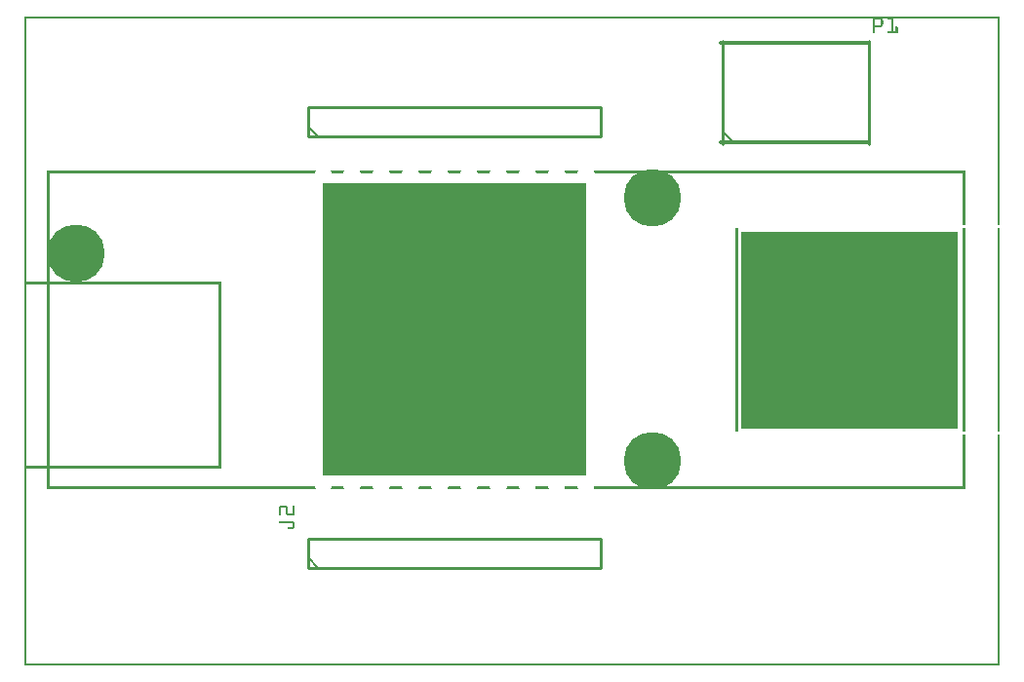
<source format=gto>
G04 MADE WITH FRITZING*
G04 WWW.FRITZING.ORG*
G04 DOUBLE SIDED*
G04 HOLES PLATED*
G04 CONTOUR ON CENTER OF CONTOUR VECTOR*
%ASAXBY*%
%FSLAX23Y23*%
%MOIN*%
%OFA0B0*%
%SFA1.0B1.0*%
%ADD10C,0.196850*%
%ADD11C,0.086614*%
%ADD12R,0.741631X0.673166*%
%ADD13R,0.900000X1.000000*%
%ADD14C,0.010000*%
%ADD15C,0.005000*%
%ADD16C,0.010868*%
%ADD17C,0.012995*%
%ADD18R,0.001000X0.001000*%
%LNSILK1*%
G90*
G70*
G54D10*
X176Y1410D03*
G54D11*
X176Y1410D03*
G54D10*
X2146Y1600D03*
G54D11*
X2146Y1600D03*
G54D10*
X2146Y700D03*
G54D11*
X2146Y700D03*
G54D12*
X2819Y1148D03*
G54D13*
X1469Y1150D03*
G54D14*
X969Y336D02*
X1969Y336D01*
D02*
X1969Y336D02*
X1969Y436D01*
D02*
X1969Y436D02*
X969Y436D01*
D02*
X969Y436D02*
X969Y336D01*
G54D15*
D02*
X1004Y336D02*
X969Y371D01*
G54D14*
D02*
X969Y1811D02*
X1969Y1811D01*
D02*
X1969Y1811D02*
X1969Y1911D01*
D02*
X1969Y1911D02*
X969Y1911D01*
D02*
X969Y1911D02*
X969Y1811D01*
G54D15*
D02*
X1004Y1811D02*
X969Y1846D01*
G54D16*
D02*
X2386Y2138D02*
X2386Y1784D01*
D02*
X2887Y1784D02*
X2887Y2138D01*
G54D15*
D02*
X2390Y1826D02*
X2425Y1791D01*
G54D17*
D02*
X2887Y2132D02*
X2380Y2132D01*
D02*
X2887Y1790D02*
X2380Y1790D01*
G54D18*
X1Y2222D02*
X3333Y2222D01*
X1Y2221D02*
X3333Y2221D01*
X1Y2220D02*
X3333Y2220D01*
X1Y2219D02*
X3333Y2219D01*
X1Y2218D02*
X3333Y2218D01*
X1Y2217D02*
X3333Y2217D01*
X1Y2216D02*
X3333Y2216D01*
X1Y2215D02*
X3333Y2215D01*
X1Y2214D02*
X8Y2214D01*
X2901Y2214D02*
X2933Y2214D01*
X2951Y2214D02*
X2971Y2214D01*
X3326Y2214D02*
X3333Y2214D01*
X1Y2213D02*
X8Y2213D01*
X2901Y2213D02*
X2933Y2213D01*
X2952Y2213D02*
X2971Y2213D01*
X3326Y2213D02*
X3333Y2213D01*
X1Y2212D02*
X8Y2212D01*
X2901Y2212D02*
X2934Y2212D01*
X2953Y2212D02*
X2971Y2212D01*
X3326Y2212D02*
X3333Y2212D01*
X1Y2211D02*
X8Y2211D01*
X2901Y2211D02*
X2907Y2211D01*
X2927Y2211D02*
X2934Y2211D01*
X2965Y2211D02*
X2971Y2211D01*
X3326Y2211D02*
X3333Y2211D01*
X1Y2210D02*
X8Y2210D01*
X2901Y2210D02*
X2907Y2210D01*
X2928Y2210D02*
X2934Y2210D01*
X2965Y2210D02*
X2971Y2210D01*
X3326Y2210D02*
X3333Y2210D01*
X1Y2209D02*
X8Y2209D01*
X2901Y2209D02*
X2907Y2209D01*
X2928Y2209D02*
X2935Y2209D01*
X2965Y2209D02*
X2971Y2209D01*
X3326Y2209D02*
X3333Y2209D01*
X1Y2208D02*
X8Y2208D01*
X2901Y2208D02*
X2907Y2208D01*
X2929Y2208D02*
X2935Y2208D01*
X2965Y2208D02*
X2971Y2208D01*
X3326Y2208D02*
X3333Y2208D01*
X1Y2207D02*
X8Y2207D01*
X2901Y2207D02*
X2907Y2207D01*
X2929Y2207D02*
X2935Y2207D01*
X2965Y2207D02*
X2971Y2207D01*
X3326Y2207D02*
X3333Y2207D01*
X1Y2206D02*
X8Y2206D01*
X2901Y2206D02*
X2907Y2206D01*
X2929Y2206D02*
X2935Y2206D01*
X2965Y2206D02*
X2971Y2206D01*
X3326Y2206D02*
X3333Y2206D01*
X1Y2205D02*
X8Y2205D01*
X2901Y2205D02*
X2907Y2205D01*
X2929Y2205D02*
X2935Y2205D01*
X2965Y2205D02*
X2971Y2205D01*
X3326Y2205D02*
X3333Y2205D01*
X1Y2204D02*
X8Y2204D01*
X2901Y2204D02*
X2907Y2204D01*
X2929Y2204D02*
X2935Y2204D01*
X2965Y2204D02*
X2971Y2204D01*
X3326Y2204D02*
X3333Y2204D01*
X1Y2203D02*
X8Y2203D01*
X2901Y2203D02*
X2907Y2203D01*
X2929Y2203D02*
X2935Y2203D01*
X2965Y2203D02*
X2971Y2203D01*
X3326Y2203D02*
X3333Y2203D01*
X1Y2202D02*
X8Y2202D01*
X2901Y2202D02*
X2907Y2202D01*
X2929Y2202D02*
X2935Y2202D01*
X2965Y2202D02*
X2971Y2202D01*
X3326Y2202D02*
X3333Y2202D01*
X1Y2201D02*
X8Y2201D01*
X2901Y2201D02*
X2907Y2201D01*
X2929Y2201D02*
X2935Y2201D01*
X2965Y2201D02*
X2971Y2201D01*
X3326Y2201D02*
X3333Y2201D01*
X1Y2200D02*
X8Y2200D01*
X2901Y2200D02*
X2907Y2200D01*
X2929Y2200D02*
X2935Y2200D01*
X2965Y2200D02*
X2971Y2200D01*
X3326Y2200D02*
X3333Y2200D01*
X1Y2199D02*
X8Y2199D01*
X2901Y2199D02*
X2907Y2199D01*
X2929Y2199D02*
X2935Y2199D01*
X2965Y2199D02*
X2971Y2199D01*
X3326Y2199D02*
X3333Y2199D01*
X1Y2198D02*
X8Y2198D01*
X2901Y2198D02*
X2907Y2198D01*
X2929Y2198D02*
X2935Y2198D01*
X2965Y2198D02*
X2971Y2198D01*
X3326Y2198D02*
X3333Y2198D01*
X1Y2197D02*
X8Y2197D01*
X2901Y2197D02*
X2907Y2197D01*
X2929Y2197D02*
X2935Y2197D01*
X2965Y2197D02*
X2971Y2197D01*
X3326Y2197D02*
X3333Y2197D01*
X1Y2196D02*
X8Y2196D01*
X2901Y2196D02*
X2907Y2196D01*
X2929Y2196D02*
X2935Y2196D01*
X2965Y2196D02*
X2971Y2196D01*
X3326Y2196D02*
X3333Y2196D01*
X1Y2195D02*
X8Y2195D01*
X2901Y2195D02*
X2907Y2195D01*
X2929Y2195D02*
X2935Y2195D01*
X2965Y2195D02*
X2971Y2195D01*
X3326Y2195D02*
X3333Y2195D01*
X1Y2194D02*
X8Y2194D01*
X2901Y2194D02*
X2907Y2194D01*
X2928Y2194D02*
X2935Y2194D01*
X2965Y2194D02*
X2971Y2194D01*
X3326Y2194D02*
X3333Y2194D01*
X1Y2193D02*
X8Y2193D01*
X2901Y2193D02*
X2907Y2193D01*
X2928Y2193D02*
X2934Y2193D01*
X2965Y2193D02*
X2971Y2193D01*
X3326Y2193D02*
X3333Y2193D01*
X1Y2192D02*
X8Y2192D01*
X2901Y2192D02*
X2907Y2192D01*
X2926Y2192D02*
X2934Y2192D01*
X2965Y2192D02*
X2971Y2192D01*
X3326Y2192D02*
X3333Y2192D01*
X1Y2191D02*
X8Y2191D01*
X2901Y2191D02*
X2934Y2191D01*
X2965Y2191D02*
X2971Y2191D01*
X3326Y2191D02*
X3333Y2191D01*
X1Y2190D02*
X8Y2190D01*
X2901Y2190D02*
X2933Y2190D01*
X2965Y2190D02*
X2971Y2190D01*
X3326Y2190D02*
X3333Y2190D01*
X1Y2189D02*
X8Y2189D01*
X2901Y2189D02*
X2932Y2189D01*
X2965Y2189D02*
X2971Y2189D01*
X3326Y2189D02*
X3333Y2189D01*
X1Y2188D02*
X8Y2188D01*
X2901Y2188D02*
X2931Y2188D01*
X2965Y2188D02*
X2971Y2188D01*
X2980Y2188D02*
X2984Y2188D01*
X3326Y2188D02*
X3333Y2188D01*
X1Y2187D02*
X8Y2187D01*
X2901Y2187D02*
X2930Y2187D01*
X2965Y2187D02*
X2971Y2187D01*
X2979Y2187D02*
X2984Y2187D01*
X3326Y2187D02*
X3333Y2187D01*
X1Y2186D02*
X8Y2186D01*
X2901Y2186D02*
X2929Y2186D01*
X2965Y2186D02*
X2971Y2186D01*
X2979Y2186D02*
X2985Y2186D01*
X3326Y2186D02*
X3333Y2186D01*
X1Y2185D02*
X8Y2185D01*
X2901Y2185D02*
X2925Y2185D01*
X2965Y2185D02*
X2971Y2185D01*
X2979Y2185D02*
X2985Y2185D01*
X3326Y2185D02*
X3333Y2185D01*
X1Y2184D02*
X8Y2184D01*
X2901Y2184D02*
X2907Y2184D01*
X2965Y2184D02*
X2971Y2184D01*
X2979Y2184D02*
X2985Y2184D01*
X3326Y2184D02*
X3333Y2184D01*
X1Y2183D02*
X8Y2183D01*
X2901Y2183D02*
X2907Y2183D01*
X2965Y2183D02*
X2971Y2183D01*
X2979Y2183D02*
X2985Y2183D01*
X3326Y2183D02*
X3333Y2183D01*
X1Y2182D02*
X8Y2182D01*
X2901Y2182D02*
X2907Y2182D01*
X2965Y2182D02*
X2971Y2182D01*
X2979Y2182D02*
X2985Y2182D01*
X3326Y2182D02*
X3333Y2182D01*
X1Y2181D02*
X8Y2181D01*
X2901Y2181D02*
X2907Y2181D01*
X2965Y2181D02*
X2971Y2181D01*
X2979Y2181D02*
X2985Y2181D01*
X3326Y2181D02*
X3333Y2181D01*
X1Y2180D02*
X8Y2180D01*
X2901Y2180D02*
X2907Y2180D01*
X2965Y2180D02*
X2971Y2180D01*
X2979Y2180D02*
X2985Y2180D01*
X3326Y2180D02*
X3333Y2180D01*
X1Y2179D02*
X8Y2179D01*
X2901Y2179D02*
X2907Y2179D01*
X2965Y2179D02*
X2971Y2179D01*
X2979Y2179D02*
X2985Y2179D01*
X3326Y2179D02*
X3333Y2179D01*
X1Y2178D02*
X8Y2178D01*
X2901Y2178D02*
X2907Y2178D01*
X2965Y2178D02*
X2971Y2178D01*
X2979Y2178D02*
X2985Y2178D01*
X3326Y2178D02*
X3333Y2178D01*
X1Y2177D02*
X8Y2177D01*
X2901Y2177D02*
X2907Y2177D01*
X2965Y2177D02*
X2971Y2177D01*
X2979Y2177D02*
X2985Y2177D01*
X3326Y2177D02*
X3333Y2177D01*
X1Y2176D02*
X8Y2176D01*
X2901Y2176D02*
X2907Y2176D01*
X2965Y2176D02*
X2971Y2176D01*
X2979Y2176D02*
X2985Y2176D01*
X3326Y2176D02*
X3333Y2176D01*
X1Y2175D02*
X8Y2175D01*
X2901Y2175D02*
X2907Y2175D01*
X2965Y2175D02*
X2971Y2175D01*
X2979Y2175D02*
X2985Y2175D01*
X3326Y2175D02*
X3333Y2175D01*
X1Y2174D02*
X8Y2174D01*
X2901Y2174D02*
X2907Y2174D01*
X2965Y2174D02*
X2971Y2174D01*
X2979Y2174D02*
X2985Y2174D01*
X3326Y2174D02*
X3333Y2174D01*
X1Y2173D02*
X8Y2173D01*
X2901Y2173D02*
X2907Y2173D01*
X2965Y2173D02*
X2971Y2173D01*
X2979Y2173D02*
X2985Y2173D01*
X3326Y2173D02*
X3333Y2173D01*
X1Y2172D02*
X8Y2172D01*
X2901Y2172D02*
X2907Y2172D01*
X2965Y2172D02*
X2971Y2172D01*
X2979Y2172D02*
X2985Y2172D01*
X3326Y2172D02*
X3333Y2172D01*
X1Y2171D02*
X8Y2171D01*
X2901Y2171D02*
X2907Y2171D01*
X2954Y2171D02*
X2985Y2171D01*
X3326Y2171D02*
X3333Y2171D01*
X1Y2170D02*
X8Y2170D01*
X2901Y2170D02*
X2907Y2170D01*
X2952Y2170D02*
X2985Y2170D01*
X3326Y2170D02*
X3333Y2170D01*
X1Y2169D02*
X8Y2169D01*
X2901Y2169D02*
X2907Y2169D01*
X2952Y2169D02*
X2985Y2169D01*
X3326Y2169D02*
X3333Y2169D01*
X1Y2168D02*
X8Y2168D01*
X2901Y2168D02*
X2907Y2168D01*
X2951Y2168D02*
X2985Y2168D01*
X3326Y2168D02*
X3333Y2168D01*
X1Y2167D02*
X8Y2167D01*
X2901Y2167D02*
X2907Y2167D01*
X2951Y2167D02*
X2985Y2167D01*
X3326Y2167D02*
X3333Y2167D01*
X1Y2166D02*
X8Y2166D01*
X2902Y2166D02*
X2907Y2166D01*
X2952Y2166D02*
X2984Y2166D01*
X3326Y2166D02*
X3333Y2166D01*
X1Y2165D02*
X8Y2165D01*
X2902Y2165D02*
X2906Y2165D01*
X2953Y2165D02*
X2983Y2165D01*
X3326Y2165D02*
X3333Y2165D01*
X1Y2164D02*
X8Y2164D01*
X3326Y2164D02*
X3333Y2164D01*
X1Y2163D02*
X8Y2163D01*
X3326Y2163D02*
X3333Y2163D01*
X1Y2162D02*
X8Y2162D01*
X3326Y2162D02*
X3333Y2162D01*
X1Y2161D02*
X8Y2161D01*
X3326Y2161D02*
X3333Y2161D01*
X1Y2160D02*
X8Y2160D01*
X3326Y2160D02*
X3333Y2160D01*
X1Y2159D02*
X8Y2159D01*
X3326Y2159D02*
X3333Y2159D01*
X1Y2158D02*
X8Y2158D01*
X3326Y2158D02*
X3333Y2158D01*
X1Y2157D02*
X8Y2157D01*
X3326Y2157D02*
X3333Y2157D01*
X1Y2156D02*
X8Y2156D01*
X3326Y2156D02*
X3333Y2156D01*
X1Y2155D02*
X8Y2155D01*
X3326Y2155D02*
X3333Y2155D01*
X1Y2154D02*
X8Y2154D01*
X3326Y2154D02*
X3333Y2154D01*
X1Y2153D02*
X8Y2153D01*
X3326Y2153D02*
X3333Y2153D01*
X1Y2152D02*
X8Y2152D01*
X3326Y2152D02*
X3333Y2152D01*
X1Y2151D02*
X8Y2151D01*
X3326Y2151D02*
X3333Y2151D01*
X1Y2150D02*
X8Y2150D01*
X3326Y2150D02*
X3333Y2150D01*
X1Y2149D02*
X8Y2149D01*
X3326Y2149D02*
X3333Y2149D01*
X1Y2148D02*
X8Y2148D01*
X3326Y2148D02*
X3333Y2148D01*
X1Y2147D02*
X8Y2147D01*
X3326Y2147D02*
X3333Y2147D01*
X1Y2146D02*
X8Y2146D01*
X3326Y2146D02*
X3333Y2146D01*
X1Y2145D02*
X8Y2145D01*
X3326Y2145D02*
X3333Y2145D01*
X1Y2144D02*
X8Y2144D01*
X3326Y2144D02*
X3333Y2144D01*
X1Y2143D02*
X8Y2143D01*
X3326Y2143D02*
X3333Y2143D01*
X1Y2142D02*
X8Y2142D01*
X3326Y2142D02*
X3333Y2142D01*
X1Y2141D02*
X8Y2141D01*
X3326Y2141D02*
X3333Y2141D01*
X1Y2140D02*
X8Y2140D01*
X3326Y2140D02*
X3333Y2140D01*
X1Y2139D02*
X8Y2139D01*
X3326Y2139D02*
X3333Y2139D01*
X1Y2138D02*
X8Y2138D01*
X3326Y2138D02*
X3333Y2138D01*
X1Y2137D02*
X8Y2137D01*
X3326Y2137D02*
X3333Y2137D01*
X1Y2136D02*
X8Y2136D01*
X3326Y2136D02*
X3333Y2136D01*
X1Y2135D02*
X8Y2135D01*
X3326Y2135D02*
X3333Y2135D01*
X1Y2134D02*
X8Y2134D01*
X3326Y2134D02*
X3333Y2134D01*
X1Y2133D02*
X8Y2133D01*
X3326Y2133D02*
X3333Y2133D01*
X1Y2132D02*
X8Y2132D01*
X3326Y2132D02*
X3333Y2132D01*
X1Y2131D02*
X8Y2131D01*
X3326Y2131D02*
X3333Y2131D01*
X1Y2130D02*
X8Y2130D01*
X3326Y2130D02*
X3333Y2130D01*
X1Y2129D02*
X8Y2129D01*
X3326Y2129D02*
X3333Y2129D01*
X1Y2128D02*
X8Y2128D01*
X3326Y2128D02*
X3333Y2128D01*
X1Y2127D02*
X8Y2127D01*
X3326Y2127D02*
X3333Y2127D01*
X1Y2126D02*
X8Y2126D01*
X3326Y2126D02*
X3333Y2126D01*
X1Y2125D02*
X8Y2125D01*
X3326Y2125D02*
X3333Y2125D01*
X1Y2124D02*
X8Y2124D01*
X3326Y2124D02*
X3333Y2124D01*
X1Y2123D02*
X8Y2123D01*
X3326Y2123D02*
X3333Y2123D01*
X1Y2122D02*
X8Y2122D01*
X3326Y2122D02*
X3333Y2122D01*
X1Y2121D02*
X8Y2121D01*
X3326Y2121D02*
X3333Y2121D01*
X1Y2120D02*
X8Y2120D01*
X3326Y2120D02*
X3333Y2120D01*
X1Y2119D02*
X8Y2119D01*
X3326Y2119D02*
X3333Y2119D01*
X1Y2118D02*
X8Y2118D01*
X3326Y2118D02*
X3333Y2118D01*
X1Y2117D02*
X8Y2117D01*
X3326Y2117D02*
X3333Y2117D01*
X1Y2116D02*
X8Y2116D01*
X3326Y2116D02*
X3333Y2116D01*
X1Y2115D02*
X8Y2115D01*
X3326Y2115D02*
X3333Y2115D01*
X1Y2114D02*
X8Y2114D01*
X3326Y2114D02*
X3333Y2114D01*
X1Y2113D02*
X8Y2113D01*
X3326Y2113D02*
X3333Y2113D01*
X1Y2112D02*
X8Y2112D01*
X3326Y2112D02*
X3333Y2112D01*
X1Y2111D02*
X8Y2111D01*
X3326Y2111D02*
X3333Y2111D01*
X1Y2110D02*
X8Y2110D01*
X3326Y2110D02*
X3333Y2110D01*
X1Y2109D02*
X8Y2109D01*
X3326Y2109D02*
X3333Y2109D01*
X1Y2108D02*
X8Y2108D01*
X3326Y2108D02*
X3333Y2108D01*
X1Y2107D02*
X8Y2107D01*
X3326Y2107D02*
X3333Y2107D01*
X1Y2106D02*
X8Y2106D01*
X3326Y2106D02*
X3333Y2106D01*
X1Y2105D02*
X8Y2105D01*
X3326Y2105D02*
X3333Y2105D01*
X1Y2104D02*
X8Y2104D01*
X3326Y2104D02*
X3333Y2104D01*
X1Y2103D02*
X8Y2103D01*
X3326Y2103D02*
X3333Y2103D01*
X1Y2102D02*
X8Y2102D01*
X3326Y2102D02*
X3333Y2102D01*
X1Y2101D02*
X8Y2101D01*
X3326Y2101D02*
X3333Y2101D01*
X1Y2100D02*
X8Y2100D01*
X3326Y2100D02*
X3333Y2100D01*
X1Y2099D02*
X8Y2099D01*
X3326Y2099D02*
X3333Y2099D01*
X1Y2098D02*
X8Y2098D01*
X3326Y2098D02*
X3333Y2098D01*
X1Y2097D02*
X8Y2097D01*
X3326Y2097D02*
X3333Y2097D01*
X1Y2096D02*
X8Y2096D01*
X3326Y2096D02*
X3333Y2096D01*
X1Y2095D02*
X8Y2095D01*
X3326Y2095D02*
X3333Y2095D01*
X1Y2094D02*
X8Y2094D01*
X3326Y2094D02*
X3333Y2094D01*
X1Y2093D02*
X8Y2093D01*
X3326Y2093D02*
X3333Y2093D01*
X1Y2092D02*
X8Y2092D01*
X3326Y2092D02*
X3333Y2092D01*
X1Y2091D02*
X8Y2091D01*
X3326Y2091D02*
X3333Y2091D01*
X1Y2090D02*
X8Y2090D01*
X3326Y2090D02*
X3333Y2090D01*
X1Y2089D02*
X8Y2089D01*
X3326Y2089D02*
X3333Y2089D01*
X1Y2088D02*
X8Y2088D01*
X3326Y2088D02*
X3333Y2088D01*
X1Y2087D02*
X8Y2087D01*
X3326Y2087D02*
X3333Y2087D01*
X1Y2086D02*
X8Y2086D01*
X3326Y2086D02*
X3333Y2086D01*
X1Y2085D02*
X8Y2085D01*
X3326Y2085D02*
X3333Y2085D01*
X1Y2084D02*
X8Y2084D01*
X3326Y2084D02*
X3333Y2084D01*
X1Y2083D02*
X8Y2083D01*
X3326Y2083D02*
X3333Y2083D01*
X1Y2082D02*
X8Y2082D01*
X3326Y2082D02*
X3333Y2082D01*
X1Y2081D02*
X8Y2081D01*
X3326Y2081D02*
X3333Y2081D01*
X1Y2080D02*
X8Y2080D01*
X3326Y2080D02*
X3333Y2080D01*
X1Y2079D02*
X8Y2079D01*
X3326Y2079D02*
X3333Y2079D01*
X1Y2078D02*
X8Y2078D01*
X3326Y2078D02*
X3333Y2078D01*
X1Y2077D02*
X8Y2077D01*
X3326Y2077D02*
X3333Y2077D01*
X1Y2076D02*
X8Y2076D01*
X3326Y2076D02*
X3333Y2076D01*
X1Y2075D02*
X8Y2075D01*
X3326Y2075D02*
X3333Y2075D01*
X1Y2074D02*
X8Y2074D01*
X3326Y2074D02*
X3333Y2074D01*
X1Y2073D02*
X8Y2073D01*
X3326Y2073D02*
X3333Y2073D01*
X1Y2072D02*
X8Y2072D01*
X3326Y2072D02*
X3333Y2072D01*
X1Y2071D02*
X8Y2071D01*
X3326Y2071D02*
X3333Y2071D01*
X1Y2070D02*
X8Y2070D01*
X3326Y2070D02*
X3333Y2070D01*
X1Y2069D02*
X8Y2069D01*
X3326Y2069D02*
X3333Y2069D01*
X1Y2068D02*
X8Y2068D01*
X3326Y2068D02*
X3333Y2068D01*
X1Y2067D02*
X8Y2067D01*
X3326Y2067D02*
X3333Y2067D01*
X1Y2066D02*
X8Y2066D01*
X3326Y2066D02*
X3333Y2066D01*
X1Y2065D02*
X8Y2065D01*
X3326Y2065D02*
X3333Y2065D01*
X1Y2064D02*
X8Y2064D01*
X3326Y2064D02*
X3333Y2064D01*
X1Y2063D02*
X8Y2063D01*
X3326Y2063D02*
X3333Y2063D01*
X1Y2062D02*
X8Y2062D01*
X3326Y2062D02*
X3333Y2062D01*
X1Y2061D02*
X8Y2061D01*
X3326Y2061D02*
X3333Y2061D01*
X1Y2060D02*
X8Y2060D01*
X3326Y2060D02*
X3333Y2060D01*
X1Y2059D02*
X8Y2059D01*
X3326Y2059D02*
X3333Y2059D01*
X1Y2058D02*
X8Y2058D01*
X3326Y2058D02*
X3333Y2058D01*
X1Y2057D02*
X8Y2057D01*
X3326Y2057D02*
X3333Y2057D01*
X1Y2056D02*
X8Y2056D01*
X3326Y2056D02*
X3333Y2056D01*
X1Y2055D02*
X8Y2055D01*
X3326Y2055D02*
X3333Y2055D01*
X1Y2054D02*
X8Y2054D01*
X3326Y2054D02*
X3333Y2054D01*
X1Y2053D02*
X8Y2053D01*
X3326Y2053D02*
X3333Y2053D01*
X1Y2052D02*
X8Y2052D01*
X3326Y2052D02*
X3333Y2052D01*
X1Y2051D02*
X8Y2051D01*
X3326Y2051D02*
X3333Y2051D01*
X1Y2050D02*
X8Y2050D01*
X3326Y2050D02*
X3333Y2050D01*
X1Y2049D02*
X8Y2049D01*
X3326Y2049D02*
X3333Y2049D01*
X1Y2048D02*
X8Y2048D01*
X3326Y2048D02*
X3333Y2048D01*
X1Y2047D02*
X8Y2047D01*
X3326Y2047D02*
X3333Y2047D01*
X1Y2046D02*
X8Y2046D01*
X3326Y2046D02*
X3333Y2046D01*
X1Y2045D02*
X8Y2045D01*
X3326Y2045D02*
X3333Y2045D01*
X1Y2044D02*
X8Y2044D01*
X3326Y2044D02*
X3333Y2044D01*
X1Y2043D02*
X8Y2043D01*
X3326Y2043D02*
X3333Y2043D01*
X1Y2042D02*
X8Y2042D01*
X3326Y2042D02*
X3333Y2042D01*
X1Y2041D02*
X8Y2041D01*
X3326Y2041D02*
X3333Y2041D01*
X1Y2040D02*
X8Y2040D01*
X3326Y2040D02*
X3333Y2040D01*
X1Y2039D02*
X8Y2039D01*
X3326Y2039D02*
X3333Y2039D01*
X1Y2038D02*
X8Y2038D01*
X3326Y2038D02*
X3333Y2038D01*
X1Y2037D02*
X8Y2037D01*
X3326Y2037D02*
X3333Y2037D01*
X1Y2036D02*
X8Y2036D01*
X3326Y2036D02*
X3333Y2036D01*
X1Y2035D02*
X8Y2035D01*
X3326Y2035D02*
X3333Y2035D01*
X1Y2034D02*
X8Y2034D01*
X3326Y2034D02*
X3333Y2034D01*
X1Y2033D02*
X8Y2033D01*
X3326Y2033D02*
X3333Y2033D01*
X1Y2032D02*
X8Y2032D01*
X3326Y2032D02*
X3333Y2032D01*
X1Y2031D02*
X8Y2031D01*
X3326Y2031D02*
X3333Y2031D01*
X1Y2030D02*
X8Y2030D01*
X3326Y2030D02*
X3333Y2030D01*
X1Y2029D02*
X8Y2029D01*
X3326Y2029D02*
X3333Y2029D01*
X1Y2028D02*
X8Y2028D01*
X3326Y2028D02*
X3333Y2028D01*
X1Y2027D02*
X8Y2027D01*
X3326Y2027D02*
X3333Y2027D01*
X1Y2026D02*
X8Y2026D01*
X3326Y2026D02*
X3333Y2026D01*
X1Y2025D02*
X8Y2025D01*
X3326Y2025D02*
X3333Y2025D01*
X1Y2024D02*
X8Y2024D01*
X3326Y2024D02*
X3333Y2024D01*
X1Y2023D02*
X8Y2023D01*
X3326Y2023D02*
X3333Y2023D01*
X1Y2022D02*
X8Y2022D01*
X3326Y2022D02*
X3333Y2022D01*
X1Y2021D02*
X8Y2021D01*
X3326Y2021D02*
X3333Y2021D01*
X1Y2020D02*
X8Y2020D01*
X3326Y2020D02*
X3333Y2020D01*
X1Y2019D02*
X8Y2019D01*
X3326Y2019D02*
X3333Y2019D01*
X1Y2018D02*
X8Y2018D01*
X3326Y2018D02*
X3333Y2018D01*
X1Y2017D02*
X8Y2017D01*
X3326Y2017D02*
X3333Y2017D01*
X1Y2016D02*
X8Y2016D01*
X3326Y2016D02*
X3333Y2016D01*
X1Y2015D02*
X8Y2015D01*
X3326Y2015D02*
X3333Y2015D01*
X1Y2014D02*
X8Y2014D01*
X3326Y2014D02*
X3333Y2014D01*
X1Y2013D02*
X8Y2013D01*
X3326Y2013D02*
X3333Y2013D01*
X1Y2012D02*
X8Y2012D01*
X3326Y2012D02*
X3333Y2012D01*
X1Y2011D02*
X8Y2011D01*
X3326Y2011D02*
X3333Y2011D01*
X1Y2010D02*
X8Y2010D01*
X3326Y2010D02*
X3333Y2010D01*
X1Y2009D02*
X8Y2009D01*
X3326Y2009D02*
X3333Y2009D01*
X1Y2008D02*
X8Y2008D01*
X3326Y2008D02*
X3333Y2008D01*
X1Y2007D02*
X8Y2007D01*
X3326Y2007D02*
X3333Y2007D01*
X1Y2006D02*
X8Y2006D01*
X3326Y2006D02*
X3333Y2006D01*
X1Y2005D02*
X8Y2005D01*
X3326Y2005D02*
X3333Y2005D01*
X1Y2004D02*
X8Y2004D01*
X3326Y2004D02*
X3333Y2004D01*
X1Y2003D02*
X8Y2003D01*
X3326Y2003D02*
X3333Y2003D01*
X1Y2002D02*
X8Y2002D01*
X3326Y2002D02*
X3333Y2002D01*
X1Y2001D02*
X8Y2001D01*
X3326Y2001D02*
X3333Y2001D01*
X1Y2000D02*
X8Y2000D01*
X3326Y2000D02*
X3333Y2000D01*
X1Y1999D02*
X8Y1999D01*
X3326Y1999D02*
X3333Y1999D01*
X1Y1998D02*
X8Y1998D01*
X3326Y1998D02*
X3333Y1998D01*
X1Y1997D02*
X8Y1997D01*
X3326Y1997D02*
X3333Y1997D01*
X1Y1996D02*
X8Y1996D01*
X3326Y1996D02*
X3333Y1996D01*
X1Y1995D02*
X8Y1995D01*
X3326Y1995D02*
X3333Y1995D01*
X1Y1994D02*
X8Y1994D01*
X3326Y1994D02*
X3333Y1994D01*
X1Y1993D02*
X8Y1993D01*
X3326Y1993D02*
X3333Y1993D01*
X1Y1992D02*
X8Y1992D01*
X3326Y1992D02*
X3333Y1992D01*
X1Y1991D02*
X8Y1991D01*
X3326Y1991D02*
X3333Y1991D01*
X1Y1990D02*
X8Y1990D01*
X3326Y1990D02*
X3333Y1990D01*
X1Y1989D02*
X8Y1989D01*
X3326Y1989D02*
X3333Y1989D01*
X1Y1988D02*
X8Y1988D01*
X3326Y1988D02*
X3333Y1988D01*
X1Y1987D02*
X8Y1987D01*
X3326Y1987D02*
X3333Y1987D01*
X1Y1986D02*
X8Y1986D01*
X3326Y1986D02*
X3333Y1986D01*
X1Y1985D02*
X8Y1985D01*
X3326Y1985D02*
X3333Y1985D01*
X1Y1984D02*
X8Y1984D01*
X3326Y1984D02*
X3333Y1984D01*
X1Y1983D02*
X8Y1983D01*
X3326Y1983D02*
X3333Y1983D01*
X1Y1982D02*
X8Y1982D01*
X3326Y1982D02*
X3333Y1982D01*
X1Y1981D02*
X8Y1981D01*
X3326Y1981D02*
X3333Y1981D01*
X1Y1980D02*
X8Y1980D01*
X3326Y1980D02*
X3333Y1980D01*
X1Y1979D02*
X8Y1979D01*
X3326Y1979D02*
X3333Y1979D01*
X1Y1978D02*
X8Y1978D01*
X3326Y1978D02*
X3333Y1978D01*
X1Y1977D02*
X8Y1977D01*
X3326Y1977D02*
X3333Y1977D01*
X1Y1976D02*
X8Y1976D01*
X3326Y1976D02*
X3333Y1976D01*
X1Y1975D02*
X8Y1975D01*
X3326Y1975D02*
X3333Y1975D01*
X1Y1974D02*
X8Y1974D01*
X3326Y1974D02*
X3333Y1974D01*
X1Y1973D02*
X8Y1973D01*
X3326Y1973D02*
X3333Y1973D01*
X1Y1972D02*
X8Y1972D01*
X3326Y1972D02*
X3333Y1972D01*
X1Y1971D02*
X8Y1971D01*
X3326Y1971D02*
X3333Y1971D01*
X1Y1970D02*
X8Y1970D01*
X3326Y1970D02*
X3333Y1970D01*
X1Y1969D02*
X8Y1969D01*
X3326Y1969D02*
X3333Y1969D01*
X1Y1968D02*
X8Y1968D01*
X3326Y1968D02*
X3333Y1968D01*
X1Y1967D02*
X8Y1967D01*
X3326Y1967D02*
X3333Y1967D01*
X1Y1966D02*
X8Y1966D01*
X3326Y1966D02*
X3333Y1966D01*
X1Y1965D02*
X8Y1965D01*
X3326Y1965D02*
X3333Y1965D01*
X1Y1964D02*
X8Y1964D01*
X3326Y1964D02*
X3333Y1964D01*
X1Y1963D02*
X8Y1963D01*
X3326Y1963D02*
X3333Y1963D01*
X1Y1962D02*
X8Y1962D01*
X3326Y1962D02*
X3333Y1962D01*
X1Y1961D02*
X8Y1961D01*
X3326Y1961D02*
X3333Y1961D01*
X1Y1960D02*
X8Y1960D01*
X3326Y1960D02*
X3333Y1960D01*
X1Y1959D02*
X8Y1959D01*
X3326Y1959D02*
X3333Y1959D01*
X1Y1958D02*
X8Y1958D01*
X3326Y1958D02*
X3333Y1958D01*
X1Y1957D02*
X8Y1957D01*
X3326Y1957D02*
X3333Y1957D01*
X1Y1956D02*
X8Y1956D01*
X3326Y1956D02*
X3333Y1956D01*
X1Y1955D02*
X8Y1955D01*
X3326Y1955D02*
X3333Y1955D01*
X1Y1954D02*
X8Y1954D01*
X3326Y1954D02*
X3333Y1954D01*
X1Y1953D02*
X8Y1953D01*
X3326Y1953D02*
X3333Y1953D01*
X1Y1952D02*
X8Y1952D01*
X3326Y1952D02*
X3333Y1952D01*
X1Y1951D02*
X8Y1951D01*
X3326Y1951D02*
X3333Y1951D01*
X1Y1950D02*
X8Y1950D01*
X3326Y1950D02*
X3333Y1950D01*
X1Y1949D02*
X8Y1949D01*
X3326Y1949D02*
X3333Y1949D01*
X1Y1948D02*
X8Y1948D01*
X3326Y1948D02*
X3333Y1948D01*
X1Y1947D02*
X8Y1947D01*
X3326Y1947D02*
X3333Y1947D01*
X1Y1946D02*
X8Y1946D01*
X3326Y1946D02*
X3333Y1946D01*
X1Y1945D02*
X8Y1945D01*
X3326Y1945D02*
X3333Y1945D01*
X1Y1944D02*
X8Y1944D01*
X3326Y1944D02*
X3333Y1944D01*
X1Y1943D02*
X8Y1943D01*
X3326Y1943D02*
X3333Y1943D01*
X1Y1942D02*
X8Y1942D01*
X3326Y1942D02*
X3333Y1942D01*
X1Y1941D02*
X8Y1941D01*
X3326Y1941D02*
X3333Y1941D01*
X1Y1940D02*
X8Y1940D01*
X3326Y1940D02*
X3333Y1940D01*
X1Y1939D02*
X8Y1939D01*
X3326Y1939D02*
X3333Y1939D01*
X1Y1938D02*
X8Y1938D01*
X3326Y1938D02*
X3333Y1938D01*
X1Y1937D02*
X8Y1937D01*
X3326Y1937D02*
X3333Y1937D01*
X1Y1936D02*
X8Y1936D01*
X3326Y1936D02*
X3333Y1936D01*
X1Y1935D02*
X8Y1935D01*
X3326Y1935D02*
X3333Y1935D01*
X1Y1934D02*
X8Y1934D01*
X3326Y1934D02*
X3333Y1934D01*
X1Y1933D02*
X8Y1933D01*
X3326Y1933D02*
X3333Y1933D01*
X1Y1932D02*
X8Y1932D01*
X3326Y1932D02*
X3333Y1932D01*
X1Y1931D02*
X8Y1931D01*
X3326Y1931D02*
X3333Y1931D01*
X1Y1930D02*
X8Y1930D01*
X3326Y1930D02*
X3333Y1930D01*
X1Y1929D02*
X8Y1929D01*
X3326Y1929D02*
X3333Y1929D01*
X1Y1928D02*
X8Y1928D01*
X3326Y1928D02*
X3333Y1928D01*
X1Y1927D02*
X8Y1927D01*
X3326Y1927D02*
X3333Y1927D01*
X1Y1926D02*
X8Y1926D01*
X3326Y1926D02*
X3333Y1926D01*
X1Y1925D02*
X8Y1925D01*
X3326Y1925D02*
X3333Y1925D01*
X1Y1924D02*
X8Y1924D01*
X3326Y1924D02*
X3333Y1924D01*
X1Y1923D02*
X8Y1923D01*
X3326Y1923D02*
X3333Y1923D01*
X1Y1922D02*
X8Y1922D01*
X3326Y1922D02*
X3333Y1922D01*
X1Y1921D02*
X8Y1921D01*
X3326Y1921D02*
X3333Y1921D01*
X1Y1920D02*
X8Y1920D01*
X3326Y1920D02*
X3333Y1920D01*
X1Y1919D02*
X8Y1919D01*
X3326Y1919D02*
X3333Y1919D01*
X1Y1918D02*
X8Y1918D01*
X3326Y1918D02*
X3333Y1918D01*
X1Y1917D02*
X8Y1917D01*
X3326Y1917D02*
X3333Y1917D01*
X1Y1916D02*
X8Y1916D01*
X3326Y1916D02*
X3333Y1916D01*
X1Y1915D02*
X8Y1915D01*
X3326Y1915D02*
X3333Y1915D01*
X1Y1914D02*
X8Y1914D01*
X3326Y1914D02*
X3333Y1914D01*
X1Y1913D02*
X8Y1913D01*
X3326Y1913D02*
X3333Y1913D01*
X1Y1912D02*
X8Y1912D01*
X3326Y1912D02*
X3333Y1912D01*
X1Y1911D02*
X8Y1911D01*
X3326Y1911D02*
X3333Y1911D01*
X1Y1910D02*
X8Y1910D01*
X3326Y1910D02*
X3333Y1910D01*
X1Y1909D02*
X8Y1909D01*
X3326Y1909D02*
X3333Y1909D01*
X1Y1908D02*
X8Y1908D01*
X3326Y1908D02*
X3333Y1908D01*
X1Y1907D02*
X8Y1907D01*
X3326Y1907D02*
X3333Y1907D01*
X1Y1906D02*
X8Y1906D01*
X3326Y1906D02*
X3333Y1906D01*
X1Y1905D02*
X8Y1905D01*
X3326Y1905D02*
X3333Y1905D01*
X1Y1904D02*
X8Y1904D01*
X3326Y1904D02*
X3333Y1904D01*
X1Y1903D02*
X8Y1903D01*
X3326Y1903D02*
X3333Y1903D01*
X1Y1902D02*
X8Y1902D01*
X3326Y1902D02*
X3333Y1902D01*
X1Y1901D02*
X8Y1901D01*
X3326Y1901D02*
X3333Y1901D01*
X1Y1900D02*
X8Y1900D01*
X3326Y1900D02*
X3333Y1900D01*
X1Y1899D02*
X8Y1899D01*
X3326Y1899D02*
X3333Y1899D01*
X1Y1898D02*
X8Y1898D01*
X3326Y1898D02*
X3333Y1898D01*
X1Y1897D02*
X8Y1897D01*
X3326Y1897D02*
X3333Y1897D01*
X1Y1896D02*
X8Y1896D01*
X3326Y1896D02*
X3333Y1896D01*
X1Y1895D02*
X8Y1895D01*
X3326Y1895D02*
X3333Y1895D01*
X1Y1894D02*
X8Y1894D01*
X3326Y1894D02*
X3333Y1894D01*
X1Y1893D02*
X8Y1893D01*
X3326Y1893D02*
X3333Y1893D01*
X1Y1892D02*
X8Y1892D01*
X3326Y1892D02*
X3333Y1892D01*
X1Y1891D02*
X8Y1891D01*
X3326Y1891D02*
X3333Y1891D01*
X1Y1890D02*
X8Y1890D01*
X3326Y1890D02*
X3333Y1890D01*
X1Y1889D02*
X8Y1889D01*
X3326Y1889D02*
X3333Y1889D01*
X1Y1888D02*
X8Y1888D01*
X3326Y1888D02*
X3333Y1888D01*
X1Y1887D02*
X8Y1887D01*
X3326Y1887D02*
X3333Y1887D01*
X1Y1886D02*
X8Y1886D01*
X3326Y1886D02*
X3333Y1886D01*
X1Y1885D02*
X8Y1885D01*
X3326Y1885D02*
X3333Y1885D01*
X1Y1884D02*
X8Y1884D01*
X3326Y1884D02*
X3333Y1884D01*
X1Y1883D02*
X8Y1883D01*
X3326Y1883D02*
X3333Y1883D01*
X1Y1882D02*
X8Y1882D01*
X3326Y1882D02*
X3333Y1882D01*
X1Y1881D02*
X8Y1881D01*
X3326Y1881D02*
X3333Y1881D01*
X1Y1880D02*
X8Y1880D01*
X3326Y1880D02*
X3333Y1880D01*
X1Y1879D02*
X8Y1879D01*
X3326Y1879D02*
X3333Y1879D01*
X1Y1878D02*
X8Y1878D01*
X3326Y1878D02*
X3333Y1878D01*
X1Y1877D02*
X8Y1877D01*
X3326Y1877D02*
X3333Y1877D01*
X1Y1876D02*
X8Y1876D01*
X3326Y1876D02*
X3333Y1876D01*
X1Y1875D02*
X8Y1875D01*
X3326Y1875D02*
X3333Y1875D01*
X1Y1874D02*
X8Y1874D01*
X3326Y1874D02*
X3333Y1874D01*
X1Y1873D02*
X8Y1873D01*
X3326Y1873D02*
X3333Y1873D01*
X1Y1872D02*
X8Y1872D01*
X3326Y1872D02*
X3333Y1872D01*
X1Y1871D02*
X8Y1871D01*
X3326Y1871D02*
X3333Y1871D01*
X1Y1870D02*
X8Y1870D01*
X3326Y1870D02*
X3333Y1870D01*
X1Y1869D02*
X8Y1869D01*
X3326Y1869D02*
X3333Y1869D01*
X1Y1868D02*
X8Y1868D01*
X3326Y1868D02*
X3333Y1868D01*
X1Y1867D02*
X8Y1867D01*
X3326Y1867D02*
X3333Y1867D01*
X1Y1866D02*
X8Y1866D01*
X3326Y1866D02*
X3333Y1866D01*
X1Y1865D02*
X8Y1865D01*
X3326Y1865D02*
X3333Y1865D01*
X1Y1864D02*
X8Y1864D01*
X3326Y1864D02*
X3333Y1864D01*
X1Y1863D02*
X8Y1863D01*
X3326Y1863D02*
X3333Y1863D01*
X1Y1862D02*
X8Y1862D01*
X3326Y1862D02*
X3333Y1862D01*
X1Y1861D02*
X8Y1861D01*
X3326Y1861D02*
X3333Y1861D01*
X1Y1860D02*
X8Y1860D01*
X3326Y1860D02*
X3333Y1860D01*
X1Y1859D02*
X8Y1859D01*
X3326Y1859D02*
X3333Y1859D01*
X1Y1858D02*
X8Y1858D01*
X3326Y1858D02*
X3333Y1858D01*
X1Y1857D02*
X8Y1857D01*
X3326Y1857D02*
X3333Y1857D01*
X1Y1856D02*
X8Y1856D01*
X3326Y1856D02*
X3333Y1856D01*
X1Y1855D02*
X8Y1855D01*
X3326Y1855D02*
X3333Y1855D01*
X1Y1854D02*
X8Y1854D01*
X3326Y1854D02*
X3333Y1854D01*
X1Y1853D02*
X8Y1853D01*
X3326Y1853D02*
X3333Y1853D01*
X1Y1852D02*
X8Y1852D01*
X3326Y1852D02*
X3333Y1852D01*
X1Y1851D02*
X8Y1851D01*
X3326Y1851D02*
X3333Y1851D01*
X1Y1850D02*
X8Y1850D01*
X3326Y1850D02*
X3333Y1850D01*
X1Y1849D02*
X8Y1849D01*
X3326Y1849D02*
X3333Y1849D01*
X1Y1848D02*
X8Y1848D01*
X3326Y1848D02*
X3333Y1848D01*
X1Y1847D02*
X8Y1847D01*
X3326Y1847D02*
X3333Y1847D01*
X1Y1846D02*
X8Y1846D01*
X3326Y1846D02*
X3333Y1846D01*
X1Y1845D02*
X8Y1845D01*
X3326Y1845D02*
X3333Y1845D01*
X1Y1844D02*
X8Y1844D01*
X3326Y1844D02*
X3333Y1844D01*
X1Y1843D02*
X8Y1843D01*
X3326Y1843D02*
X3333Y1843D01*
X1Y1842D02*
X8Y1842D01*
X3326Y1842D02*
X3333Y1842D01*
X1Y1841D02*
X8Y1841D01*
X3326Y1841D02*
X3333Y1841D01*
X1Y1840D02*
X8Y1840D01*
X3326Y1840D02*
X3333Y1840D01*
X1Y1839D02*
X8Y1839D01*
X3326Y1839D02*
X3333Y1839D01*
X1Y1838D02*
X8Y1838D01*
X3326Y1838D02*
X3333Y1838D01*
X1Y1837D02*
X8Y1837D01*
X3326Y1837D02*
X3333Y1837D01*
X1Y1836D02*
X8Y1836D01*
X3326Y1836D02*
X3333Y1836D01*
X1Y1835D02*
X8Y1835D01*
X3326Y1835D02*
X3333Y1835D01*
X1Y1834D02*
X8Y1834D01*
X3326Y1834D02*
X3333Y1834D01*
X1Y1833D02*
X8Y1833D01*
X3326Y1833D02*
X3333Y1833D01*
X1Y1832D02*
X8Y1832D01*
X3326Y1832D02*
X3333Y1832D01*
X1Y1831D02*
X8Y1831D01*
X3326Y1831D02*
X3333Y1831D01*
X1Y1830D02*
X8Y1830D01*
X3326Y1830D02*
X3333Y1830D01*
X1Y1829D02*
X8Y1829D01*
X3326Y1829D02*
X3333Y1829D01*
X1Y1828D02*
X8Y1828D01*
X3326Y1828D02*
X3333Y1828D01*
X1Y1827D02*
X8Y1827D01*
X3326Y1827D02*
X3333Y1827D01*
X1Y1826D02*
X8Y1826D01*
X3326Y1826D02*
X3333Y1826D01*
X1Y1825D02*
X8Y1825D01*
X3326Y1825D02*
X3333Y1825D01*
X1Y1824D02*
X8Y1824D01*
X3326Y1824D02*
X3333Y1824D01*
X1Y1823D02*
X8Y1823D01*
X3326Y1823D02*
X3333Y1823D01*
X1Y1822D02*
X8Y1822D01*
X3326Y1822D02*
X3333Y1822D01*
X1Y1821D02*
X8Y1821D01*
X3326Y1821D02*
X3333Y1821D01*
X1Y1820D02*
X8Y1820D01*
X3326Y1820D02*
X3333Y1820D01*
X1Y1819D02*
X8Y1819D01*
X3326Y1819D02*
X3333Y1819D01*
X1Y1818D02*
X8Y1818D01*
X3326Y1818D02*
X3333Y1818D01*
X1Y1817D02*
X8Y1817D01*
X3326Y1817D02*
X3333Y1817D01*
X1Y1816D02*
X8Y1816D01*
X3326Y1816D02*
X3333Y1816D01*
X1Y1815D02*
X8Y1815D01*
X3326Y1815D02*
X3333Y1815D01*
X1Y1814D02*
X8Y1814D01*
X3326Y1814D02*
X3333Y1814D01*
X1Y1813D02*
X8Y1813D01*
X3326Y1813D02*
X3333Y1813D01*
X1Y1812D02*
X8Y1812D01*
X3326Y1812D02*
X3333Y1812D01*
X1Y1811D02*
X8Y1811D01*
X3326Y1811D02*
X3333Y1811D01*
X1Y1810D02*
X8Y1810D01*
X3326Y1810D02*
X3333Y1810D01*
X1Y1809D02*
X8Y1809D01*
X3326Y1809D02*
X3333Y1809D01*
X1Y1808D02*
X8Y1808D01*
X3326Y1808D02*
X3333Y1808D01*
X1Y1807D02*
X8Y1807D01*
X3326Y1807D02*
X3333Y1807D01*
X1Y1806D02*
X8Y1806D01*
X3326Y1806D02*
X3333Y1806D01*
X1Y1805D02*
X8Y1805D01*
X3326Y1805D02*
X3333Y1805D01*
X1Y1804D02*
X8Y1804D01*
X3326Y1804D02*
X3333Y1804D01*
X1Y1803D02*
X8Y1803D01*
X3326Y1803D02*
X3333Y1803D01*
X1Y1802D02*
X8Y1802D01*
X3326Y1802D02*
X3333Y1802D01*
X1Y1801D02*
X8Y1801D01*
X3326Y1801D02*
X3333Y1801D01*
X1Y1800D02*
X8Y1800D01*
X3326Y1800D02*
X3333Y1800D01*
X1Y1799D02*
X8Y1799D01*
X3326Y1799D02*
X3333Y1799D01*
X1Y1798D02*
X8Y1798D01*
X3326Y1798D02*
X3333Y1798D01*
X1Y1797D02*
X8Y1797D01*
X3326Y1797D02*
X3333Y1797D01*
X1Y1796D02*
X8Y1796D01*
X3326Y1796D02*
X3333Y1796D01*
X1Y1795D02*
X8Y1795D01*
X3326Y1795D02*
X3333Y1795D01*
X1Y1794D02*
X8Y1794D01*
X3326Y1794D02*
X3333Y1794D01*
X1Y1793D02*
X8Y1793D01*
X3326Y1793D02*
X3333Y1793D01*
X1Y1792D02*
X8Y1792D01*
X3326Y1792D02*
X3333Y1792D01*
X1Y1791D02*
X8Y1791D01*
X3326Y1791D02*
X3333Y1791D01*
X1Y1790D02*
X8Y1790D01*
X3326Y1790D02*
X3333Y1790D01*
X1Y1789D02*
X8Y1789D01*
X3326Y1789D02*
X3333Y1789D01*
X1Y1788D02*
X8Y1788D01*
X3326Y1788D02*
X3333Y1788D01*
X1Y1787D02*
X8Y1787D01*
X3326Y1787D02*
X3333Y1787D01*
X1Y1786D02*
X8Y1786D01*
X3326Y1786D02*
X3333Y1786D01*
X1Y1785D02*
X8Y1785D01*
X3326Y1785D02*
X3333Y1785D01*
X1Y1784D02*
X8Y1784D01*
X3326Y1784D02*
X3333Y1784D01*
X1Y1783D02*
X8Y1783D01*
X3326Y1783D02*
X3333Y1783D01*
X1Y1782D02*
X8Y1782D01*
X3326Y1782D02*
X3333Y1782D01*
X1Y1781D02*
X8Y1781D01*
X3326Y1781D02*
X3333Y1781D01*
X1Y1780D02*
X8Y1780D01*
X3326Y1780D02*
X3333Y1780D01*
X1Y1779D02*
X8Y1779D01*
X3326Y1779D02*
X3333Y1779D01*
X1Y1778D02*
X8Y1778D01*
X3326Y1778D02*
X3333Y1778D01*
X1Y1777D02*
X8Y1777D01*
X3326Y1777D02*
X3333Y1777D01*
X1Y1776D02*
X8Y1776D01*
X3326Y1776D02*
X3333Y1776D01*
X1Y1775D02*
X8Y1775D01*
X3326Y1775D02*
X3333Y1775D01*
X1Y1774D02*
X8Y1774D01*
X3326Y1774D02*
X3333Y1774D01*
X1Y1773D02*
X8Y1773D01*
X3326Y1773D02*
X3333Y1773D01*
X1Y1772D02*
X8Y1772D01*
X3326Y1772D02*
X3333Y1772D01*
X1Y1771D02*
X8Y1771D01*
X3326Y1771D02*
X3333Y1771D01*
X1Y1770D02*
X8Y1770D01*
X3326Y1770D02*
X3333Y1770D01*
X1Y1769D02*
X8Y1769D01*
X3326Y1769D02*
X3333Y1769D01*
X1Y1768D02*
X8Y1768D01*
X3326Y1768D02*
X3333Y1768D01*
X1Y1767D02*
X8Y1767D01*
X3326Y1767D02*
X3333Y1767D01*
X1Y1766D02*
X8Y1766D01*
X3326Y1766D02*
X3333Y1766D01*
X1Y1765D02*
X8Y1765D01*
X3326Y1765D02*
X3333Y1765D01*
X1Y1764D02*
X8Y1764D01*
X3326Y1764D02*
X3333Y1764D01*
X1Y1763D02*
X8Y1763D01*
X3326Y1763D02*
X3333Y1763D01*
X1Y1762D02*
X8Y1762D01*
X3326Y1762D02*
X3333Y1762D01*
X1Y1761D02*
X8Y1761D01*
X3326Y1761D02*
X3333Y1761D01*
X1Y1760D02*
X8Y1760D01*
X3326Y1760D02*
X3333Y1760D01*
X1Y1759D02*
X8Y1759D01*
X3326Y1759D02*
X3333Y1759D01*
X1Y1758D02*
X8Y1758D01*
X3326Y1758D02*
X3333Y1758D01*
X1Y1757D02*
X8Y1757D01*
X3326Y1757D02*
X3333Y1757D01*
X1Y1756D02*
X8Y1756D01*
X3326Y1756D02*
X3333Y1756D01*
X1Y1755D02*
X8Y1755D01*
X3326Y1755D02*
X3333Y1755D01*
X1Y1754D02*
X8Y1754D01*
X3326Y1754D02*
X3333Y1754D01*
X1Y1753D02*
X8Y1753D01*
X3326Y1753D02*
X3333Y1753D01*
X1Y1752D02*
X8Y1752D01*
X3326Y1752D02*
X3333Y1752D01*
X1Y1751D02*
X8Y1751D01*
X3326Y1751D02*
X3333Y1751D01*
X1Y1750D02*
X8Y1750D01*
X3326Y1750D02*
X3333Y1750D01*
X1Y1749D02*
X8Y1749D01*
X3326Y1749D02*
X3333Y1749D01*
X1Y1748D02*
X8Y1748D01*
X3326Y1748D02*
X3333Y1748D01*
X1Y1747D02*
X8Y1747D01*
X3326Y1747D02*
X3333Y1747D01*
X1Y1746D02*
X8Y1746D01*
X3326Y1746D02*
X3333Y1746D01*
X1Y1745D02*
X8Y1745D01*
X3326Y1745D02*
X3333Y1745D01*
X1Y1744D02*
X8Y1744D01*
X3326Y1744D02*
X3333Y1744D01*
X1Y1743D02*
X8Y1743D01*
X3326Y1743D02*
X3333Y1743D01*
X1Y1742D02*
X8Y1742D01*
X3326Y1742D02*
X3333Y1742D01*
X1Y1741D02*
X8Y1741D01*
X3326Y1741D02*
X3333Y1741D01*
X1Y1740D02*
X8Y1740D01*
X3326Y1740D02*
X3333Y1740D01*
X1Y1739D02*
X8Y1739D01*
X3326Y1739D02*
X3333Y1739D01*
X1Y1738D02*
X8Y1738D01*
X3326Y1738D02*
X3333Y1738D01*
X1Y1737D02*
X8Y1737D01*
X3326Y1737D02*
X3333Y1737D01*
X1Y1736D02*
X8Y1736D01*
X3326Y1736D02*
X3333Y1736D01*
X1Y1735D02*
X8Y1735D01*
X3326Y1735D02*
X3333Y1735D01*
X1Y1734D02*
X8Y1734D01*
X3326Y1734D02*
X3333Y1734D01*
X1Y1733D02*
X8Y1733D01*
X3326Y1733D02*
X3333Y1733D01*
X1Y1732D02*
X8Y1732D01*
X3326Y1732D02*
X3333Y1732D01*
X1Y1731D02*
X8Y1731D01*
X3326Y1731D02*
X3333Y1731D01*
X1Y1730D02*
X8Y1730D01*
X3326Y1730D02*
X3333Y1730D01*
X1Y1729D02*
X8Y1729D01*
X3326Y1729D02*
X3333Y1729D01*
X1Y1728D02*
X8Y1728D01*
X3326Y1728D02*
X3333Y1728D01*
X1Y1727D02*
X8Y1727D01*
X3326Y1727D02*
X3333Y1727D01*
X1Y1726D02*
X8Y1726D01*
X3326Y1726D02*
X3333Y1726D01*
X1Y1725D02*
X8Y1725D01*
X3326Y1725D02*
X3333Y1725D01*
X1Y1724D02*
X8Y1724D01*
X3326Y1724D02*
X3333Y1724D01*
X1Y1723D02*
X8Y1723D01*
X3326Y1723D02*
X3333Y1723D01*
X1Y1722D02*
X8Y1722D01*
X3326Y1722D02*
X3333Y1722D01*
X1Y1721D02*
X8Y1721D01*
X3326Y1721D02*
X3333Y1721D01*
X1Y1720D02*
X8Y1720D01*
X3326Y1720D02*
X3333Y1720D01*
X1Y1719D02*
X8Y1719D01*
X3326Y1719D02*
X3333Y1719D01*
X1Y1718D02*
X8Y1718D01*
X3326Y1718D02*
X3333Y1718D01*
X1Y1717D02*
X8Y1717D01*
X3326Y1717D02*
X3333Y1717D01*
X1Y1716D02*
X8Y1716D01*
X3326Y1716D02*
X3333Y1716D01*
X1Y1715D02*
X8Y1715D01*
X3326Y1715D02*
X3333Y1715D01*
X1Y1714D02*
X8Y1714D01*
X3326Y1714D02*
X3333Y1714D01*
X1Y1713D02*
X8Y1713D01*
X3326Y1713D02*
X3333Y1713D01*
X1Y1712D02*
X8Y1712D01*
X3326Y1712D02*
X3333Y1712D01*
X1Y1711D02*
X8Y1711D01*
X3326Y1711D02*
X3333Y1711D01*
X1Y1710D02*
X8Y1710D01*
X3326Y1710D02*
X3333Y1710D01*
X1Y1709D02*
X8Y1709D01*
X3326Y1709D02*
X3333Y1709D01*
X1Y1708D02*
X8Y1708D01*
X3326Y1708D02*
X3333Y1708D01*
X1Y1707D02*
X8Y1707D01*
X3326Y1707D02*
X3333Y1707D01*
X1Y1706D02*
X8Y1706D01*
X3326Y1706D02*
X3333Y1706D01*
X1Y1705D02*
X8Y1705D01*
X3326Y1705D02*
X3333Y1705D01*
X1Y1704D02*
X8Y1704D01*
X3326Y1704D02*
X3333Y1704D01*
X1Y1703D02*
X8Y1703D01*
X3326Y1703D02*
X3333Y1703D01*
X1Y1702D02*
X8Y1702D01*
X3326Y1702D02*
X3333Y1702D01*
X1Y1701D02*
X8Y1701D01*
X3326Y1701D02*
X3333Y1701D01*
X1Y1700D02*
X8Y1700D01*
X3326Y1700D02*
X3333Y1700D01*
X1Y1699D02*
X8Y1699D01*
X3326Y1699D02*
X3333Y1699D01*
X1Y1698D02*
X8Y1698D01*
X3326Y1698D02*
X3333Y1698D01*
X1Y1697D02*
X8Y1697D01*
X3326Y1697D02*
X3333Y1697D01*
X1Y1696D02*
X8Y1696D01*
X3326Y1696D02*
X3333Y1696D01*
X1Y1695D02*
X8Y1695D01*
X78Y1695D02*
X996Y1695D01*
X1047Y1695D02*
X1094Y1695D01*
X1145Y1695D02*
X1194Y1695D01*
X1245Y1695D02*
X1294Y1695D01*
X1345Y1695D02*
X1394Y1695D01*
X1445Y1695D02*
X1494Y1695D01*
X1545Y1695D02*
X1594Y1695D01*
X1645Y1695D02*
X1694Y1695D01*
X1745Y1695D02*
X1794Y1695D01*
X1845Y1695D02*
X1894Y1695D01*
X1945Y1695D02*
X3216Y1695D01*
X3326Y1695D02*
X3333Y1695D01*
X1Y1694D02*
X8Y1694D01*
X78Y1694D02*
X996Y1694D01*
X1048Y1694D02*
X1094Y1694D01*
X1146Y1694D02*
X1194Y1694D01*
X1246Y1694D02*
X1294Y1694D01*
X1346Y1694D02*
X1394Y1694D01*
X1446Y1694D02*
X1494Y1694D01*
X1546Y1694D02*
X1594Y1694D01*
X1646Y1694D02*
X1694Y1694D01*
X1746Y1694D02*
X1794Y1694D01*
X1846Y1694D02*
X1894Y1694D01*
X1946Y1694D02*
X3216Y1694D01*
X3326Y1694D02*
X3333Y1694D01*
X1Y1693D02*
X8Y1693D01*
X78Y1693D02*
X995Y1693D01*
X1049Y1693D02*
X1093Y1693D01*
X1147Y1693D02*
X1193Y1693D01*
X1247Y1693D02*
X1293Y1693D01*
X1347Y1693D02*
X1393Y1693D01*
X1447Y1693D02*
X1493Y1693D01*
X1547Y1693D02*
X1593Y1693D01*
X1647Y1693D02*
X1693Y1693D01*
X1747Y1693D02*
X1793Y1693D01*
X1847Y1693D02*
X1893Y1693D01*
X1947Y1693D02*
X3216Y1693D01*
X3326Y1693D02*
X3333Y1693D01*
X1Y1692D02*
X8Y1692D01*
X78Y1692D02*
X994Y1692D01*
X1049Y1692D02*
X1092Y1692D01*
X1147Y1692D02*
X1192Y1692D01*
X1247Y1692D02*
X1292Y1692D01*
X1347Y1692D02*
X1392Y1692D01*
X1447Y1692D02*
X1492Y1692D01*
X1547Y1692D02*
X1592Y1692D01*
X1647Y1692D02*
X1692Y1692D01*
X1747Y1692D02*
X1792Y1692D01*
X1847Y1692D02*
X1892Y1692D01*
X1947Y1692D02*
X3216Y1692D01*
X3326Y1692D02*
X3333Y1692D01*
X1Y1691D02*
X8Y1691D01*
X78Y1691D02*
X994Y1691D01*
X1050Y1691D02*
X1092Y1691D01*
X1148Y1691D02*
X1192Y1691D01*
X1248Y1691D02*
X1292Y1691D01*
X1348Y1691D02*
X1392Y1691D01*
X1448Y1691D02*
X1492Y1691D01*
X1548Y1691D02*
X1592Y1691D01*
X1648Y1691D02*
X1692Y1691D01*
X1748Y1691D02*
X1792Y1691D01*
X1848Y1691D02*
X1892Y1691D01*
X1948Y1691D02*
X3216Y1691D01*
X3326Y1691D02*
X3333Y1691D01*
X1Y1690D02*
X8Y1690D01*
X78Y1690D02*
X993Y1690D01*
X1050Y1690D02*
X1091Y1690D01*
X1148Y1690D02*
X1191Y1690D01*
X1248Y1690D02*
X1291Y1690D01*
X1348Y1690D02*
X1391Y1690D01*
X1448Y1690D02*
X1491Y1690D01*
X1548Y1690D02*
X1591Y1690D01*
X1648Y1690D02*
X1691Y1690D01*
X1748Y1690D02*
X1791Y1690D01*
X1848Y1690D02*
X1891Y1690D01*
X1948Y1690D02*
X3216Y1690D01*
X3326Y1690D02*
X3333Y1690D01*
X1Y1689D02*
X8Y1689D01*
X78Y1689D02*
X993Y1689D01*
X1051Y1689D02*
X1091Y1689D01*
X1149Y1689D02*
X1191Y1689D01*
X1249Y1689D02*
X1291Y1689D01*
X1349Y1689D02*
X1391Y1689D01*
X1449Y1689D02*
X1491Y1689D01*
X1549Y1689D02*
X1591Y1689D01*
X1649Y1689D02*
X1691Y1689D01*
X1749Y1689D02*
X1791Y1689D01*
X1849Y1689D02*
X1891Y1689D01*
X1949Y1689D02*
X3216Y1689D01*
X3326Y1689D02*
X3333Y1689D01*
X1Y1688D02*
X8Y1688D01*
X78Y1688D02*
X992Y1688D01*
X1051Y1688D02*
X1090Y1688D01*
X1149Y1688D02*
X1190Y1688D01*
X1249Y1688D02*
X1290Y1688D01*
X1349Y1688D02*
X1390Y1688D01*
X1449Y1688D02*
X1490Y1688D01*
X1549Y1688D02*
X1590Y1688D01*
X1649Y1688D02*
X1690Y1688D01*
X1749Y1688D02*
X1790Y1688D01*
X1849Y1688D02*
X1890Y1688D01*
X1949Y1688D02*
X3216Y1688D01*
X3326Y1688D02*
X3333Y1688D01*
X1Y1687D02*
X8Y1687D01*
X78Y1687D02*
X992Y1687D01*
X1052Y1687D02*
X1090Y1687D01*
X1150Y1687D02*
X1190Y1687D01*
X1250Y1687D02*
X1290Y1687D01*
X1350Y1687D02*
X1390Y1687D01*
X1450Y1687D02*
X1490Y1687D01*
X1550Y1687D02*
X1590Y1687D01*
X1650Y1687D02*
X1690Y1687D01*
X1750Y1687D02*
X1790Y1687D01*
X1850Y1687D02*
X1890Y1687D01*
X1950Y1687D02*
X3216Y1687D01*
X3326Y1687D02*
X3333Y1687D01*
X1Y1686D02*
X8Y1686D01*
X78Y1686D02*
X992Y1686D01*
X1052Y1686D02*
X1090Y1686D01*
X1150Y1686D02*
X1190Y1686D01*
X1250Y1686D02*
X1290Y1686D01*
X1350Y1686D02*
X1390Y1686D01*
X1450Y1686D02*
X1490Y1686D01*
X1550Y1686D02*
X1590Y1686D01*
X1650Y1686D02*
X1690Y1686D01*
X1750Y1686D02*
X1790Y1686D01*
X1850Y1686D02*
X1890Y1686D01*
X1950Y1686D02*
X3216Y1686D01*
X3326Y1686D02*
X3333Y1686D01*
X1Y1685D02*
X8Y1685D01*
X78Y1685D02*
X87Y1685D01*
X3207Y1685D02*
X3216Y1685D01*
X3326Y1685D02*
X3333Y1685D01*
X1Y1684D02*
X8Y1684D01*
X78Y1684D02*
X87Y1684D01*
X3207Y1684D02*
X3216Y1684D01*
X3326Y1684D02*
X3333Y1684D01*
X1Y1683D02*
X8Y1683D01*
X78Y1683D02*
X87Y1683D01*
X3207Y1683D02*
X3216Y1683D01*
X3326Y1683D02*
X3333Y1683D01*
X1Y1682D02*
X8Y1682D01*
X78Y1682D02*
X87Y1682D01*
X3207Y1682D02*
X3216Y1682D01*
X3326Y1682D02*
X3333Y1682D01*
X1Y1681D02*
X8Y1681D01*
X78Y1681D02*
X87Y1681D01*
X3207Y1681D02*
X3216Y1681D01*
X3326Y1681D02*
X3333Y1681D01*
X1Y1680D02*
X8Y1680D01*
X78Y1680D02*
X87Y1680D01*
X3207Y1680D02*
X3216Y1680D01*
X3326Y1680D02*
X3333Y1680D01*
X1Y1679D02*
X8Y1679D01*
X78Y1679D02*
X87Y1679D01*
X3207Y1679D02*
X3216Y1679D01*
X3326Y1679D02*
X3333Y1679D01*
X1Y1678D02*
X8Y1678D01*
X78Y1678D02*
X87Y1678D01*
X3207Y1678D02*
X3216Y1678D01*
X3326Y1678D02*
X3333Y1678D01*
X1Y1677D02*
X8Y1677D01*
X78Y1677D02*
X87Y1677D01*
X3207Y1677D02*
X3216Y1677D01*
X3326Y1677D02*
X3333Y1677D01*
X1Y1676D02*
X8Y1676D01*
X78Y1676D02*
X87Y1676D01*
X3207Y1676D02*
X3216Y1676D01*
X3326Y1676D02*
X3333Y1676D01*
X1Y1675D02*
X8Y1675D01*
X78Y1675D02*
X87Y1675D01*
X3207Y1675D02*
X3216Y1675D01*
X3326Y1675D02*
X3333Y1675D01*
X1Y1674D02*
X8Y1674D01*
X78Y1674D02*
X87Y1674D01*
X3207Y1674D02*
X3216Y1674D01*
X3326Y1674D02*
X3333Y1674D01*
X1Y1673D02*
X8Y1673D01*
X78Y1673D02*
X87Y1673D01*
X3207Y1673D02*
X3216Y1673D01*
X3326Y1673D02*
X3333Y1673D01*
X1Y1672D02*
X8Y1672D01*
X78Y1672D02*
X87Y1672D01*
X3207Y1672D02*
X3216Y1672D01*
X3326Y1672D02*
X3333Y1672D01*
X1Y1671D02*
X8Y1671D01*
X78Y1671D02*
X87Y1671D01*
X3207Y1671D02*
X3216Y1671D01*
X3326Y1671D02*
X3333Y1671D01*
X1Y1670D02*
X8Y1670D01*
X78Y1670D02*
X87Y1670D01*
X3207Y1670D02*
X3216Y1670D01*
X3326Y1670D02*
X3333Y1670D01*
X1Y1669D02*
X8Y1669D01*
X78Y1669D02*
X87Y1669D01*
X3207Y1669D02*
X3216Y1669D01*
X3326Y1669D02*
X3333Y1669D01*
X1Y1668D02*
X8Y1668D01*
X78Y1668D02*
X87Y1668D01*
X3207Y1668D02*
X3216Y1668D01*
X3326Y1668D02*
X3333Y1668D01*
X1Y1667D02*
X8Y1667D01*
X78Y1667D02*
X87Y1667D01*
X3207Y1667D02*
X3216Y1667D01*
X3326Y1667D02*
X3333Y1667D01*
X1Y1666D02*
X8Y1666D01*
X78Y1666D02*
X87Y1666D01*
X3207Y1666D02*
X3216Y1666D01*
X3326Y1666D02*
X3333Y1666D01*
X1Y1665D02*
X8Y1665D01*
X78Y1665D02*
X87Y1665D01*
X3207Y1665D02*
X3216Y1665D01*
X3326Y1665D02*
X3333Y1665D01*
X1Y1664D02*
X8Y1664D01*
X78Y1664D02*
X87Y1664D01*
X3207Y1664D02*
X3216Y1664D01*
X3326Y1664D02*
X3333Y1664D01*
X1Y1663D02*
X8Y1663D01*
X78Y1663D02*
X87Y1663D01*
X3207Y1663D02*
X3216Y1663D01*
X3326Y1663D02*
X3333Y1663D01*
X1Y1662D02*
X8Y1662D01*
X78Y1662D02*
X87Y1662D01*
X3207Y1662D02*
X3216Y1662D01*
X3326Y1662D02*
X3333Y1662D01*
X1Y1661D02*
X8Y1661D01*
X78Y1661D02*
X87Y1661D01*
X3207Y1661D02*
X3216Y1661D01*
X3326Y1661D02*
X3333Y1661D01*
X1Y1660D02*
X8Y1660D01*
X78Y1660D02*
X87Y1660D01*
X3207Y1660D02*
X3216Y1660D01*
X3326Y1660D02*
X3333Y1660D01*
X1Y1659D02*
X8Y1659D01*
X78Y1659D02*
X87Y1659D01*
X3207Y1659D02*
X3216Y1659D01*
X3326Y1659D02*
X3333Y1659D01*
X1Y1658D02*
X8Y1658D01*
X78Y1658D02*
X87Y1658D01*
X3207Y1658D02*
X3216Y1658D01*
X3326Y1658D02*
X3333Y1658D01*
X1Y1657D02*
X8Y1657D01*
X78Y1657D02*
X87Y1657D01*
X3207Y1657D02*
X3216Y1657D01*
X3326Y1657D02*
X3333Y1657D01*
X1Y1656D02*
X8Y1656D01*
X78Y1656D02*
X87Y1656D01*
X3207Y1656D02*
X3216Y1656D01*
X3326Y1656D02*
X3333Y1656D01*
X1Y1655D02*
X8Y1655D01*
X78Y1655D02*
X87Y1655D01*
X3207Y1655D02*
X3216Y1655D01*
X3326Y1655D02*
X3333Y1655D01*
X1Y1654D02*
X8Y1654D01*
X78Y1654D02*
X87Y1654D01*
X3207Y1654D02*
X3216Y1654D01*
X3326Y1654D02*
X3333Y1654D01*
X1Y1653D02*
X8Y1653D01*
X78Y1653D02*
X87Y1653D01*
X3207Y1653D02*
X3216Y1653D01*
X3326Y1653D02*
X3333Y1653D01*
X1Y1652D02*
X8Y1652D01*
X78Y1652D02*
X87Y1652D01*
X3207Y1652D02*
X3216Y1652D01*
X3326Y1652D02*
X3333Y1652D01*
X1Y1651D02*
X8Y1651D01*
X78Y1651D02*
X87Y1651D01*
X3207Y1651D02*
X3216Y1651D01*
X3326Y1651D02*
X3333Y1651D01*
X1Y1650D02*
X8Y1650D01*
X78Y1650D02*
X87Y1650D01*
X3207Y1650D02*
X3216Y1650D01*
X3326Y1650D02*
X3333Y1650D01*
X1Y1649D02*
X8Y1649D01*
X78Y1649D02*
X87Y1649D01*
X3207Y1649D02*
X3216Y1649D01*
X3326Y1649D02*
X3333Y1649D01*
X1Y1648D02*
X8Y1648D01*
X78Y1648D02*
X87Y1648D01*
X3207Y1648D02*
X3216Y1648D01*
X3326Y1648D02*
X3333Y1648D01*
X1Y1647D02*
X8Y1647D01*
X78Y1647D02*
X87Y1647D01*
X3207Y1647D02*
X3216Y1647D01*
X3326Y1647D02*
X3333Y1647D01*
X1Y1646D02*
X8Y1646D01*
X78Y1646D02*
X87Y1646D01*
X3207Y1646D02*
X3216Y1646D01*
X3326Y1646D02*
X3333Y1646D01*
X1Y1645D02*
X8Y1645D01*
X78Y1645D02*
X87Y1645D01*
X3207Y1645D02*
X3216Y1645D01*
X3326Y1645D02*
X3333Y1645D01*
X1Y1644D02*
X8Y1644D01*
X78Y1644D02*
X87Y1644D01*
X3207Y1644D02*
X3216Y1644D01*
X3326Y1644D02*
X3333Y1644D01*
X1Y1643D02*
X8Y1643D01*
X78Y1643D02*
X87Y1643D01*
X3207Y1643D02*
X3216Y1643D01*
X3326Y1643D02*
X3333Y1643D01*
X1Y1642D02*
X8Y1642D01*
X78Y1642D02*
X87Y1642D01*
X3207Y1642D02*
X3216Y1642D01*
X3326Y1642D02*
X3333Y1642D01*
X1Y1641D02*
X8Y1641D01*
X78Y1641D02*
X87Y1641D01*
X3207Y1641D02*
X3216Y1641D01*
X3326Y1641D02*
X3333Y1641D01*
X1Y1640D02*
X8Y1640D01*
X78Y1640D02*
X87Y1640D01*
X3207Y1640D02*
X3216Y1640D01*
X3326Y1640D02*
X3333Y1640D01*
X1Y1639D02*
X8Y1639D01*
X78Y1639D02*
X87Y1639D01*
X3207Y1639D02*
X3216Y1639D01*
X3326Y1639D02*
X3333Y1639D01*
X1Y1638D02*
X8Y1638D01*
X78Y1638D02*
X87Y1638D01*
X3207Y1638D02*
X3216Y1638D01*
X3326Y1638D02*
X3333Y1638D01*
X1Y1637D02*
X8Y1637D01*
X78Y1637D02*
X87Y1637D01*
X3207Y1637D02*
X3216Y1637D01*
X3326Y1637D02*
X3333Y1637D01*
X1Y1636D02*
X8Y1636D01*
X78Y1636D02*
X87Y1636D01*
X3207Y1636D02*
X3216Y1636D01*
X3326Y1636D02*
X3333Y1636D01*
X1Y1635D02*
X8Y1635D01*
X78Y1635D02*
X87Y1635D01*
X3207Y1635D02*
X3216Y1635D01*
X3326Y1635D02*
X3333Y1635D01*
X1Y1634D02*
X8Y1634D01*
X78Y1634D02*
X87Y1634D01*
X3207Y1634D02*
X3216Y1634D01*
X3326Y1634D02*
X3333Y1634D01*
X1Y1633D02*
X8Y1633D01*
X78Y1633D02*
X87Y1633D01*
X3207Y1633D02*
X3216Y1633D01*
X3326Y1633D02*
X3333Y1633D01*
X1Y1632D02*
X8Y1632D01*
X78Y1632D02*
X87Y1632D01*
X3207Y1632D02*
X3216Y1632D01*
X3326Y1632D02*
X3333Y1632D01*
X1Y1631D02*
X8Y1631D01*
X78Y1631D02*
X87Y1631D01*
X3207Y1631D02*
X3216Y1631D01*
X3326Y1631D02*
X3333Y1631D01*
X1Y1630D02*
X8Y1630D01*
X78Y1630D02*
X87Y1630D01*
X3207Y1630D02*
X3216Y1630D01*
X3326Y1630D02*
X3333Y1630D01*
X1Y1629D02*
X8Y1629D01*
X78Y1629D02*
X87Y1629D01*
X3207Y1629D02*
X3216Y1629D01*
X3326Y1629D02*
X3333Y1629D01*
X1Y1628D02*
X8Y1628D01*
X78Y1628D02*
X87Y1628D01*
X3207Y1628D02*
X3216Y1628D01*
X3326Y1628D02*
X3333Y1628D01*
X1Y1627D02*
X8Y1627D01*
X78Y1627D02*
X87Y1627D01*
X3207Y1627D02*
X3216Y1627D01*
X3326Y1627D02*
X3333Y1627D01*
X1Y1626D02*
X8Y1626D01*
X78Y1626D02*
X87Y1626D01*
X3207Y1626D02*
X3216Y1626D01*
X3326Y1626D02*
X3333Y1626D01*
X1Y1625D02*
X8Y1625D01*
X78Y1625D02*
X87Y1625D01*
X3207Y1625D02*
X3216Y1625D01*
X3326Y1625D02*
X3333Y1625D01*
X1Y1624D02*
X8Y1624D01*
X78Y1624D02*
X87Y1624D01*
X3207Y1624D02*
X3216Y1624D01*
X3326Y1624D02*
X3333Y1624D01*
X1Y1623D02*
X8Y1623D01*
X78Y1623D02*
X87Y1623D01*
X3207Y1623D02*
X3216Y1623D01*
X3326Y1623D02*
X3333Y1623D01*
X1Y1622D02*
X8Y1622D01*
X78Y1622D02*
X87Y1622D01*
X3207Y1622D02*
X3216Y1622D01*
X3326Y1622D02*
X3333Y1622D01*
X1Y1621D02*
X8Y1621D01*
X78Y1621D02*
X87Y1621D01*
X3207Y1621D02*
X3216Y1621D01*
X3326Y1621D02*
X3333Y1621D01*
X1Y1620D02*
X8Y1620D01*
X78Y1620D02*
X87Y1620D01*
X3207Y1620D02*
X3216Y1620D01*
X3326Y1620D02*
X3333Y1620D01*
X1Y1619D02*
X8Y1619D01*
X78Y1619D02*
X87Y1619D01*
X3207Y1619D02*
X3216Y1619D01*
X3326Y1619D02*
X3333Y1619D01*
X1Y1618D02*
X8Y1618D01*
X78Y1618D02*
X87Y1618D01*
X3207Y1618D02*
X3216Y1618D01*
X3326Y1618D02*
X3333Y1618D01*
X1Y1617D02*
X8Y1617D01*
X78Y1617D02*
X87Y1617D01*
X3207Y1617D02*
X3216Y1617D01*
X3326Y1617D02*
X3333Y1617D01*
X1Y1616D02*
X8Y1616D01*
X78Y1616D02*
X87Y1616D01*
X3207Y1616D02*
X3216Y1616D01*
X3326Y1616D02*
X3333Y1616D01*
X1Y1615D02*
X8Y1615D01*
X78Y1615D02*
X87Y1615D01*
X3207Y1615D02*
X3216Y1615D01*
X3326Y1615D02*
X3333Y1615D01*
X1Y1614D02*
X8Y1614D01*
X78Y1614D02*
X87Y1614D01*
X3207Y1614D02*
X3216Y1614D01*
X3326Y1614D02*
X3333Y1614D01*
X1Y1613D02*
X8Y1613D01*
X78Y1613D02*
X87Y1613D01*
X3207Y1613D02*
X3216Y1613D01*
X3326Y1613D02*
X3333Y1613D01*
X1Y1612D02*
X8Y1612D01*
X78Y1612D02*
X87Y1612D01*
X3207Y1612D02*
X3216Y1612D01*
X3326Y1612D02*
X3333Y1612D01*
X1Y1611D02*
X8Y1611D01*
X78Y1611D02*
X87Y1611D01*
X3207Y1611D02*
X3216Y1611D01*
X3326Y1611D02*
X3333Y1611D01*
X1Y1610D02*
X8Y1610D01*
X78Y1610D02*
X87Y1610D01*
X3207Y1610D02*
X3216Y1610D01*
X3326Y1610D02*
X3333Y1610D01*
X1Y1609D02*
X8Y1609D01*
X78Y1609D02*
X87Y1609D01*
X3207Y1609D02*
X3216Y1609D01*
X3326Y1609D02*
X3333Y1609D01*
X1Y1608D02*
X8Y1608D01*
X78Y1608D02*
X87Y1608D01*
X3207Y1608D02*
X3216Y1608D01*
X3326Y1608D02*
X3333Y1608D01*
X1Y1607D02*
X8Y1607D01*
X78Y1607D02*
X87Y1607D01*
X3207Y1607D02*
X3216Y1607D01*
X3326Y1607D02*
X3333Y1607D01*
X1Y1606D02*
X8Y1606D01*
X78Y1606D02*
X87Y1606D01*
X3207Y1606D02*
X3216Y1606D01*
X3326Y1606D02*
X3333Y1606D01*
X1Y1605D02*
X8Y1605D01*
X78Y1605D02*
X87Y1605D01*
X3207Y1605D02*
X3216Y1605D01*
X3326Y1605D02*
X3333Y1605D01*
X1Y1604D02*
X8Y1604D01*
X78Y1604D02*
X87Y1604D01*
X3207Y1604D02*
X3216Y1604D01*
X3326Y1604D02*
X3333Y1604D01*
X1Y1603D02*
X8Y1603D01*
X78Y1603D02*
X87Y1603D01*
X3207Y1603D02*
X3216Y1603D01*
X3326Y1603D02*
X3333Y1603D01*
X1Y1602D02*
X8Y1602D01*
X78Y1602D02*
X87Y1602D01*
X3207Y1602D02*
X3216Y1602D01*
X3326Y1602D02*
X3333Y1602D01*
X1Y1601D02*
X8Y1601D01*
X78Y1601D02*
X87Y1601D01*
X3207Y1601D02*
X3216Y1601D01*
X3326Y1601D02*
X3333Y1601D01*
X1Y1600D02*
X8Y1600D01*
X78Y1600D02*
X87Y1600D01*
X3207Y1600D02*
X3216Y1600D01*
X3326Y1600D02*
X3333Y1600D01*
X1Y1599D02*
X8Y1599D01*
X78Y1599D02*
X87Y1599D01*
X3207Y1599D02*
X3216Y1599D01*
X3326Y1599D02*
X3333Y1599D01*
X1Y1598D02*
X8Y1598D01*
X78Y1598D02*
X87Y1598D01*
X3207Y1598D02*
X3216Y1598D01*
X3326Y1598D02*
X3333Y1598D01*
X1Y1597D02*
X8Y1597D01*
X78Y1597D02*
X87Y1597D01*
X3207Y1597D02*
X3216Y1597D01*
X3326Y1597D02*
X3333Y1597D01*
X1Y1596D02*
X8Y1596D01*
X78Y1596D02*
X87Y1596D01*
X3207Y1596D02*
X3216Y1596D01*
X3326Y1596D02*
X3333Y1596D01*
X1Y1595D02*
X8Y1595D01*
X78Y1595D02*
X87Y1595D01*
X3207Y1595D02*
X3216Y1595D01*
X3326Y1595D02*
X3333Y1595D01*
X1Y1594D02*
X8Y1594D01*
X78Y1594D02*
X87Y1594D01*
X3207Y1594D02*
X3216Y1594D01*
X3326Y1594D02*
X3333Y1594D01*
X1Y1593D02*
X8Y1593D01*
X78Y1593D02*
X87Y1593D01*
X3207Y1593D02*
X3216Y1593D01*
X3326Y1593D02*
X3333Y1593D01*
X1Y1592D02*
X8Y1592D01*
X78Y1592D02*
X87Y1592D01*
X3207Y1592D02*
X3216Y1592D01*
X3326Y1592D02*
X3333Y1592D01*
X1Y1591D02*
X8Y1591D01*
X78Y1591D02*
X87Y1591D01*
X3207Y1591D02*
X3216Y1591D01*
X3326Y1591D02*
X3333Y1591D01*
X1Y1590D02*
X8Y1590D01*
X78Y1590D02*
X87Y1590D01*
X3207Y1590D02*
X3216Y1590D01*
X3326Y1590D02*
X3333Y1590D01*
X1Y1589D02*
X8Y1589D01*
X78Y1589D02*
X87Y1589D01*
X3207Y1589D02*
X3216Y1589D01*
X3326Y1589D02*
X3333Y1589D01*
X1Y1588D02*
X8Y1588D01*
X78Y1588D02*
X87Y1588D01*
X3207Y1588D02*
X3216Y1588D01*
X3326Y1588D02*
X3333Y1588D01*
X1Y1587D02*
X8Y1587D01*
X78Y1587D02*
X87Y1587D01*
X3207Y1587D02*
X3216Y1587D01*
X3326Y1587D02*
X3333Y1587D01*
X1Y1586D02*
X8Y1586D01*
X78Y1586D02*
X87Y1586D01*
X3207Y1586D02*
X3216Y1586D01*
X3326Y1586D02*
X3333Y1586D01*
X1Y1585D02*
X8Y1585D01*
X78Y1585D02*
X87Y1585D01*
X3207Y1585D02*
X3216Y1585D01*
X3326Y1585D02*
X3333Y1585D01*
X1Y1584D02*
X8Y1584D01*
X78Y1584D02*
X87Y1584D01*
X3207Y1584D02*
X3216Y1584D01*
X3326Y1584D02*
X3333Y1584D01*
X1Y1583D02*
X8Y1583D01*
X78Y1583D02*
X87Y1583D01*
X3207Y1583D02*
X3216Y1583D01*
X3326Y1583D02*
X3333Y1583D01*
X1Y1582D02*
X8Y1582D01*
X78Y1582D02*
X87Y1582D01*
X3207Y1582D02*
X3216Y1582D01*
X3326Y1582D02*
X3333Y1582D01*
X1Y1581D02*
X8Y1581D01*
X78Y1581D02*
X87Y1581D01*
X3207Y1581D02*
X3216Y1581D01*
X3326Y1581D02*
X3333Y1581D01*
X1Y1580D02*
X8Y1580D01*
X78Y1580D02*
X87Y1580D01*
X3207Y1580D02*
X3216Y1580D01*
X3326Y1580D02*
X3333Y1580D01*
X1Y1579D02*
X8Y1579D01*
X78Y1579D02*
X87Y1579D01*
X3207Y1579D02*
X3216Y1579D01*
X3326Y1579D02*
X3333Y1579D01*
X1Y1578D02*
X8Y1578D01*
X78Y1578D02*
X87Y1578D01*
X3207Y1578D02*
X3216Y1578D01*
X3326Y1578D02*
X3333Y1578D01*
X1Y1577D02*
X8Y1577D01*
X78Y1577D02*
X87Y1577D01*
X3207Y1577D02*
X3216Y1577D01*
X3326Y1577D02*
X3333Y1577D01*
X1Y1576D02*
X8Y1576D01*
X78Y1576D02*
X87Y1576D01*
X3207Y1576D02*
X3216Y1576D01*
X3326Y1576D02*
X3333Y1576D01*
X1Y1575D02*
X8Y1575D01*
X78Y1575D02*
X87Y1575D01*
X3207Y1575D02*
X3216Y1575D01*
X3326Y1575D02*
X3333Y1575D01*
X1Y1574D02*
X8Y1574D01*
X78Y1574D02*
X87Y1574D01*
X3207Y1574D02*
X3216Y1574D01*
X3326Y1574D02*
X3333Y1574D01*
X1Y1573D02*
X8Y1573D01*
X78Y1573D02*
X87Y1573D01*
X3207Y1573D02*
X3216Y1573D01*
X3326Y1573D02*
X3333Y1573D01*
X1Y1572D02*
X8Y1572D01*
X78Y1572D02*
X87Y1572D01*
X3207Y1572D02*
X3216Y1572D01*
X3326Y1572D02*
X3333Y1572D01*
X1Y1571D02*
X8Y1571D01*
X78Y1571D02*
X87Y1571D01*
X3207Y1571D02*
X3216Y1571D01*
X3326Y1571D02*
X3333Y1571D01*
X1Y1570D02*
X8Y1570D01*
X78Y1570D02*
X87Y1570D01*
X3207Y1570D02*
X3216Y1570D01*
X3326Y1570D02*
X3333Y1570D01*
X1Y1569D02*
X8Y1569D01*
X78Y1569D02*
X87Y1569D01*
X3207Y1569D02*
X3216Y1569D01*
X3326Y1569D02*
X3333Y1569D01*
X1Y1568D02*
X8Y1568D01*
X78Y1568D02*
X87Y1568D01*
X3207Y1568D02*
X3216Y1568D01*
X3326Y1568D02*
X3333Y1568D01*
X1Y1567D02*
X8Y1567D01*
X78Y1567D02*
X87Y1567D01*
X3207Y1567D02*
X3216Y1567D01*
X3326Y1567D02*
X3333Y1567D01*
X1Y1566D02*
X8Y1566D01*
X78Y1566D02*
X87Y1566D01*
X3207Y1566D02*
X3216Y1566D01*
X3326Y1566D02*
X3333Y1566D01*
X1Y1565D02*
X8Y1565D01*
X78Y1565D02*
X87Y1565D01*
X3207Y1565D02*
X3216Y1565D01*
X3326Y1565D02*
X3333Y1565D01*
X1Y1564D02*
X8Y1564D01*
X78Y1564D02*
X87Y1564D01*
X3207Y1564D02*
X3216Y1564D01*
X3326Y1564D02*
X3333Y1564D01*
X1Y1563D02*
X8Y1563D01*
X78Y1563D02*
X87Y1563D01*
X3207Y1563D02*
X3216Y1563D01*
X3326Y1563D02*
X3333Y1563D01*
X1Y1562D02*
X8Y1562D01*
X78Y1562D02*
X87Y1562D01*
X3207Y1562D02*
X3216Y1562D01*
X3326Y1562D02*
X3333Y1562D01*
X1Y1561D02*
X8Y1561D01*
X78Y1561D02*
X87Y1561D01*
X3207Y1561D02*
X3216Y1561D01*
X3326Y1561D02*
X3333Y1561D01*
X1Y1560D02*
X8Y1560D01*
X78Y1560D02*
X87Y1560D01*
X3207Y1560D02*
X3216Y1560D01*
X3326Y1560D02*
X3333Y1560D01*
X1Y1559D02*
X8Y1559D01*
X78Y1559D02*
X87Y1559D01*
X3207Y1559D02*
X3216Y1559D01*
X3326Y1559D02*
X3333Y1559D01*
X1Y1558D02*
X8Y1558D01*
X78Y1558D02*
X87Y1558D01*
X3207Y1558D02*
X3216Y1558D01*
X3326Y1558D02*
X3333Y1558D01*
X1Y1557D02*
X8Y1557D01*
X78Y1557D02*
X87Y1557D01*
X3207Y1557D02*
X3216Y1557D01*
X3326Y1557D02*
X3333Y1557D01*
X1Y1556D02*
X8Y1556D01*
X78Y1556D02*
X87Y1556D01*
X3207Y1556D02*
X3216Y1556D01*
X3326Y1556D02*
X3333Y1556D01*
X1Y1555D02*
X8Y1555D01*
X78Y1555D02*
X87Y1555D01*
X3207Y1555D02*
X3216Y1555D01*
X3326Y1555D02*
X3333Y1555D01*
X1Y1554D02*
X8Y1554D01*
X78Y1554D02*
X87Y1554D01*
X3207Y1554D02*
X3216Y1554D01*
X3326Y1554D02*
X3333Y1554D01*
X1Y1553D02*
X8Y1553D01*
X78Y1553D02*
X87Y1553D01*
X3207Y1553D02*
X3216Y1553D01*
X3326Y1553D02*
X3333Y1553D01*
X1Y1552D02*
X8Y1552D01*
X78Y1552D02*
X87Y1552D01*
X3207Y1552D02*
X3216Y1552D01*
X3326Y1552D02*
X3333Y1552D01*
X1Y1551D02*
X8Y1551D01*
X78Y1551D02*
X87Y1551D01*
X3207Y1551D02*
X3216Y1551D01*
X3326Y1551D02*
X3333Y1551D01*
X1Y1550D02*
X8Y1550D01*
X78Y1550D02*
X87Y1550D01*
X3207Y1550D02*
X3216Y1550D01*
X3326Y1550D02*
X3333Y1550D01*
X1Y1549D02*
X8Y1549D01*
X78Y1549D02*
X87Y1549D01*
X3207Y1549D02*
X3216Y1549D01*
X3326Y1549D02*
X3333Y1549D01*
X1Y1548D02*
X8Y1548D01*
X78Y1548D02*
X87Y1548D01*
X3207Y1548D02*
X3216Y1548D01*
X3326Y1548D02*
X3333Y1548D01*
X1Y1547D02*
X8Y1547D01*
X78Y1547D02*
X87Y1547D01*
X3207Y1547D02*
X3216Y1547D01*
X3326Y1547D02*
X3333Y1547D01*
X1Y1546D02*
X8Y1546D01*
X78Y1546D02*
X87Y1546D01*
X3207Y1546D02*
X3216Y1546D01*
X3326Y1546D02*
X3333Y1546D01*
X1Y1545D02*
X8Y1545D01*
X78Y1545D02*
X87Y1545D01*
X3207Y1545D02*
X3216Y1545D01*
X3326Y1545D02*
X3333Y1545D01*
X1Y1544D02*
X8Y1544D01*
X78Y1544D02*
X87Y1544D01*
X3207Y1544D02*
X3216Y1544D01*
X3326Y1544D02*
X3333Y1544D01*
X1Y1543D02*
X8Y1543D01*
X78Y1543D02*
X87Y1543D01*
X3207Y1543D02*
X3216Y1543D01*
X3326Y1543D02*
X3333Y1543D01*
X1Y1542D02*
X8Y1542D01*
X78Y1542D02*
X87Y1542D01*
X3207Y1542D02*
X3216Y1542D01*
X3326Y1542D02*
X3333Y1542D01*
X1Y1541D02*
X8Y1541D01*
X78Y1541D02*
X87Y1541D01*
X3207Y1541D02*
X3216Y1541D01*
X3326Y1541D02*
X3333Y1541D01*
X1Y1540D02*
X8Y1540D01*
X78Y1540D02*
X87Y1540D01*
X3207Y1540D02*
X3216Y1540D01*
X3326Y1540D02*
X3333Y1540D01*
X1Y1539D02*
X8Y1539D01*
X78Y1539D02*
X87Y1539D01*
X3207Y1539D02*
X3216Y1539D01*
X3326Y1539D02*
X3333Y1539D01*
X1Y1538D02*
X8Y1538D01*
X78Y1538D02*
X87Y1538D01*
X3207Y1538D02*
X3216Y1538D01*
X3326Y1538D02*
X3333Y1538D01*
X1Y1537D02*
X8Y1537D01*
X78Y1537D02*
X87Y1537D01*
X3207Y1537D02*
X3216Y1537D01*
X3326Y1537D02*
X3333Y1537D01*
X1Y1536D02*
X8Y1536D01*
X78Y1536D02*
X87Y1536D01*
X3207Y1536D02*
X3216Y1536D01*
X3326Y1536D02*
X3333Y1536D01*
X1Y1535D02*
X8Y1535D01*
X78Y1535D02*
X87Y1535D01*
X3207Y1535D02*
X3216Y1535D01*
X3326Y1535D02*
X3333Y1535D01*
X1Y1534D02*
X8Y1534D01*
X78Y1534D02*
X87Y1534D01*
X3207Y1534D02*
X3216Y1534D01*
X3326Y1534D02*
X3333Y1534D01*
X1Y1533D02*
X8Y1533D01*
X78Y1533D02*
X87Y1533D01*
X3207Y1533D02*
X3216Y1533D01*
X3326Y1533D02*
X3333Y1533D01*
X1Y1532D02*
X8Y1532D01*
X78Y1532D02*
X87Y1532D01*
X3207Y1532D02*
X3216Y1532D01*
X3326Y1532D02*
X3333Y1532D01*
X1Y1531D02*
X8Y1531D01*
X78Y1531D02*
X87Y1531D01*
X3207Y1531D02*
X3216Y1531D01*
X3326Y1531D02*
X3333Y1531D01*
X1Y1530D02*
X8Y1530D01*
X78Y1530D02*
X87Y1530D01*
X3207Y1530D02*
X3216Y1530D01*
X3326Y1530D02*
X3333Y1530D01*
X1Y1529D02*
X8Y1529D01*
X78Y1529D02*
X87Y1529D01*
X3207Y1529D02*
X3216Y1529D01*
X3326Y1529D02*
X3333Y1529D01*
X1Y1528D02*
X8Y1528D01*
X78Y1528D02*
X87Y1528D01*
X3207Y1528D02*
X3216Y1528D01*
X3326Y1528D02*
X3333Y1528D01*
X1Y1527D02*
X8Y1527D01*
X78Y1527D02*
X87Y1527D01*
X3207Y1527D02*
X3216Y1527D01*
X3326Y1527D02*
X3333Y1527D01*
X1Y1526D02*
X8Y1526D01*
X78Y1526D02*
X87Y1526D01*
X3207Y1526D02*
X3216Y1526D01*
X3326Y1526D02*
X3333Y1526D01*
X1Y1525D02*
X8Y1525D01*
X78Y1525D02*
X87Y1525D01*
X3207Y1525D02*
X3216Y1525D01*
X3326Y1525D02*
X3333Y1525D01*
X1Y1524D02*
X8Y1524D01*
X78Y1524D02*
X87Y1524D01*
X3207Y1524D02*
X3216Y1524D01*
X3326Y1524D02*
X3333Y1524D01*
X1Y1523D02*
X8Y1523D01*
X78Y1523D02*
X87Y1523D01*
X3207Y1523D02*
X3216Y1523D01*
X3326Y1523D02*
X3333Y1523D01*
X1Y1522D02*
X8Y1522D01*
X78Y1522D02*
X87Y1522D01*
X3207Y1522D02*
X3216Y1522D01*
X3326Y1522D02*
X3333Y1522D01*
X1Y1521D02*
X8Y1521D01*
X78Y1521D02*
X87Y1521D01*
X3207Y1521D02*
X3216Y1521D01*
X3326Y1521D02*
X3333Y1521D01*
X1Y1520D02*
X8Y1520D01*
X78Y1520D02*
X87Y1520D01*
X3207Y1520D02*
X3216Y1520D01*
X3326Y1520D02*
X3333Y1520D01*
X1Y1519D02*
X8Y1519D01*
X78Y1519D02*
X87Y1519D01*
X3207Y1519D02*
X3216Y1519D01*
X3326Y1519D02*
X3333Y1519D01*
X1Y1518D02*
X8Y1518D01*
X78Y1518D02*
X87Y1518D01*
X3207Y1518D02*
X3216Y1518D01*
X3326Y1518D02*
X3333Y1518D01*
X1Y1517D02*
X8Y1517D01*
X78Y1517D02*
X87Y1517D01*
X3207Y1517D02*
X3216Y1517D01*
X3326Y1517D02*
X3333Y1517D01*
X1Y1516D02*
X8Y1516D01*
X78Y1516D02*
X87Y1516D01*
X3207Y1516D02*
X3216Y1516D01*
X3326Y1516D02*
X3333Y1516D01*
X1Y1515D02*
X8Y1515D01*
X78Y1515D02*
X87Y1515D01*
X3207Y1515D02*
X3216Y1515D01*
X3326Y1515D02*
X3333Y1515D01*
X1Y1514D02*
X8Y1514D01*
X78Y1514D02*
X87Y1514D01*
X3207Y1514D02*
X3216Y1514D01*
X3326Y1514D02*
X3333Y1514D01*
X1Y1513D02*
X8Y1513D01*
X78Y1513D02*
X87Y1513D01*
X3207Y1513D02*
X3216Y1513D01*
X3326Y1513D02*
X3333Y1513D01*
X1Y1512D02*
X8Y1512D01*
X78Y1512D02*
X87Y1512D01*
X3207Y1512D02*
X3216Y1512D01*
X3326Y1512D02*
X3333Y1512D01*
X1Y1511D02*
X8Y1511D01*
X78Y1511D02*
X87Y1511D01*
X3207Y1511D02*
X3216Y1511D01*
X3326Y1511D02*
X3333Y1511D01*
X1Y1510D02*
X8Y1510D01*
X78Y1510D02*
X87Y1510D01*
X3207Y1510D02*
X3216Y1510D01*
X3326Y1510D02*
X3333Y1510D01*
X1Y1509D02*
X8Y1509D01*
X78Y1509D02*
X87Y1509D01*
X1Y1508D02*
X8Y1508D01*
X78Y1508D02*
X87Y1508D01*
X1Y1507D02*
X8Y1507D01*
X78Y1507D02*
X87Y1507D01*
X1Y1506D02*
X8Y1506D01*
X78Y1506D02*
X87Y1506D01*
X1Y1505D02*
X8Y1505D01*
X78Y1505D02*
X87Y1505D01*
X1Y1504D02*
X8Y1504D01*
X78Y1504D02*
X87Y1504D01*
X1Y1503D02*
X8Y1503D01*
X78Y1503D02*
X87Y1503D01*
X1Y1502D02*
X8Y1502D01*
X78Y1502D02*
X87Y1502D01*
X1Y1501D02*
X8Y1501D01*
X78Y1501D02*
X87Y1501D01*
X1Y1500D02*
X8Y1500D01*
X78Y1500D02*
X87Y1500D01*
X1Y1499D02*
X8Y1499D01*
X78Y1499D02*
X87Y1499D01*
X2430Y1499D02*
X2439Y1499D01*
X3207Y1499D02*
X3216Y1499D01*
X3326Y1499D02*
X3333Y1499D01*
X1Y1498D02*
X8Y1498D01*
X78Y1498D02*
X87Y1498D01*
X2430Y1498D02*
X2439Y1498D01*
X3207Y1498D02*
X3216Y1498D01*
X3326Y1498D02*
X3333Y1498D01*
X1Y1497D02*
X8Y1497D01*
X78Y1497D02*
X87Y1497D01*
X2430Y1497D02*
X2439Y1497D01*
X3207Y1497D02*
X3216Y1497D01*
X3326Y1497D02*
X3333Y1497D01*
X1Y1496D02*
X8Y1496D01*
X78Y1496D02*
X87Y1496D01*
X2430Y1496D02*
X2439Y1496D01*
X3207Y1496D02*
X3216Y1496D01*
X3326Y1496D02*
X3333Y1496D01*
X1Y1495D02*
X8Y1495D01*
X78Y1495D02*
X87Y1495D01*
X2430Y1495D02*
X2439Y1495D01*
X3207Y1495D02*
X3216Y1495D01*
X3326Y1495D02*
X3333Y1495D01*
X1Y1494D02*
X8Y1494D01*
X78Y1494D02*
X87Y1494D01*
X2430Y1494D02*
X2439Y1494D01*
X3207Y1494D02*
X3216Y1494D01*
X3326Y1494D02*
X3333Y1494D01*
X1Y1493D02*
X8Y1493D01*
X78Y1493D02*
X87Y1493D01*
X2430Y1493D02*
X2439Y1493D01*
X3207Y1493D02*
X3216Y1493D01*
X3326Y1493D02*
X3333Y1493D01*
X1Y1492D02*
X8Y1492D01*
X78Y1492D02*
X87Y1492D01*
X2430Y1492D02*
X2439Y1492D01*
X3207Y1492D02*
X3216Y1492D01*
X3326Y1492D02*
X3333Y1492D01*
X1Y1491D02*
X8Y1491D01*
X78Y1491D02*
X87Y1491D01*
X2430Y1491D02*
X2439Y1491D01*
X3207Y1491D02*
X3216Y1491D01*
X3326Y1491D02*
X3333Y1491D01*
X1Y1490D02*
X8Y1490D01*
X78Y1490D02*
X87Y1490D01*
X2430Y1490D02*
X2439Y1490D01*
X3207Y1490D02*
X3216Y1490D01*
X3326Y1490D02*
X3333Y1490D01*
X1Y1489D02*
X8Y1489D01*
X78Y1489D02*
X87Y1489D01*
X2430Y1489D02*
X2439Y1489D01*
X3207Y1489D02*
X3216Y1489D01*
X3326Y1489D02*
X3333Y1489D01*
X1Y1488D02*
X8Y1488D01*
X78Y1488D02*
X87Y1488D01*
X2430Y1488D02*
X2439Y1488D01*
X3207Y1488D02*
X3216Y1488D01*
X3326Y1488D02*
X3333Y1488D01*
X1Y1487D02*
X8Y1487D01*
X78Y1487D02*
X87Y1487D01*
X2430Y1487D02*
X2439Y1487D01*
X3207Y1487D02*
X3216Y1487D01*
X3326Y1487D02*
X3333Y1487D01*
X1Y1486D02*
X8Y1486D01*
X78Y1486D02*
X87Y1486D01*
X2430Y1486D02*
X2439Y1486D01*
X3207Y1486D02*
X3216Y1486D01*
X3326Y1486D02*
X3333Y1486D01*
X1Y1485D02*
X8Y1485D01*
X78Y1485D02*
X87Y1485D01*
X2430Y1485D02*
X2439Y1485D01*
X3207Y1485D02*
X3216Y1485D01*
X3326Y1485D02*
X3333Y1485D01*
X1Y1484D02*
X8Y1484D01*
X78Y1484D02*
X87Y1484D01*
X2430Y1484D02*
X2439Y1484D01*
X3207Y1484D02*
X3216Y1484D01*
X3326Y1484D02*
X3333Y1484D01*
X1Y1483D02*
X8Y1483D01*
X78Y1483D02*
X87Y1483D01*
X2430Y1483D02*
X2439Y1483D01*
X3207Y1483D02*
X3216Y1483D01*
X3326Y1483D02*
X3333Y1483D01*
X1Y1482D02*
X8Y1482D01*
X78Y1482D02*
X87Y1482D01*
X2430Y1482D02*
X2439Y1482D01*
X3207Y1482D02*
X3216Y1482D01*
X3326Y1482D02*
X3333Y1482D01*
X1Y1481D02*
X8Y1481D01*
X78Y1481D02*
X87Y1481D01*
X2430Y1481D02*
X2439Y1481D01*
X3207Y1481D02*
X3216Y1481D01*
X3326Y1481D02*
X3333Y1481D01*
X1Y1480D02*
X8Y1480D01*
X78Y1480D02*
X87Y1480D01*
X2430Y1480D02*
X2439Y1480D01*
X3207Y1480D02*
X3216Y1480D01*
X3326Y1480D02*
X3333Y1480D01*
X1Y1479D02*
X8Y1479D01*
X78Y1479D02*
X87Y1479D01*
X2430Y1479D02*
X2439Y1479D01*
X3207Y1479D02*
X3216Y1479D01*
X3326Y1479D02*
X3333Y1479D01*
X1Y1478D02*
X8Y1478D01*
X78Y1478D02*
X87Y1478D01*
X2430Y1478D02*
X2439Y1478D01*
X3207Y1478D02*
X3216Y1478D01*
X3326Y1478D02*
X3333Y1478D01*
X1Y1477D02*
X8Y1477D01*
X78Y1477D02*
X87Y1477D01*
X2430Y1477D02*
X2439Y1477D01*
X3207Y1477D02*
X3216Y1477D01*
X3326Y1477D02*
X3333Y1477D01*
X1Y1476D02*
X8Y1476D01*
X78Y1476D02*
X87Y1476D01*
X2430Y1476D02*
X2439Y1476D01*
X3207Y1476D02*
X3216Y1476D01*
X3326Y1476D02*
X3333Y1476D01*
X1Y1475D02*
X8Y1475D01*
X78Y1475D02*
X87Y1475D01*
X2430Y1475D02*
X2439Y1475D01*
X3207Y1475D02*
X3216Y1475D01*
X3326Y1475D02*
X3333Y1475D01*
X1Y1474D02*
X8Y1474D01*
X78Y1474D02*
X87Y1474D01*
X2430Y1474D02*
X2439Y1474D01*
X3207Y1474D02*
X3216Y1474D01*
X3326Y1474D02*
X3333Y1474D01*
X1Y1473D02*
X8Y1473D01*
X78Y1473D02*
X87Y1473D01*
X2430Y1473D02*
X2439Y1473D01*
X3207Y1473D02*
X3216Y1473D01*
X3326Y1473D02*
X3333Y1473D01*
X1Y1472D02*
X8Y1472D01*
X78Y1472D02*
X87Y1472D01*
X2430Y1472D02*
X2439Y1472D01*
X3207Y1472D02*
X3216Y1472D01*
X3326Y1472D02*
X3333Y1472D01*
X1Y1471D02*
X8Y1471D01*
X78Y1471D02*
X87Y1471D01*
X2430Y1471D02*
X2439Y1471D01*
X3207Y1471D02*
X3216Y1471D01*
X3326Y1471D02*
X3333Y1471D01*
X1Y1470D02*
X8Y1470D01*
X78Y1470D02*
X87Y1470D01*
X2430Y1470D02*
X2439Y1470D01*
X3207Y1470D02*
X3216Y1470D01*
X3326Y1470D02*
X3333Y1470D01*
X1Y1469D02*
X8Y1469D01*
X78Y1469D02*
X87Y1469D01*
X2430Y1469D02*
X2439Y1469D01*
X3207Y1469D02*
X3216Y1469D01*
X3326Y1469D02*
X3333Y1469D01*
X1Y1468D02*
X8Y1468D01*
X78Y1468D02*
X87Y1468D01*
X2430Y1468D02*
X2439Y1468D01*
X3207Y1468D02*
X3216Y1468D01*
X3326Y1468D02*
X3333Y1468D01*
X1Y1467D02*
X8Y1467D01*
X78Y1467D02*
X87Y1467D01*
X2430Y1467D02*
X2439Y1467D01*
X3207Y1467D02*
X3216Y1467D01*
X3326Y1467D02*
X3333Y1467D01*
X1Y1466D02*
X8Y1466D01*
X78Y1466D02*
X87Y1466D01*
X2430Y1466D02*
X2439Y1466D01*
X3207Y1466D02*
X3216Y1466D01*
X3326Y1466D02*
X3333Y1466D01*
X1Y1465D02*
X8Y1465D01*
X78Y1465D02*
X87Y1465D01*
X2430Y1465D02*
X2439Y1465D01*
X3207Y1465D02*
X3216Y1465D01*
X3326Y1465D02*
X3333Y1465D01*
X1Y1464D02*
X8Y1464D01*
X78Y1464D02*
X87Y1464D01*
X2430Y1464D02*
X2439Y1464D01*
X3207Y1464D02*
X3216Y1464D01*
X3326Y1464D02*
X3333Y1464D01*
X1Y1463D02*
X8Y1463D01*
X78Y1463D02*
X87Y1463D01*
X2430Y1463D02*
X2439Y1463D01*
X3207Y1463D02*
X3216Y1463D01*
X3326Y1463D02*
X3333Y1463D01*
X1Y1462D02*
X8Y1462D01*
X78Y1462D02*
X87Y1462D01*
X2430Y1462D02*
X2439Y1462D01*
X3207Y1462D02*
X3216Y1462D01*
X3326Y1462D02*
X3333Y1462D01*
X1Y1461D02*
X8Y1461D01*
X78Y1461D02*
X87Y1461D01*
X2430Y1461D02*
X2439Y1461D01*
X3207Y1461D02*
X3216Y1461D01*
X3326Y1461D02*
X3333Y1461D01*
X1Y1460D02*
X8Y1460D01*
X78Y1460D02*
X87Y1460D01*
X2430Y1460D02*
X2439Y1460D01*
X3207Y1460D02*
X3216Y1460D01*
X3326Y1460D02*
X3333Y1460D01*
X1Y1459D02*
X8Y1459D01*
X78Y1459D02*
X87Y1459D01*
X2430Y1459D02*
X2439Y1459D01*
X3207Y1459D02*
X3216Y1459D01*
X3326Y1459D02*
X3333Y1459D01*
X1Y1458D02*
X8Y1458D01*
X78Y1458D02*
X87Y1458D01*
X2430Y1458D02*
X2439Y1458D01*
X3207Y1458D02*
X3216Y1458D01*
X3326Y1458D02*
X3333Y1458D01*
X1Y1457D02*
X8Y1457D01*
X78Y1457D02*
X87Y1457D01*
X2430Y1457D02*
X2439Y1457D01*
X3207Y1457D02*
X3216Y1457D01*
X3326Y1457D02*
X3333Y1457D01*
X1Y1456D02*
X8Y1456D01*
X78Y1456D02*
X87Y1456D01*
X2430Y1456D02*
X2439Y1456D01*
X3207Y1456D02*
X3216Y1456D01*
X3326Y1456D02*
X3333Y1456D01*
X1Y1455D02*
X8Y1455D01*
X78Y1455D02*
X87Y1455D01*
X2430Y1455D02*
X2439Y1455D01*
X3207Y1455D02*
X3216Y1455D01*
X3326Y1455D02*
X3333Y1455D01*
X1Y1454D02*
X8Y1454D01*
X78Y1454D02*
X87Y1454D01*
X2430Y1454D02*
X2439Y1454D01*
X3207Y1454D02*
X3216Y1454D01*
X3326Y1454D02*
X3333Y1454D01*
X1Y1453D02*
X8Y1453D01*
X78Y1453D02*
X87Y1453D01*
X2430Y1453D02*
X2439Y1453D01*
X3207Y1453D02*
X3216Y1453D01*
X3326Y1453D02*
X3333Y1453D01*
X1Y1452D02*
X8Y1452D01*
X78Y1452D02*
X87Y1452D01*
X2430Y1452D02*
X2439Y1452D01*
X3207Y1452D02*
X3216Y1452D01*
X3326Y1452D02*
X3333Y1452D01*
X1Y1451D02*
X8Y1451D01*
X78Y1451D02*
X87Y1451D01*
X2430Y1451D02*
X2439Y1451D01*
X3207Y1451D02*
X3216Y1451D01*
X3326Y1451D02*
X3333Y1451D01*
X1Y1450D02*
X8Y1450D01*
X78Y1450D02*
X87Y1450D01*
X2430Y1450D02*
X2439Y1450D01*
X3207Y1450D02*
X3216Y1450D01*
X3326Y1450D02*
X3333Y1450D01*
X1Y1449D02*
X8Y1449D01*
X78Y1449D02*
X87Y1449D01*
X2430Y1449D02*
X2439Y1449D01*
X3207Y1449D02*
X3216Y1449D01*
X3326Y1449D02*
X3333Y1449D01*
X1Y1448D02*
X8Y1448D01*
X78Y1448D02*
X87Y1448D01*
X2430Y1448D02*
X2439Y1448D01*
X3207Y1448D02*
X3216Y1448D01*
X3326Y1448D02*
X3333Y1448D01*
X1Y1447D02*
X8Y1447D01*
X78Y1447D02*
X87Y1447D01*
X2430Y1447D02*
X2439Y1447D01*
X3207Y1447D02*
X3216Y1447D01*
X3326Y1447D02*
X3333Y1447D01*
X1Y1446D02*
X8Y1446D01*
X78Y1446D02*
X87Y1446D01*
X2430Y1446D02*
X2439Y1446D01*
X3207Y1446D02*
X3216Y1446D01*
X3326Y1446D02*
X3333Y1446D01*
X1Y1445D02*
X8Y1445D01*
X78Y1445D02*
X87Y1445D01*
X2430Y1445D02*
X2439Y1445D01*
X3207Y1445D02*
X3216Y1445D01*
X3326Y1445D02*
X3333Y1445D01*
X1Y1444D02*
X8Y1444D01*
X78Y1444D02*
X87Y1444D01*
X2430Y1444D02*
X2439Y1444D01*
X3207Y1444D02*
X3216Y1444D01*
X3326Y1444D02*
X3333Y1444D01*
X1Y1443D02*
X8Y1443D01*
X78Y1443D02*
X87Y1443D01*
X2430Y1443D02*
X2439Y1443D01*
X3207Y1443D02*
X3216Y1443D01*
X3326Y1443D02*
X3333Y1443D01*
X1Y1442D02*
X8Y1442D01*
X78Y1442D02*
X87Y1442D01*
X2430Y1442D02*
X2439Y1442D01*
X3207Y1442D02*
X3216Y1442D01*
X3326Y1442D02*
X3333Y1442D01*
X1Y1441D02*
X8Y1441D01*
X78Y1441D02*
X87Y1441D01*
X2430Y1441D02*
X2439Y1441D01*
X3207Y1441D02*
X3216Y1441D01*
X3326Y1441D02*
X3333Y1441D01*
X1Y1440D02*
X8Y1440D01*
X78Y1440D02*
X87Y1440D01*
X2430Y1440D02*
X2439Y1440D01*
X3207Y1440D02*
X3216Y1440D01*
X3326Y1440D02*
X3333Y1440D01*
X1Y1439D02*
X8Y1439D01*
X78Y1439D02*
X87Y1439D01*
X2430Y1439D02*
X2439Y1439D01*
X3207Y1439D02*
X3216Y1439D01*
X3326Y1439D02*
X3333Y1439D01*
X1Y1438D02*
X8Y1438D01*
X78Y1438D02*
X87Y1438D01*
X2430Y1438D02*
X2439Y1438D01*
X3207Y1438D02*
X3216Y1438D01*
X3326Y1438D02*
X3333Y1438D01*
X1Y1437D02*
X8Y1437D01*
X78Y1437D02*
X87Y1437D01*
X2430Y1437D02*
X2439Y1437D01*
X3207Y1437D02*
X3216Y1437D01*
X3326Y1437D02*
X3333Y1437D01*
X1Y1436D02*
X8Y1436D01*
X78Y1436D02*
X87Y1436D01*
X2430Y1436D02*
X2439Y1436D01*
X3207Y1436D02*
X3216Y1436D01*
X3326Y1436D02*
X3333Y1436D01*
X1Y1435D02*
X8Y1435D01*
X78Y1435D02*
X87Y1435D01*
X2430Y1435D02*
X2439Y1435D01*
X3207Y1435D02*
X3216Y1435D01*
X3326Y1435D02*
X3333Y1435D01*
X1Y1434D02*
X8Y1434D01*
X78Y1434D02*
X87Y1434D01*
X2430Y1434D02*
X2439Y1434D01*
X3207Y1434D02*
X3216Y1434D01*
X3326Y1434D02*
X3333Y1434D01*
X1Y1433D02*
X8Y1433D01*
X78Y1433D02*
X87Y1433D01*
X2430Y1433D02*
X2439Y1433D01*
X3207Y1433D02*
X3216Y1433D01*
X3326Y1433D02*
X3333Y1433D01*
X1Y1432D02*
X8Y1432D01*
X78Y1432D02*
X87Y1432D01*
X2430Y1432D02*
X2439Y1432D01*
X3207Y1432D02*
X3216Y1432D01*
X3326Y1432D02*
X3333Y1432D01*
X1Y1431D02*
X8Y1431D01*
X78Y1431D02*
X87Y1431D01*
X2430Y1431D02*
X2439Y1431D01*
X3207Y1431D02*
X3216Y1431D01*
X3326Y1431D02*
X3333Y1431D01*
X1Y1430D02*
X8Y1430D01*
X78Y1430D02*
X87Y1430D01*
X2430Y1430D02*
X2439Y1430D01*
X3207Y1430D02*
X3216Y1430D01*
X3326Y1430D02*
X3333Y1430D01*
X1Y1429D02*
X8Y1429D01*
X78Y1429D02*
X87Y1429D01*
X2430Y1429D02*
X2439Y1429D01*
X3207Y1429D02*
X3216Y1429D01*
X3326Y1429D02*
X3333Y1429D01*
X1Y1428D02*
X8Y1428D01*
X78Y1428D02*
X87Y1428D01*
X2430Y1428D02*
X2439Y1428D01*
X3207Y1428D02*
X3216Y1428D01*
X3326Y1428D02*
X3333Y1428D01*
X1Y1427D02*
X8Y1427D01*
X78Y1427D02*
X87Y1427D01*
X2430Y1427D02*
X2439Y1427D01*
X3207Y1427D02*
X3216Y1427D01*
X3326Y1427D02*
X3333Y1427D01*
X1Y1426D02*
X8Y1426D01*
X78Y1426D02*
X87Y1426D01*
X2430Y1426D02*
X2439Y1426D01*
X3207Y1426D02*
X3216Y1426D01*
X3326Y1426D02*
X3333Y1426D01*
X1Y1425D02*
X8Y1425D01*
X78Y1425D02*
X87Y1425D01*
X2430Y1425D02*
X2439Y1425D01*
X3207Y1425D02*
X3216Y1425D01*
X3326Y1425D02*
X3333Y1425D01*
X1Y1424D02*
X8Y1424D01*
X78Y1424D02*
X87Y1424D01*
X2430Y1424D02*
X2439Y1424D01*
X3207Y1424D02*
X3216Y1424D01*
X3326Y1424D02*
X3333Y1424D01*
X1Y1423D02*
X8Y1423D01*
X78Y1423D02*
X87Y1423D01*
X2430Y1423D02*
X2439Y1423D01*
X3207Y1423D02*
X3216Y1423D01*
X3326Y1423D02*
X3333Y1423D01*
X1Y1422D02*
X8Y1422D01*
X78Y1422D02*
X87Y1422D01*
X2430Y1422D02*
X2439Y1422D01*
X3207Y1422D02*
X3216Y1422D01*
X3326Y1422D02*
X3333Y1422D01*
X1Y1421D02*
X8Y1421D01*
X78Y1421D02*
X87Y1421D01*
X2430Y1421D02*
X2439Y1421D01*
X3207Y1421D02*
X3216Y1421D01*
X3326Y1421D02*
X3333Y1421D01*
X1Y1420D02*
X8Y1420D01*
X78Y1420D02*
X87Y1420D01*
X2430Y1420D02*
X2439Y1420D01*
X3207Y1420D02*
X3216Y1420D01*
X3326Y1420D02*
X3333Y1420D01*
X1Y1419D02*
X8Y1419D01*
X78Y1419D02*
X87Y1419D01*
X2430Y1419D02*
X2439Y1419D01*
X3207Y1419D02*
X3216Y1419D01*
X3326Y1419D02*
X3333Y1419D01*
X1Y1418D02*
X8Y1418D01*
X78Y1418D02*
X87Y1418D01*
X2430Y1418D02*
X2439Y1418D01*
X3207Y1418D02*
X3216Y1418D01*
X3326Y1418D02*
X3333Y1418D01*
X1Y1417D02*
X8Y1417D01*
X78Y1417D02*
X87Y1417D01*
X2430Y1417D02*
X2439Y1417D01*
X3207Y1417D02*
X3216Y1417D01*
X3326Y1417D02*
X3333Y1417D01*
X1Y1416D02*
X8Y1416D01*
X78Y1416D02*
X87Y1416D01*
X2430Y1416D02*
X2439Y1416D01*
X3207Y1416D02*
X3216Y1416D01*
X3326Y1416D02*
X3333Y1416D01*
X1Y1415D02*
X8Y1415D01*
X78Y1415D02*
X87Y1415D01*
X2430Y1415D02*
X2439Y1415D01*
X3207Y1415D02*
X3216Y1415D01*
X3326Y1415D02*
X3333Y1415D01*
X1Y1414D02*
X8Y1414D01*
X78Y1414D02*
X87Y1414D01*
X2430Y1414D02*
X2439Y1414D01*
X3207Y1414D02*
X3216Y1414D01*
X3326Y1414D02*
X3333Y1414D01*
X1Y1413D02*
X8Y1413D01*
X78Y1413D02*
X87Y1413D01*
X2430Y1413D02*
X2439Y1413D01*
X3207Y1413D02*
X3216Y1413D01*
X3326Y1413D02*
X3333Y1413D01*
X1Y1412D02*
X8Y1412D01*
X78Y1412D02*
X87Y1412D01*
X2430Y1412D02*
X2439Y1412D01*
X3207Y1412D02*
X3216Y1412D01*
X3326Y1412D02*
X3333Y1412D01*
X1Y1411D02*
X8Y1411D01*
X78Y1411D02*
X87Y1411D01*
X2430Y1411D02*
X2439Y1411D01*
X3207Y1411D02*
X3216Y1411D01*
X3326Y1411D02*
X3333Y1411D01*
X1Y1410D02*
X8Y1410D01*
X78Y1410D02*
X87Y1410D01*
X2430Y1410D02*
X2439Y1410D01*
X3207Y1410D02*
X3216Y1410D01*
X3326Y1410D02*
X3333Y1410D01*
X1Y1409D02*
X8Y1409D01*
X78Y1409D02*
X87Y1409D01*
X2430Y1409D02*
X2439Y1409D01*
X3207Y1409D02*
X3216Y1409D01*
X3326Y1409D02*
X3333Y1409D01*
X1Y1408D02*
X8Y1408D01*
X78Y1408D02*
X87Y1408D01*
X2430Y1408D02*
X2439Y1408D01*
X3207Y1408D02*
X3216Y1408D01*
X3326Y1408D02*
X3333Y1408D01*
X1Y1407D02*
X8Y1407D01*
X78Y1407D02*
X87Y1407D01*
X2430Y1407D02*
X2439Y1407D01*
X3207Y1407D02*
X3216Y1407D01*
X3326Y1407D02*
X3333Y1407D01*
X1Y1406D02*
X8Y1406D01*
X78Y1406D02*
X87Y1406D01*
X2430Y1406D02*
X2439Y1406D01*
X3207Y1406D02*
X3216Y1406D01*
X3326Y1406D02*
X3333Y1406D01*
X1Y1405D02*
X8Y1405D01*
X78Y1405D02*
X87Y1405D01*
X2430Y1405D02*
X2439Y1405D01*
X3207Y1405D02*
X3216Y1405D01*
X3326Y1405D02*
X3333Y1405D01*
X1Y1404D02*
X8Y1404D01*
X78Y1404D02*
X87Y1404D01*
X2430Y1404D02*
X2439Y1404D01*
X3207Y1404D02*
X3216Y1404D01*
X3326Y1404D02*
X3333Y1404D01*
X1Y1403D02*
X8Y1403D01*
X78Y1403D02*
X87Y1403D01*
X2430Y1403D02*
X2439Y1403D01*
X3207Y1403D02*
X3216Y1403D01*
X3326Y1403D02*
X3333Y1403D01*
X1Y1402D02*
X8Y1402D01*
X78Y1402D02*
X87Y1402D01*
X2430Y1402D02*
X2439Y1402D01*
X3207Y1402D02*
X3216Y1402D01*
X3326Y1402D02*
X3333Y1402D01*
X1Y1401D02*
X8Y1401D01*
X78Y1401D02*
X87Y1401D01*
X2430Y1401D02*
X2439Y1401D01*
X3207Y1401D02*
X3216Y1401D01*
X3326Y1401D02*
X3333Y1401D01*
X1Y1400D02*
X8Y1400D01*
X78Y1400D02*
X87Y1400D01*
X2430Y1400D02*
X2439Y1400D01*
X3207Y1400D02*
X3216Y1400D01*
X3326Y1400D02*
X3333Y1400D01*
X1Y1399D02*
X8Y1399D01*
X78Y1399D02*
X87Y1399D01*
X2430Y1399D02*
X2439Y1399D01*
X3207Y1399D02*
X3216Y1399D01*
X3326Y1399D02*
X3333Y1399D01*
X1Y1398D02*
X8Y1398D01*
X78Y1398D02*
X87Y1398D01*
X2430Y1398D02*
X2439Y1398D01*
X3207Y1398D02*
X3216Y1398D01*
X3326Y1398D02*
X3333Y1398D01*
X1Y1397D02*
X8Y1397D01*
X78Y1397D02*
X87Y1397D01*
X2430Y1397D02*
X2439Y1397D01*
X3207Y1397D02*
X3216Y1397D01*
X3326Y1397D02*
X3333Y1397D01*
X1Y1396D02*
X8Y1396D01*
X78Y1396D02*
X87Y1396D01*
X2430Y1396D02*
X2439Y1396D01*
X3207Y1396D02*
X3216Y1396D01*
X3326Y1396D02*
X3333Y1396D01*
X1Y1395D02*
X8Y1395D01*
X78Y1395D02*
X87Y1395D01*
X2430Y1395D02*
X2439Y1395D01*
X3207Y1395D02*
X3216Y1395D01*
X3326Y1395D02*
X3333Y1395D01*
X1Y1394D02*
X8Y1394D01*
X78Y1394D02*
X87Y1394D01*
X2430Y1394D02*
X2439Y1394D01*
X3207Y1394D02*
X3216Y1394D01*
X3326Y1394D02*
X3333Y1394D01*
X1Y1393D02*
X8Y1393D01*
X78Y1393D02*
X87Y1393D01*
X2430Y1393D02*
X2439Y1393D01*
X3207Y1393D02*
X3216Y1393D01*
X3326Y1393D02*
X3333Y1393D01*
X1Y1392D02*
X8Y1392D01*
X78Y1392D02*
X87Y1392D01*
X2430Y1392D02*
X2439Y1392D01*
X3207Y1392D02*
X3216Y1392D01*
X3326Y1392D02*
X3333Y1392D01*
X1Y1391D02*
X8Y1391D01*
X78Y1391D02*
X87Y1391D01*
X2430Y1391D02*
X2439Y1391D01*
X3207Y1391D02*
X3216Y1391D01*
X3326Y1391D02*
X3333Y1391D01*
X1Y1390D02*
X8Y1390D01*
X78Y1390D02*
X87Y1390D01*
X2430Y1390D02*
X2439Y1390D01*
X3207Y1390D02*
X3216Y1390D01*
X3326Y1390D02*
X3333Y1390D01*
X1Y1389D02*
X8Y1389D01*
X78Y1389D02*
X87Y1389D01*
X2430Y1389D02*
X2439Y1389D01*
X3207Y1389D02*
X3216Y1389D01*
X3326Y1389D02*
X3333Y1389D01*
X1Y1388D02*
X8Y1388D01*
X78Y1388D02*
X87Y1388D01*
X2430Y1388D02*
X2439Y1388D01*
X3207Y1388D02*
X3216Y1388D01*
X3326Y1388D02*
X3333Y1388D01*
X1Y1387D02*
X8Y1387D01*
X78Y1387D02*
X87Y1387D01*
X2430Y1387D02*
X2439Y1387D01*
X3207Y1387D02*
X3216Y1387D01*
X3326Y1387D02*
X3333Y1387D01*
X1Y1386D02*
X8Y1386D01*
X78Y1386D02*
X87Y1386D01*
X2430Y1386D02*
X2439Y1386D01*
X3207Y1386D02*
X3216Y1386D01*
X3326Y1386D02*
X3333Y1386D01*
X1Y1385D02*
X8Y1385D01*
X78Y1385D02*
X87Y1385D01*
X2430Y1385D02*
X2439Y1385D01*
X3207Y1385D02*
X3216Y1385D01*
X3326Y1385D02*
X3333Y1385D01*
X1Y1384D02*
X8Y1384D01*
X78Y1384D02*
X87Y1384D01*
X2430Y1384D02*
X2439Y1384D01*
X3207Y1384D02*
X3216Y1384D01*
X3326Y1384D02*
X3333Y1384D01*
X1Y1383D02*
X8Y1383D01*
X78Y1383D02*
X87Y1383D01*
X2430Y1383D02*
X2439Y1383D01*
X3207Y1383D02*
X3216Y1383D01*
X3326Y1383D02*
X3333Y1383D01*
X1Y1382D02*
X8Y1382D01*
X78Y1382D02*
X87Y1382D01*
X2430Y1382D02*
X2439Y1382D01*
X3207Y1382D02*
X3216Y1382D01*
X3326Y1382D02*
X3333Y1382D01*
X1Y1381D02*
X8Y1381D01*
X78Y1381D02*
X87Y1381D01*
X2430Y1381D02*
X2439Y1381D01*
X3207Y1381D02*
X3216Y1381D01*
X3326Y1381D02*
X3333Y1381D01*
X1Y1380D02*
X8Y1380D01*
X78Y1380D02*
X87Y1380D01*
X2430Y1380D02*
X2439Y1380D01*
X3207Y1380D02*
X3216Y1380D01*
X3326Y1380D02*
X3333Y1380D01*
X1Y1379D02*
X8Y1379D01*
X78Y1379D02*
X87Y1379D01*
X2430Y1379D02*
X2439Y1379D01*
X3207Y1379D02*
X3216Y1379D01*
X3326Y1379D02*
X3333Y1379D01*
X1Y1378D02*
X8Y1378D01*
X78Y1378D02*
X87Y1378D01*
X2430Y1378D02*
X2439Y1378D01*
X3207Y1378D02*
X3216Y1378D01*
X3326Y1378D02*
X3333Y1378D01*
X1Y1377D02*
X8Y1377D01*
X78Y1377D02*
X87Y1377D01*
X2430Y1377D02*
X2439Y1377D01*
X3207Y1377D02*
X3216Y1377D01*
X3326Y1377D02*
X3333Y1377D01*
X1Y1376D02*
X8Y1376D01*
X78Y1376D02*
X87Y1376D01*
X2430Y1376D02*
X2439Y1376D01*
X3207Y1376D02*
X3216Y1376D01*
X3326Y1376D02*
X3333Y1376D01*
X1Y1375D02*
X8Y1375D01*
X78Y1375D02*
X87Y1375D01*
X2430Y1375D02*
X2439Y1375D01*
X3207Y1375D02*
X3216Y1375D01*
X3326Y1375D02*
X3333Y1375D01*
X1Y1374D02*
X8Y1374D01*
X78Y1374D02*
X87Y1374D01*
X2430Y1374D02*
X2439Y1374D01*
X3207Y1374D02*
X3216Y1374D01*
X3326Y1374D02*
X3333Y1374D01*
X1Y1373D02*
X8Y1373D01*
X78Y1373D02*
X87Y1373D01*
X2430Y1373D02*
X2439Y1373D01*
X3207Y1373D02*
X3216Y1373D01*
X3326Y1373D02*
X3333Y1373D01*
X1Y1372D02*
X8Y1372D01*
X78Y1372D02*
X87Y1372D01*
X2430Y1372D02*
X2439Y1372D01*
X3207Y1372D02*
X3216Y1372D01*
X3326Y1372D02*
X3333Y1372D01*
X1Y1371D02*
X8Y1371D01*
X78Y1371D02*
X87Y1371D01*
X2430Y1371D02*
X2439Y1371D01*
X3207Y1371D02*
X3216Y1371D01*
X3326Y1371D02*
X3333Y1371D01*
X1Y1370D02*
X8Y1370D01*
X78Y1370D02*
X87Y1370D01*
X2430Y1370D02*
X2439Y1370D01*
X3207Y1370D02*
X3216Y1370D01*
X3326Y1370D02*
X3333Y1370D01*
X1Y1369D02*
X8Y1369D01*
X78Y1369D02*
X87Y1369D01*
X2430Y1369D02*
X2439Y1369D01*
X3207Y1369D02*
X3216Y1369D01*
X3326Y1369D02*
X3333Y1369D01*
X1Y1368D02*
X8Y1368D01*
X78Y1368D02*
X87Y1368D01*
X2430Y1368D02*
X2439Y1368D01*
X3207Y1368D02*
X3216Y1368D01*
X3326Y1368D02*
X3333Y1368D01*
X1Y1367D02*
X8Y1367D01*
X78Y1367D02*
X87Y1367D01*
X2430Y1367D02*
X2439Y1367D01*
X3207Y1367D02*
X3216Y1367D01*
X3326Y1367D02*
X3333Y1367D01*
X1Y1366D02*
X8Y1366D01*
X78Y1366D02*
X87Y1366D01*
X2430Y1366D02*
X2439Y1366D01*
X3207Y1366D02*
X3216Y1366D01*
X3326Y1366D02*
X3333Y1366D01*
X1Y1365D02*
X8Y1365D01*
X78Y1365D02*
X87Y1365D01*
X2430Y1365D02*
X2439Y1365D01*
X3207Y1365D02*
X3216Y1365D01*
X3326Y1365D02*
X3333Y1365D01*
X1Y1364D02*
X8Y1364D01*
X78Y1364D02*
X87Y1364D01*
X2430Y1364D02*
X2439Y1364D01*
X3207Y1364D02*
X3216Y1364D01*
X3326Y1364D02*
X3333Y1364D01*
X1Y1363D02*
X8Y1363D01*
X78Y1363D02*
X87Y1363D01*
X2430Y1363D02*
X2439Y1363D01*
X3207Y1363D02*
X3216Y1363D01*
X3326Y1363D02*
X3333Y1363D01*
X1Y1362D02*
X8Y1362D01*
X78Y1362D02*
X87Y1362D01*
X2430Y1362D02*
X2439Y1362D01*
X3207Y1362D02*
X3216Y1362D01*
X3326Y1362D02*
X3333Y1362D01*
X1Y1361D02*
X8Y1361D01*
X78Y1361D02*
X87Y1361D01*
X2430Y1361D02*
X2439Y1361D01*
X3207Y1361D02*
X3216Y1361D01*
X3326Y1361D02*
X3333Y1361D01*
X1Y1360D02*
X8Y1360D01*
X78Y1360D02*
X87Y1360D01*
X2430Y1360D02*
X2439Y1360D01*
X3207Y1360D02*
X3216Y1360D01*
X3326Y1360D02*
X3333Y1360D01*
X1Y1359D02*
X8Y1359D01*
X78Y1359D02*
X87Y1359D01*
X2430Y1359D02*
X2439Y1359D01*
X3207Y1359D02*
X3216Y1359D01*
X3326Y1359D02*
X3333Y1359D01*
X1Y1358D02*
X8Y1358D01*
X78Y1358D02*
X87Y1358D01*
X2430Y1358D02*
X2439Y1358D01*
X3207Y1358D02*
X3216Y1358D01*
X3326Y1358D02*
X3333Y1358D01*
X1Y1357D02*
X8Y1357D01*
X78Y1357D02*
X87Y1357D01*
X2430Y1357D02*
X2439Y1357D01*
X3207Y1357D02*
X3216Y1357D01*
X3326Y1357D02*
X3333Y1357D01*
X1Y1356D02*
X8Y1356D01*
X78Y1356D02*
X87Y1356D01*
X2430Y1356D02*
X2439Y1356D01*
X3207Y1356D02*
X3216Y1356D01*
X3326Y1356D02*
X3333Y1356D01*
X1Y1355D02*
X8Y1355D01*
X78Y1355D02*
X87Y1355D01*
X2430Y1355D02*
X2439Y1355D01*
X3207Y1355D02*
X3216Y1355D01*
X3326Y1355D02*
X3333Y1355D01*
X1Y1354D02*
X8Y1354D01*
X78Y1354D02*
X87Y1354D01*
X2430Y1354D02*
X2439Y1354D01*
X3207Y1354D02*
X3216Y1354D01*
X3326Y1354D02*
X3333Y1354D01*
X1Y1353D02*
X8Y1353D01*
X78Y1353D02*
X87Y1353D01*
X2430Y1353D02*
X2439Y1353D01*
X3207Y1353D02*
X3216Y1353D01*
X3326Y1353D02*
X3333Y1353D01*
X1Y1352D02*
X8Y1352D01*
X78Y1352D02*
X87Y1352D01*
X2430Y1352D02*
X2439Y1352D01*
X3207Y1352D02*
X3216Y1352D01*
X3326Y1352D02*
X3333Y1352D01*
X1Y1351D02*
X8Y1351D01*
X78Y1351D02*
X87Y1351D01*
X2430Y1351D02*
X2439Y1351D01*
X3207Y1351D02*
X3216Y1351D01*
X3326Y1351D02*
X3333Y1351D01*
X1Y1350D02*
X8Y1350D01*
X78Y1350D02*
X87Y1350D01*
X2430Y1350D02*
X2439Y1350D01*
X3207Y1350D02*
X3216Y1350D01*
X3326Y1350D02*
X3333Y1350D01*
X1Y1349D02*
X8Y1349D01*
X78Y1349D02*
X87Y1349D01*
X2430Y1349D02*
X2439Y1349D01*
X3207Y1349D02*
X3216Y1349D01*
X3326Y1349D02*
X3333Y1349D01*
X1Y1348D02*
X8Y1348D01*
X78Y1348D02*
X87Y1348D01*
X2430Y1348D02*
X2439Y1348D01*
X3207Y1348D02*
X3216Y1348D01*
X3326Y1348D02*
X3333Y1348D01*
X1Y1347D02*
X8Y1347D01*
X78Y1347D02*
X87Y1347D01*
X2430Y1347D02*
X2439Y1347D01*
X3207Y1347D02*
X3216Y1347D01*
X3326Y1347D02*
X3333Y1347D01*
X1Y1346D02*
X8Y1346D01*
X78Y1346D02*
X87Y1346D01*
X2430Y1346D02*
X2439Y1346D01*
X3207Y1346D02*
X3216Y1346D01*
X3326Y1346D02*
X3333Y1346D01*
X1Y1345D02*
X8Y1345D01*
X78Y1345D02*
X87Y1345D01*
X2430Y1345D02*
X2439Y1345D01*
X3207Y1345D02*
X3216Y1345D01*
X3326Y1345D02*
X3333Y1345D01*
X1Y1344D02*
X8Y1344D01*
X78Y1344D02*
X87Y1344D01*
X2430Y1344D02*
X2439Y1344D01*
X3207Y1344D02*
X3216Y1344D01*
X3326Y1344D02*
X3333Y1344D01*
X1Y1343D02*
X8Y1343D01*
X78Y1343D02*
X87Y1343D01*
X2430Y1343D02*
X2439Y1343D01*
X3207Y1343D02*
X3216Y1343D01*
X3326Y1343D02*
X3333Y1343D01*
X1Y1342D02*
X8Y1342D01*
X78Y1342D02*
X87Y1342D01*
X2430Y1342D02*
X2439Y1342D01*
X3207Y1342D02*
X3216Y1342D01*
X3326Y1342D02*
X3333Y1342D01*
X1Y1341D02*
X8Y1341D01*
X78Y1341D02*
X87Y1341D01*
X2430Y1341D02*
X2439Y1341D01*
X3207Y1341D02*
X3216Y1341D01*
X3326Y1341D02*
X3333Y1341D01*
X1Y1340D02*
X8Y1340D01*
X78Y1340D02*
X87Y1340D01*
X2430Y1340D02*
X2439Y1340D01*
X3207Y1340D02*
X3216Y1340D01*
X3326Y1340D02*
X3333Y1340D01*
X1Y1339D02*
X8Y1339D01*
X78Y1339D02*
X87Y1339D01*
X2430Y1339D02*
X2439Y1339D01*
X3207Y1339D02*
X3216Y1339D01*
X3326Y1339D02*
X3333Y1339D01*
X1Y1338D02*
X8Y1338D01*
X78Y1338D02*
X87Y1338D01*
X2430Y1338D02*
X2439Y1338D01*
X3207Y1338D02*
X3216Y1338D01*
X3326Y1338D02*
X3333Y1338D01*
X1Y1337D02*
X8Y1337D01*
X78Y1337D02*
X87Y1337D01*
X2430Y1337D02*
X2439Y1337D01*
X3207Y1337D02*
X3216Y1337D01*
X3326Y1337D02*
X3333Y1337D01*
X1Y1336D02*
X8Y1336D01*
X78Y1336D02*
X87Y1336D01*
X2430Y1336D02*
X2439Y1336D01*
X3207Y1336D02*
X3216Y1336D01*
X3326Y1336D02*
X3333Y1336D01*
X1Y1335D02*
X8Y1335D01*
X78Y1335D02*
X87Y1335D01*
X2430Y1335D02*
X2439Y1335D01*
X3207Y1335D02*
X3216Y1335D01*
X3326Y1335D02*
X3333Y1335D01*
X1Y1334D02*
X8Y1334D01*
X78Y1334D02*
X87Y1334D01*
X2430Y1334D02*
X2439Y1334D01*
X3207Y1334D02*
X3216Y1334D01*
X3326Y1334D02*
X3333Y1334D01*
X1Y1333D02*
X8Y1333D01*
X78Y1333D02*
X87Y1333D01*
X2430Y1333D02*
X2439Y1333D01*
X3207Y1333D02*
X3216Y1333D01*
X3326Y1333D02*
X3333Y1333D01*
X1Y1332D02*
X8Y1332D01*
X78Y1332D02*
X87Y1332D01*
X2430Y1332D02*
X2439Y1332D01*
X3207Y1332D02*
X3216Y1332D01*
X3326Y1332D02*
X3333Y1332D01*
X1Y1331D02*
X8Y1331D01*
X78Y1331D02*
X87Y1331D01*
X2430Y1331D02*
X2439Y1331D01*
X3207Y1331D02*
X3216Y1331D01*
X3326Y1331D02*
X3333Y1331D01*
X1Y1330D02*
X8Y1330D01*
X78Y1330D02*
X87Y1330D01*
X2430Y1330D02*
X2439Y1330D01*
X3207Y1330D02*
X3216Y1330D01*
X3326Y1330D02*
X3333Y1330D01*
X1Y1329D02*
X8Y1329D01*
X78Y1329D02*
X87Y1329D01*
X2430Y1329D02*
X2439Y1329D01*
X3207Y1329D02*
X3216Y1329D01*
X3326Y1329D02*
X3333Y1329D01*
X1Y1328D02*
X8Y1328D01*
X78Y1328D02*
X87Y1328D01*
X2430Y1328D02*
X2439Y1328D01*
X3207Y1328D02*
X3216Y1328D01*
X3326Y1328D02*
X3333Y1328D01*
X1Y1327D02*
X8Y1327D01*
X78Y1327D02*
X87Y1327D01*
X2430Y1327D02*
X2439Y1327D01*
X3207Y1327D02*
X3216Y1327D01*
X3326Y1327D02*
X3333Y1327D01*
X1Y1326D02*
X8Y1326D01*
X78Y1326D02*
X87Y1326D01*
X2430Y1326D02*
X2439Y1326D01*
X3207Y1326D02*
X3216Y1326D01*
X3326Y1326D02*
X3333Y1326D01*
X1Y1325D02*
X8Y1325D01*
X78Y1325D02*
X87Y1325D01*
X2430Y1325D02*
X2439Y1325D01*
X3207Y1325D02*
X3216Y1325D01*
X3326Y1325D02*
X3333Y1325D01*
X1Y1324D02*
X8Y1324D01*
X78Y1324D02*
X87Y1324D01*
X2430Y1324D02*
X2439Y1324D01*
X3207Y1324D02*
X3216Y1324D01*
X3326Y1324D02*
X3333Y1324D01*
X1Y1323D02*
X8Y1323D01*
X78Y1323D02*
X87Y1323D01*
X2430Y1323D02*
X2439Y1323D01*
X3207Y1323D02*
X3216Y1323D01*
X3326Y1323D02*
X3333Y1323D01*
X1Y1322D02*
X8Y1322D01*
X78Y1322D02*
X87Y1322D01*
X2430Y1322D02*
X2439Y1322D01*
X3207Y1322D02*
X3216Y1322D01*
X3326Y1322D02*
X3333Y1322D01*
X1Y1321D02*
X8Y1321D01*
X78Y1321D02*
X87Y1321D01*
X2430Y1321D02*
X2439Y1321D01*
X3207Y1321D02*
X3216Y1321D01*
X3326Y1321D02*
X3333Y1321D01*
X1Y1320D02*
X8Y1320D01*
X78Y1320D02*
X87Y1320D01*
X2430Y1320D02*
X2439Y1320D01*
X3207Y1320D02*
X3216Y1320D01*
X3326Y1320D02*
X3333Y1320D01*
X1Y1319D02*
X8Y1319D01*
X78Y1319D02*
X87Y1319D01*
X2430Y1319D02*
X2439Y1319D01*
X3207Y1319D02*
X3216Y1319D01*
X3326Y1319D02*
X3333Y1319D01*
X1Y1318D02*
X8Y1318D01*
X78Y1318D02*
X87Y1318D01*
X2430Y1318D02*
X2439Y1318D01*
X3207Y1318D02*
X3216Y1318D01*
X3326Y1318D02*
X3333Y1318D01*
X1Y1317D02*
X8Y1317D01*
X78Y1317D02*
X87Y1317D01*
X2430Y1317D02*
X2439Y1317D01*
X3207Y1317D02*
X3216Y1317D01*
X3326Y1317D02*
X3333Y1317D01*
X1Y1316D02*
X673Y1316D01*
X2430Y1316D02*
X2439Y1316D01*
X3207Y1316D02*
X3216Y1316D01*
X3326Y1316D02*
X3333Y1316D01*
X1Y1315D02*
X673Y1315D01*
X2430Y1315D02*
X2439Y1315D01*
X3207Y1315D02*
X3216Y1315D01*
X3326Y1315D02*
X3333Y1315D01*
X1Y1314D02*
X673Y1314D01*
X2430Y1314D02*
X2439Y1314D01*
X3207Y1314D02*
X3216Y1314D01*
X3326Y1314D02*
X3333Y1314D01*
X1Y1313D02*
X673Y1313D01*
X2430Y1313D02*
X2439Y1313D01*
X3207Y1313D02*
X3216Y1313D01*
X3326Y1313D02*
X3333Y1313D01*
X1Y1312D02*
X673Y1312D01*
X2430Y1312D02*
X2439Y1312D01*
X3207Y1312D02*
X3216Y1312D01*
X3326Y1312D02*
X3333Y1312D01*
X1Y1311D02*
X673Y1311D01*
X2430Y1311D02*
X2439Y1311D01*
X3207Y1311D02*
X3216Y1311D01*
X3326Y1311D02*
X3333Y1311D01*
X1Y1310D02*
X673Y1310D01*
X2430Y1310D02*
X2439Y1310D01*
X3207Y1310D02*
X3216Y1310D01*
X3326Y1310D02*
X3333Y1310D01*
X1Y1309D02*
X673Y1309D01*
X2430Y1309D02*
X2439Y1309D01*
X3207Y1309D02*
X3216Y1309D01*
X3326Y1309D02*
X3333Y1309D01*
X1Y1308D02*
X673Y1308D01*
X2430Y1308D02*
X2439Y1308D01*
X3207Y1308D02*
X3216Y1308D01*
X3326Y1308D02*
X3333Y1308D01*
X1Y1307D02*
X673Y1307D01*
X2430Y1307D02*
X2439Y1307D01*
X3207Y1307D02*
X3216Y1307D01*
X3326Y1307D02*
X3333Y1307D01*
X1Y1306D02*
X8Y1306D01*
X78Y1306D02*
X87Y1306D01*
X664Y1306D02*
X673Y1306D01*
X2430Y1306D02*
X2439Y1306D01*
X3207Y1306D02*
X3216Y1306D01*
X3326Y1306D02*
X3333Y1306D01*
X1Y1305D02*
X8Y1305D01*
X78Y1305D02*
X87Y1305D01*
X664Y1305D02*
X673Y1305D01*
X2430Y1305D02*
X2439Y1305D01*
X3207Y1305D02*
X3216Y1305D01*
X3326Y1305D02*
X3333Y1305D01*
X1Y1304D02*
X8Y1304D01*
X78Y1304D02*
X87Y1304D01*
X664Y1304D02*
X673Y1304D01*
X2430Y1304D02*
X2439Y1304D01*
X3207Y1304D02*
X3216Y1304D01*
X3326Y1304D02*
X3333Y1304D01*
X1Y1303D02*
X8Y1303D01*
X78Y1303D02*
X87Y1303D01*
X664Y1303D02*
X673Y1303D01*
X2430Y1303D02*
X2439Y1303D01*
X3207Y1303D02*
X3216Y1303D01*
X3326Y1303D02*
X3333Y1303D01*
X1Y1302D02*
X8Y1302D01*
X78Y1302D02*
X87Y1302D01*
X664Y1302D02*
X673Y1302D01*
X2430Y1302D02*
X2439Y1302D01*
X3207Y1302D02*
X3216Y1302D01*
X3326Y1302D02*
X3333Y1302D01*
X1Y1301D02*
X8Y1301D01*
X78Y1301D02*
X87Y1301D01*
X664Y1301D02*
X673Y1301D01*
X2430Y1301D02*
X2439Y1301D01*
X3207Y1301D02*
X3216Y1301D01*
X3326Y1301D02*
X3333Y1301D01*
X1Y1300D02*
X8Y1300D01*
X78Y1300D02*
X87Y1300D01*
X664Y1300D02*
X673Y1300D01*
X2430Y1300D02*
X2439Y1300D01*
X3207Y1300D02*
X3216Y1300D01*
X3326Y1300D02*
X3333Y1300D01*
X1Y1299D02*
X8Y1299D01*
X78Y1299D02*
X87Y1299D01*
X664Y1299D02*
X673Y1299D01*
X2430Y1299D02*
X2439Y1299D01*
X3207Y1299D02*
X3216Y1299D01*
X3326Y1299D02*
X3333Y1299D01*
X1Y1298D02*
X8Y1298D01*
X78Y1298D02*
X87Y1298D01*
X664Y1298D02*
X673Y1298D01*
X2430Y1298D02*
X2439Y1298D01*
X3207Y1298D02*
X3216Y1298D01*
X3326Y1298D02*
X3333Y1298D01*
X1Y1297D02*
X8Y1297D01*
X78Y1297D02*
X87Y1297D01*
X664Y1297D02*
X673Y1297D01*
X2430Y1297D02*
X2439Y1297D01*
X3207Y1297D02*
X3216Y1297D01*
X3326Y1297D02*
X3333Y1297D01*
X1Y1296D02*
X8Y1296D01*
X78Y1296D02*
X87Y1296D01*
X664Y1296D02*
X673Y1296D01*
X2430Y1296D02*
X2439Y1296D01*
X3207Y1296D02*
X3216Y1296D01*
X3326Y1296D02*
X3333Y1296D01*
X1Y1295D02*
X8Y1295D01*
X78Y1295D02*
X87Y1295D01*
X664Y1295D02*
X673Y1295D01*
X2430Y1295D02*
X2439Y1295D01*
X3207Y1295D02*
X3216Y1295D01*
X3326Y1295D02*
X3333Y1295D01*
X1Y1294D02*
X8Y1294D01*
X78Y1294D02*
X87Y1294D01*
X664Y1294D02*
X673Y1294D01*
X2430Y1294D02*
X2439Y1294D01*
X3207Y1294D02*
X3216Y1294D01*
X3326Y1294D02*
X3333Y1294D01*
X1Y1293D02*
X8Y1293D01*
X78Y1293D02*
X87Y1293D01*
X664Y1293D02*
X673Y1293D01*
X2430Y1293D02*
X2439Y1293D01*
X3207Y1293D02*
X3216Y1293D01*
X3326Y1293D02*
X3333Y1293D01*
X1Y1292D02*
X8Y1292D01*
X78Y1292D02*
X87Y1292D01*
X664Y1292D02*
X673Y1292D01*
X2430Y1292D02*
X2439Y1292D01*
X3207Y1292D02*
X3216Y1292D01*
X3326Y1292D02*
X3333Y1292D01*
X1Y1291D02*
X8Y1291D01*
X78Y1291D02*
X87Y1291D01*
X664Y1291D02*
X673Y1291D01*
X2430Y1291D02*
X2439Y1291D01*
X3207Y1291D02*
X3216Y1291D01*
X3326Y1291D02*
X3333Y1291D01*
X1Y1290D02*
X8Y1290D01*
X78Y1290D02*
X87Y1290D01*
X664Y1290D02*
X673Y1290D01*
X2430Y1290D02*
X2439Y1290D01*
X3207Y1290D02*
X3216Y1290D01*
X3326Y1290D02*
X3333Y1290D01*
X1Y1289D02*
X8Y1289D01*
X78Y1289D02*
X87Y1289D01*
X664Y1289D02*
X673Y1289D01*
X2430Y1289D02*
X2439Y1289D01*
X3207Y1289D02*
X3216Y1289D01*
X3326Y1289D02*
X3333Y1289D01*
X1Y1288D02*
X8Y1288D01*
X78Y1288D02*
X87Y1288D01*
X664Y1288D02*
X673Y1288D01*
X2430Y1288D02*
X2439Y1288D01*
X3207Y1288D02*
X3216Y1288D01*
X3326Y1288D02*
X3333Y1288D01*
X1Y1287D02*
X8Y1287D01*
X78Y1287D02*
X87Y1287D01*
X664Y1287D02*
X673Y1287D01*
X2430Y1287D02*
X2439Y1287D01*
X3207Y1287D02*
X3216Y1287D01*
X3326Y1287D02*
X3333Y1287D01*
X1Y1286D02*
X8Y1286D01*
X78Y1286D02*
X87Y1286D01*
X664Y1286D02*
X673Y1286D01*
X2430Y1286D02*
X2439Y1286D01*
X3207Y1286D02*
X3216Y1286D01*
X3326Y1286D02*
X3333Y1286D01*
X1Y1285D02*
X8Y1285D01*
X78Y1285D02*
X87Y1285D01*
X664Y1285D02*
X673Y1285D01*
X2430Y1285D02*
X2439Y1285D01*
X3207Y1285D02*
X3216Y1285D01*
X3326Y1285D02*
X3333Y1285D01*
X1Y1284D02*
X8Y1284D01*
X78Y1284D02*
X87Y1284D01*
X664Y1284D02*
X673Y1284D01*
X2430Y1284D02*
X2439Y1284D01*
X3207Y1284D02*
X3216Y1284D01*
X3326Y1284D02*
X3333Y1284D01*
X1Y1283D02*
X8Y1283D01*
X78Y1283D02*
X87Y1283D01*
X664Y1283D02*
X673Y1283D01*
X2430Y1283D02*
X2439Y1283D01*
X3207Y1283D02*
X3216Y1283D01*
X3326Y1283D02*
X3333Y1283D01*
X1Y1282D02*
X8Y1282D01*
X78Y1282D02*
X87Y1282D01*
X664Y1282D02*
X673Y1282D01*
X2430Y1282D02*
X2439Y1282D01*
X3207Y1282D02*
X3216Y1282D01*
X3326Y1282D02*
X3333Y1282D01*
X1Y1281D02*
X8Y1281D01*
X78Y1281D02*
X87Y1281D01*
X664Y1281D02*
X673Y1281D01*
X2430Y1281D02*
X2439Y1281D01*
X3207Y1281D02*
X3216Y1281D01*
X3326Y1281D02*
X3333Y1281D01*
X1Y1280D02*
X8Y1280D01*
X78Y1280D02*
X87Y1280D01*
X664Y1280D02*
X673Y1280D01*
X2430Y1280D02*
X2439Y1280D01*
X3207Y1280D02*
X3216Y1280D01*
X3326Y1280D02*
X3333Y1280D01*
X1Y1279D02*
X8Y1279D01*
X78Y1279D02*
X87Y1279D01*
X664Y1279D02*
X673Y1279D01*
X2430Y1279D02*
X2439Y1279D01*
X3207Y1279D02*
X3216Y1279D01*
X3326Y1279D02*
X3333Y1279D01*
X1Y1278D02*
X8Y1278D01*
X78Y1278D02*
X87Y1278D01*
X664Y1278D02*
X673Y1278D01*
X2430Y1278D02*
X2439Y1278D01*
X3207Y1278D02*
X3216Y1278D01*
X3326Y1278D02*
X3333Y1278D01*
X1Y1277D02*
X8Y1277D01*
X78Y1277D02*
X87Y1277D01*
X664Y1277D02*
X673Y1277D01*
X2430Y1277D02*
X2439Y1277D01*
X3207Y1277D02*
X3216Y1277D01*
X3326Y1277D02*
X3333Y1277D01*
X1Y1276D02*
X8Y1276D01*
X78Y1276D02*
X87Y1276D01*
X664Y1276D02*
X673Y1276D01*
X2430Y1276D02*
X2439Y1276D01*
X3207Y1276D02*
X3216Y1276D01*
X3326Y1276D02*
X3333Y1276D01*
X1Y1275D02*
X8Y1275D01*
X78Y1275D02*
X87Y1275D01*
X664Y1275D02*
X673Y1275D01*
X2430Y1275D02*
X2439Y1275D01*
X3207Y1275D02*
X3216Y1275D01*
X3326Y1275D02*
X3333Y1275D01*
X1Y1274D02*
X8Y1274D01*
X78Y1274D02*
X87Y1274D01*
X664Y1274D02*
X673Y1274D01*
X2430Y1274D02*
X2439Y1274D01*
X3207Y1274D02*
X3216Y1274D01*
X3326Y1274D02*
X3333Y1274D01*
X1Y1273D02*
X8Y1273D01*
X78Y1273D02*
X87Y1273D01*
X664Y1273D02*
X673Y1273D01*
X2430Y1273D02*
X2439Y1273D01*
X3207Y1273D02*
X3216Y1273D01*
X3326Y1273D02*
X3333Y1273D01*
X1Y1272D02*
X8Y1272D01*
X78Y1272D02*
X87Y1272D01*
X664Y1272D02*
X673Y1272D01*
X2430Y1272D02*
X2439Y1272D01*
X3207Y1272D02*
X3216Y1272D01*
X3326Y1272D02*
X3333Y1272D01*
X1Y1271D02*
X8Y1271D01*
X78Y1271D02*
X87Y1271D01*
X664Y1271D02*
X673Y1271D01*
X2430Y1271D02*
X2439Y1271D01*
X3207Y1271D02*
X3216Y1271D01*
X3326Y1271D02*
X3333Y1271D01*
X1Y1270D02*
X8Y1270D01*
X78Y1270D02*
X87Y1270D01*
X664Y1270D02*
X673Y1270D01*
X2430Y1270D02*
X2439Y1270D01*
X3207Y1270D02*
X3216Y1270D01*
X3326Y1270D02*
X3333Y1270D01*
X1Y1269D02*
X8Y1269D01*
X78Y1269D02*
X87Y1269D01*
X664Y1269D02*
X673Y1269D01*
X2430Y1269D02*
X2439Y1269D01*
X3207Y1269D02*
X3216Y1269D01*
X3326Y1269D02*
X3333Y1269D01*
X1Y1268D02*
X8Y1268D01*
X78Y1268D02*
X87Y1268D01*
X664Y1268D02*
X673Y1268D01*
X2430Y1268D02*
X2439Y1268D01*
X3207Y1268D02*
X3216Y1268D01*
X3326Y1268D02*
X3333Y1268D01*
X1Y1267D02*
X8Y1267D01*
X78Y1267D02*
X87Y1267D01*
X664Y1267D02*
X673Y1267D01*
X2430Y1267D02*
X2439Y1267D01*
X3207Y1267D02*
X3216Y1267D01*
X3326Y1267D02*
X3333Y1267D01*
X1Y1266D02*
X8Y1266D01*
X78Y1266D02*
X87Y1266D01*
X664Y1266D02*
X673Y1266D01*
X2430Y1266D02*
X2439Y1266D01*
X3207Y1266D02*
X3216Y1266D01*
X3326Y1266D02*
X3333Y1266D01*
X1Y1265D02*
X8Y1265D01*
X78Y1265D02*
X87Y1265D01*
X664Y1265D02*
X673Y1265D01*
X2430Y1265D02*
X2439Y1265D01*
X3207Y1265D02*
X3216Y1265D01*
X3326Y1265D02*
X3333Y1265D01*
X1Y1264D02*
X8Y1264D01*
X78Y1264D02*
X87Y1264D01*
X664Y1264D02*
X673Y1264D01*
X2430Y1264D02*
X2439Y1264D01*
X3207Y1264D02*
X3216Y1264D01*
X3326Y1264D02*
X3333Y1264D01*
X1Y1263D02*
X8Y1263D01*
X78Y1263D02*
X87Y1263D01*
X664Y1263D02*
X673Y1263D01*
X2430Y1263D02*
X2439Y1263D01*
X3207Y1263D02*
X3216Y1263D01*
X3326Y1263D02*
X3333Y1263D01*
X1Y1262D02*
X8Y1262D01*
X78Y1262D02*
X87Y1262D01*
X664Y1262D02*
X673Y1262D01*
X2430Y1262D02*
X2439Y1262D01*
X3207Y1262D02*
X3216Y1262D01*
X3326Y1262D02*
X3333Y1262D01*
X1Y1261D02*
X8Y1261D01*
X78Y1261D02*
X87Y1261D01*
X664Y1261D02*
X673Y1261D01*
X2430Y1261D02*
X2439Y1261D01*
X3207Y1261D02*
X3216Y1261D01*
X3326Y1261D02*
X3333Y1261D01*
X1Y1260D02*
X8Y1260D01*
X78Y1260D02*
X87Y1260D01*
X664Y1260D02*
X673Y1260D01*
X2430Y1260D02*
X2439Y1260D01*
X3207Y1260D02*
X3216Y1260D01*
X3326Y1260D02*
X3333Y1260D01*
X1Y1259D02*
X8Y1259D01*
X78Y1259D02*
X87Y1259D01*
X664Y1259D02*
X673Y1259D01*
X2430Y1259D02*
X2439Y1259D01*
X3207Y1259D02*
X3216Y1259D01*
X3326Y1259D02*
X3333Y1259D01*
X1Y1258D02*
X8Y1258D01*
X78Y1258D02*
X87Y1258D01*
X664Y1258D02*
X673Y1258D01*
X2430Y1258D02*
X2439Y1258D01*
X3207Y1258D02*
X3216Y1258D01*
X3326Y1258D02*
X3333Y1258D01*
X1Y1257D02*
X8Y1257D01*
X78Y1257D02*
X87Y1257D01*
X664Y1257D02*
X673Y1257D01*
X2430Y1257D02*
X2439Y1257D01*
X3207Y1257D02*
X3216Y1257D01*
X3326Y1257D02*
X3333Y1257D01*
X1Y1256D02*
X8Y1256D01*
X78Y1256D02*
X87Y1256D01*
X664Y1256D02*
X673Y1256D01*
X2430Y1256D02*
X2439Y1256D01*
X3207Y1256D02*
X3216Y1256D01*
X3326Y1256D02*
X3333Y1256D01*
X1Y1255D02*
X8Y1255D01*
X78Y1255D02*
X87Y1255D01*
X664Y1255D02*
X673Y1255D01*
X2430Y1255D02*
X2439Y1255D01*
X3207Y1255D02*
X3216Y1255D01*
X3326Y1255D02*
X3333Y1255D01*
X1Y1254D02*
X8Y1254D01*
X78Y1254D02*
X87Y1254D01*
X664Y1254D02*
X673Y1254D01*
X2430Y1254D02*
X2439Y1254D01*
X3207Y1254D02*
X3216Y1254D01*
X3326Y1254D02*
X3333Y1254D01*
X1Y1253D02*
X8Y1253D01*
X78Y1253D02*
X87Y1253D01*
X664Y1253D02*
X673Y1253D01*
X2430Y1253D02*
X2439Y1253D01*
X3207Y1253D02*
X3216Y1253D01*
X3326Y1253D02*
X3333Y1253D01*
X1Y1252D02*
X8Y1252D01*
X78Y1252D02*
X87Y1252D01*
X664Y1252D02*
X673Y1252D01*
X2430Y1252D02*
X2439Y1252D01*
X3207Y1252D02*
X3216Y1252D01*
X3326Y1252D02*
X3333Y1252D01*
X1Y1251D02*
X8Y1251D01*
X78Y1251D02*
X87Y1251D01*
X664Y1251D02*
X673Y1251D01*
X2430Y1251D02*
X2439Y1251D01*
X3207Y1251D02*
X3216Y1251D01*
X3326Y1251D02*
X3333Y1251D01*
X1Y1250D02*
X8Y1250D01*
X78Y1250D02*
X87Y1250D01*
X664Y1250D02*
X673Y1250D01*
X2430Y1250D02*
X2439Y1250D01*
X3207Y1250D02*
X3216Y1250D01*
X3326Y1250D02*
X3333Y1250D01*
X1Y1249D02*
X8Y1249D01*
X78Y1249D02*
X87Y1249D01*
X664Y1249D02*
X673Y1249D01*
X2430Y1249D02*
X2439Y1249D01*
X3207Y1249D02*
X3216Y1249D01*
X3326Y1249D02*
X3333Y1249D01*
X1Y1248D02*
X8Y1248D01*
X78Y1248D02*
X87Y1248D01*
X664Y1248D02*
X673Y1248D01*
X2430Y1248D02*
X2439Y1248D01*
X3207Y1248D02*
X3216Y1248D01*
X3326Y1248D02*
X3333Y1248D01*
X1Y1247D02*
X8Y1247D01*
X78Y1247D02*
X87Y1247D01*
X664Y1247D02*
X673Y1247D01*
X2430Y1247D02*
X2439Y1247D01*
X3207Y1247D02*
X3216Y1247D01*
X3326Y1247D02*
X3333Y1247D01*
X1Y1246D02*
X8Y1246D01*
X78Y1246D02*
X87Y1246D01*
X664Y1246D02*
X673Y1246D01*
X2430Y1246D02*
X2439Y1246D01*
X3207Y1246D02*
X3216Y1246D01*
X3326Y1246D02*
X3333Y1246D01*
X1Y1245D02*
X8Y1245D01*
X78Y1245D02*
X87Y1245D01*
X664Y1245D02*
X673Y1245D01*
X2430Y1245D02*
X2439Y1245D01*
X3207Y1245D02*
X3216Y1245D01*
X3326Y1245D02*
X3333Y1245D01*
X1Y1244D02*
X8Y1244D01*
X78Y1244D02*
X87Y1244D01*
X664Y1244D02*
X673Y1244D01*
X2430Y1244D02*
X2439Y1244D01*
X3207Y1244D02*
X3216Y1244D01*
X3326Y1244D02*
X3333Y1244D01*
X1Y1243D02*
X8Y1243D01*
X78Y1243D02*
X87Y1243D01*
X664Y1243D02*
X673Y1243D01*
X2430Y1243D02*
X2439Y1243D01*
X3207Y1243D02*
X3216Y1243D01*
X3326Y1243D02*
X3333Y1243D01*
X1Y1242D02*
X8Y1242D01*
X78Y1242D02*
X87Y1242D01*
X664Y1242D02*
X673Y1242D01*
X2430Y1242D02*
X2439Y1242D01*
X3207Y1242D02*
X3216Y1242D01*
X3326Y1242D02*
X3333Y1242D01*
X1Y1241D02*
X8Y1241D01*
X78Y1241D02*
X87Y1241D01*
X664Y1241D02*
X673Y1241D01*
X2430Y1241D02*
X2439Y1241D01*
X3207Y1241D02*
X3216Y1241D01*
X3326Y1241D02*
X3333Y1241D01*
X1Y1240D02*
X8Y1240D01*
X78Y1240D02*
X87Y1240D01*
X664Y1240D02*
X673Y1240D01*
X2430Y1240D02*
X2439Y1240D01*
X3207Y1240D02*
X3216Y1240D01*
X3326Y1240D02*
X3333Y1240D01*
X1Y1239D02*
X8Y1239D01*
X78Y1239D02*
X87Y1239D01*
X664Y1239D02*
X673Y1239D01*
X2430Y1239D02*
X2439Y1239D01*
X3207Y1239D02*
X3216Y1239D01*
X3326Y1239D02*
X3333Y1239D01*
X1Y1238D02*
X8Y1238D01*
X78Y1238D02*
X87Y1238D01*
X664Y1238D02*
X673Y1238D01*
X2430Y1238D02*
X2439Y1238D01*
X3207Y1238D02*
X3216Y1238D01*
X3326Y1238D02*
X3333Y1238D01*
X1Y1237D02*
X8Y1237D01*
X78Y1237D02*
X87Y1237D01*
X664Y1237D02*
X673Y1237D01*
X2430Y1237D02*
X2439Y1237D01*
X3207Y1237D02*
X3216Y1237D01*
X3326Y1237D02*
X3333Y1237D01*
X1Y1236D02*
X8Y1236D01*
X78Y1236D02*
X87Y1236D01*
X664Y1236D02*
X673Y1236D01*
X2430Y1236D02*
X2439Y1236D01*
X3207Y1236D02*
X3216Y1236D01*
X3326Y1236D02*
X3333Y1236D01*
X1Y1235D02*
X8Y1235D01*
X78Y1235D02*
X87Y1235D01*
X664Y1235D02*
X673Y1235D01*
X2430Y1235D02*
X2439Y1235D01*
X3207Y1235D02*
X3216Y1235D01*
X3326Y1235D02*
X3333Y1235D01*
X1Y1234D02*
X8Y1234D01*
X78Y1234D02*
X87Y1234D01*
X664Y1234D02*
X673Y1234D01*
X2430Y1234D02*
X2439Y1234D01*
X3207Y1234D02*
X3216Y1234D01*
X3326Y1234D02*
X3333Y1234D01*
X1Y1233D02*
X8Y1233D01*
X78Y1233D02*
X87Y1233D01*
X664Y1233D02*
X673Y1233D01*
X2430Y1233D02*
X2439Y1233D01*
X3207Y1233D02*
X3216Y1233D01*
X3326Y1233D02*
X3333Y1233D01*
X1Y1232D02*
X8Y1232D01*
X78Y1232D02*
X87Y1232D01*
X664Y1232D02*
X673Y1232D01*
X2430Y1232D02*
X2439Y1232D01*
X3207Y1232D02*
X3216Y1232D01*
X3326Y1232D02*
X3333Y1232D01*
X1Y1231D02*
X8Y1231D01*
X78Y1231D02*
X87Y1231D01*
X664Y1231D02*
X673Y1231D01*
X2430Y1231D02*
X2439Y1231D01*
X3207Y1231D02*
X3216Y1231D01*
X3326Y1231D02*
X3333Y1231D01*
X1Y1230D02*
X8Y1230D01*
X78Y1230D02*
X87Y1230D01*
X664Y1230D02*
X673Y1230D01*
X2430Y1230D02*
X2439Y1230D01*
X3207Y1230D02*
X3216Y1230D01*
X3326Y1230D02*
X3333Y1230D01*
X1Y1229D02*
X8Y1229D01*
X78Y1229D02*
X87Y1229D01*
X664Y1229D02*
X673Y1229D01*
X2430Y1229D02*
X2439Y1229D01*
X3207Y1229D02*
X3216Y1229D01*
X3326Y1229D02*
X3333Y1229D01*
X1Y1228D02*
X8Y1228D01*
X78Y1228D02*
X87Y1228D01*
X664Y1228D02*
X673Y1228D01*
X2430Y1228D02*
X2439Y1228D01*
X3207Y1228D02*
X3216Y1228D01*
X3326Y1228D02*
X3333Y1228D01*
X1Y1227D02*
X8Y1227D01*
X78Y1227D02*
X87Y1227D01*
X664Y1227D02*
X673Y1227D01*
X2430Y1227D02*
X2439Y1227D01*
X3207Y1227D02*
X3216Y1227D01*
X3326Y1227D02*
X3333Y1227D01*
X1Y1226D02*
X8Y1226D01*
X78Y1226D02*
X87Y1226D01*
X664Y1226D02*
X673Y1226D01*
X2430Y1226D02*
X2439Y1226D01*
X3207Y1226D02*
X3216Y1226D01*
X3326Y1226D02*
X3333Y1226D01*
X1Y1225D02*
X8Y1225D01*
X78Y1225D02*
X87Y1225D01*
X664Y1225D02*
X673Y1225D01*
X2430Y1225D02*
X2439Y1225D01*
X3207Y1225D02*
X3216Y1225D01*
X3326Y1225D02*
X3333Y1225D01*
X1Y1224D02*
X8Y1224D01*
X78Y1224D02*
X87Y1224D01*
X664Y1224D02*
X673Y1224D01*
X2430Y1224D02*
X2439Y1224D01*
X3207Y1224D02*
X3216Y1224D01*
X3326Y1224D02*
X3333Y1224D01*
X1Y1223D02*
X8Y1223D01*
X78Y1223D02*
X87Y1223D01*
X664Y1223D02*
X673Y1223D01*
X2430Y1223D02*
X2439Y1223D01*
X3207Y1223D02*
X3216Y1223D01*
X3326Y1223D02*
X3333Y1223D01*
X1Y1222D02*
X8Y1222D01*
X78Y1222D02*
X87Y1222D01*
X664Y1222D02*
X673Y1222D01*
X2430Y1222D02*
X2439Y1222D01*
X3207Y1222D02*
X3216Y1222D01*
X3326Y1222D02*
X3333Y1222D01*
X1Y1221D02*
X8Y1221D01*
X78Y1221D02*
X87Y1221D01*
X664Y1221D02*
X673Y1221D01*
X2430Y1221D02*
X2439Y1221D01*
X3207Y1221D02*
X3216Y1221D01*
X3326Y1221D02*
X3333Y1221D01*
X1Y1220D02*
X8Y1220D01*
X78Y1220D02*
X87Y1220D01*
X664Y1220D02*
X673Y1220D01*
X2430Y1220D02*
X2439Y1220D01*
X3207Y1220D02*
X3216Y1220D01*
X3326Y1220D02*
X3333Y1220D01*
X1Y1219D02*
X8Y1219D01*
X78Y1219D02*
X87Y1219D01*
X664Y1219D02*
X673Y1219D01*
X2430Y1219D02*
X2439Y1219D01*
X3207Y1219D02*
X3216Y1219D01*
X3326Y1219D02*
X3333Y1219D01*
X1Y1218D02*
X8Y1218D01*
X78Y1218D02*
X87Y1218D01*
X664Y1218D02*
X673Y1218D01*
X2430Y1218D02*
X2439Y1218D01*
X3207Y1218D02*
X3216Y1218D01*
X3326Y1218D02*
X3333Y1218D01*
X1Y1217D02*
X8Y1217D01*
X78Y1217D02*
X87Y1217D01*
X664Y1217D02*
X673Y1217D01*
X2430Y1217D02*
X2439Y1217D01*
X3207Y1217D02*
X3216Y1217D01*
X3326Y1217D02*
X3333Y1217D01*
X1Y1216D02*
X8Y1216D01*
X78Y1216D02*
X87Y1216D01*
X664Y1216D02*
X673Y1216D01*
X2430Y1216D02*
X2439Y1216D01*
X3207Y1216D02*
X3216Y1216D01*
X3326Y1216D02*
X3333Y1216D01*
X1Y1215D02*
X8Y1215D01*
X78Y1215D02*
X87Y1215D01*
X664Y1215D02*
X673Y1215D01*
X2430Y1215D02*
X2439Y1215D01*
X3207Y1215D02*
X3216Y1215D01*
X3326Y1215D02*
X3333Y1215D01*
X1Y1214D02*
X8Y1214D01*
X78Y1214D02*
X87Y1214D01*
X664Y1214D02*
X673Y1214D01*
X2430Y1214D02*
X2439Y1214D01*
X3207Y1214D02*
X3216Y1214D01*
X3326Y1214D02*
X3333Y1214D01*
X1Y1213D02*
X8Y1213D01*
X78Y1213D02*
X87Y1213D01*
X664Y1213D02*
X673Y1213D01*
X2430Y1213D02*
X2439Y1213D01*
X3207Y1213D02*
X3216Y1213D01*
X3326Y1213D02*
X3333Y1213D01*
X1Y1212D02*
X8Y1212D01*
X78Y1212D02*
X87Y1212D01*
X664Y1212D02*
X673Y1212D01*
X2430Y1212D02*
X2439Y1212D01*
X3207Y1212D02*
X3216Y1212D01*
X3326Y1212D02*
X3333Y1212D01*
X1Y1211D02*
X8Y1211D01*
X78Y1211D02*
X87Y1211D01*
X664Y1211D02*
X673Y1211D01*
X2430Y1211D02*
X2439Y1211D01*
X3207Y1211D02*
X3216Y1211D01*
X3326Y1211D02*
X3333Y1211D01*
X1Y1210D02*
X8Y1210D01*
X78Y1210D02*
X87Y1210D01*
X664Y1210D02*
X673Y1210D01*
X2430Y1210D02*
X2439Y1210D01*
X3207Y1210D02*
X3216Y1210D01*
X3326Y1210D02*
X3333Y1210D01*
X1Y1209D02*
X8Y1209D01*
X78Y1209D02*
X87Y1209D01*
X664Y1209D02*
X673Y1209D01*
X2430Y1209D02*
X2439Y1209D01*
X3207Y1209D02*
X3216Y1209D01*
X3326Y1209D02*
X3333Y1209D01*
X1Y1208D02*
X8Y1208D01*
X78Y1208D02*
X87Y1208D01*
X664Y1208D02*
X673Y1208D01*
X2430Y1208D02*
X2439Y1208D01*
X3207Y1208D02*
X3216Y1208D01*
X3326Y1208D02*
X3333Y1208D01*
X1Y1207D02*
X8Y1207D01*
X78Y1207D02*
X87Y1207D01*
X664Y1207D02*
X673Y1207D01*
X2430Y1207D02*
X2439Y1207D01*
X3207Y1207D02*
X3216Y1207D01*
X3326Y1207D02*
X3333Y1207D01*
X1Y1206D02*
X8Y1206D01*
X78Y1206D02*
X87Y1206D01*
X664Y1206D02*
X673Y1206D01*
X2430Y1206D02*
X2439Y1206D01*
X3207Y1206D02*
X3216Y1206D01*
X3326Y1206D02*
X3333Y1206D01*
X1Y1205D02*
X8Y1205D01*
X78Y1205D02*
X87Y1205D01*
X664Y1205D02*
X673Y1205D01*
X2430Y1205D02*
X2439Y1205D01*
X3207Y1205D02*
X3216Y1205D01*
X3326Y1205D02*
X3333Y1205D01*
X1Y1204D02*
X8Y1204D01*
X78Y1204D02*
X87Y1204D01*
X664Y1204D02*
X673Y1204D01*
X2430Y1204D02*
X2439Y1204D01*
X3207Y1204D02*
X3216Y1204D01*
X3326Y1204D02*
X3333Y1204D01*
X1Y1203D02*
X8Y1203D01*
X78Y1203D02*
X87Y1203D01*
X664Y1203D02*
X673Y1203D01*
X2430Y1203D02*
X2439Y1203D01*
X3207Y1203D02*
X3216Y1203D01*
X3326Y1203D02*
X3333Y1203D01*
X1Y1202D02*
X8Y1202D01*
X78Y1202D02*
X87Y1202D01*
X664Y1202D02*
X673Y1202D01*
X2430Y1202D02*
X2439Y1202D01*
X3207Y1202D02*
X3216Y1202D01*
X3326Y1202D02*
X3333Y1202D01*
X1Y1201D02*
X8Y1201D01*
X78Y1201D02*
X87Y1201D01*
X664Y1201D02*
X673Y1201D01*
X2430Y1201D02*
X2439Y1201D01*
X3207Y1201D02*
X3216Y1201D01*
X3326Y1201D02*
X3333Y1201D01*
X1Y1200D02*
X8Y1200D01*
X78Y1200D02*
X87Y1200D01*
X664Y1200D02*
X673Y1200D01*
X2430Y1200D02*
X2439Y1200D01*
X3207Y1200D02*
X3216Y1200D01*
X3326Y1200D02*
X3333Y1200D01*
X1Y1199D02*
X8Y1199D01*
X78Y1199D02*
X87Y1199D01*
X664Y1199D02*
X673Y1199D01*
X2430Y1199D02*
X2439Y1199D01*
X3207Y1199D02*
X3216Y1199D01*
X3326Y1199D02*
X3333Y1199D01*
X1Y1198D02*
X8Y1198D01*
X78Y1198D02*
X87Y1198D01*
X664Y1198D02*
X673Y1198D01*
X2430Y1198D02*
X2439Y1198D01*
X3207Y1198D02*
X3216Y1198D01*
X3326Y1198D02*
X3333Y1198D01*
X1Y1197D02*
X8Y1197D01*
X78Y1197D02*
X87Y1197D01*
X664Y1197D02*
X673Y1197D01*
X2430Y1197D02*
X2439Y1197D01*
X3207Y1197D02*
X3216Y1197D01*
X3326Y1197D02*
X3333Y1197D01*
X1Y1196D02*
X8Y1196D01*
X78Y1196D02*
X87Y1196D01*
X664Y1196D02*
X673Y1196D01*
X2430Y1196D02*
X2439Y1196D01*
X3207Y1196D02*
X3216Y1196D01*
X3326Y1196D02*
X3333Y1196D01*
X1Y1195D02*
X8Y1195D01*
X78Y1195D02*
X87Y1195D01*
X664Y1195D02*
X673Y1195D01*
X2430Y1195D02*
X2439Y1195D01*
X3207Y1195D02*
X3216Y1195D01*
X3326Y1195D02*
X3333Y1195D01*
X1Y1194D02*
X8Y1194D01*
X78Y1194D02*
X87Y1194D01*
X664Y1194D02*
X673Y1194D01*
X2430Y1194D02*
X2439Y1194D01*
X3207Y1194D02*
X3216Y1194D01*
X3326Y1194D02*
X3333Y1194D01*
X1Y1193D02*
X8Y1193D01*
X78Y1193D02*
X87Y1193D01*
X664Y1193D02*
X673Y1193D01*
X2430Y1193D02*
X2439Y1193D01*
X3207Y1193D02*
X3216Y1193D01*
X3326Y1193D02*
X3333Y1193D01*
X1Y1192D02*
X8Y1192D01*
X78Y1192D02*
X87Y1192D01*
X664Y1192D02*
X673Y1192D01*
X2430Y1192D02*
X2439Y1192D01*
X3207Y1192D02*
X3216Y1192D01*
X3326Y1192D02*
X3333Y1192D01*
X1Y1191D02*
X8Y1191D01*
X78Y1191D02*
X87Y1191D01*
X664Y1191D02*
X673Y1191D01*
X2430Y1191D02*
X2439Y1191D01*
X3207Y1191D02*
X3216Y1191D01*
X3326Y1191D02*
X3333Y1191D01*
X1Y1190D02*
X8Y1190D01*
X78Y1190D02*
X87Y1190D01*
X664Y1190D02*
X673Y1190D01*
X2430Y1190D02*
X2439Y1190D01*
X3207Y1190D02*
X3216Y1190D01*
X3326Y1190D02*
X3333Y1190D01*
X1Y1189D02*
X8Y1189D01*
X78Y1189D02*
X87Y1189D01*
X664Y1189D02*
X673Y1189D01*
X2430Y1189D02*
X2439Y1189D01*
X3207Y1189D02*
X3216Y1189D01*
X3326Y1189D02*
X3333Y1189D01*
X1Y1188D02*
X8Y1188D01*
X78Y1188D02*
X87Y1188D01*
X664Y1188D02*
X673Y1188D01*
X2430Y1188D02*
X2439Y1188D01*
X3207Y1188D02*
X3216Y1188D01*
X3326Y1188D02*
X3333Y1188D01*
X1Y1187D02*
X8Y1187D01*
X78Y1187D02*
X87Y1187D01*
X664Y1187D02*
X673Y1187D01*
X2430Y1187D02*
X2439Y1187D01*
X3207Y1187D02*
X3216Y1187D01*
X3326Y1187D02*
X3333Y1187D01*
X1Y1186D02*
X8Y1186D01*
X78Y1186D02*
X87Y1186D01*
X664Y1186D02*
X673Y1186D01*
X2430Y1186D02*
X2439Y1186D01*
X3207Y1186D02*
X3216Y1186D01*
X3326Y1186D02*
X3333Y1186D01*
X1Y1185D02*
X8Y1185D01*
X78Y1185D02*
X87Y1185D01*
X664Y1185D02*
X673Y1185D01*
X2430Y1185D02*
X2439Y1185D01*
X3207Y1185D02*
X3216Y1185D01*
X3326Y1185D02*
X3333Y1185D01*
X1Y1184D02*
X8Y1184D01*
X78Y1184D02*
X87Y1184D01*
X664Y1184D02*
X673Y1184D01*
X2430Y1184D02*
X2439Y1184D01*
X3207Y1184D02*
X3216Y1184D01*
X3326Y1184D02*
X3333Y1184D01*
X1Y1183D02*
X8Y1183D01*
X78Y1183D02*
X87Y1183D01*
X664Y1183D02*
X673Y1183D01*
X2430Y1183D02*
X2439Y1183D01*
X3207Y1183D02*
X3216Y1183D01*
X3326Y1183D02*
X3333Y1183D01*
X1Y1182D02*
X8Y1182D01*
X78Y1182D02*
X87Y1182D01*
X664Y1182D02*
X673Y1182D01*
X2430Y1182D02*
X2439Y1182D01*
X3207Y1182D02*
X3216Y1182D01*
X3326Y1182D02*
X3333Y1182D01*
X1Y1181D02*
X8Y1181D01*
X78Y1181D02*
X87Y1181D01*
X664Y1181D02*
X673Y1181D01*
X2430Y1181D02*
X2439Y1181D01*
X3207Y1181D02*
X3216Y1181D01*
X3326Y1181D02*
X3333Y1181D01*
X1Y1180D02*
X8Y1180D01*
X78Y1180D02*
X87Y1180D01*
X664Y1180D02*
X673Y1180D01*
X2430Y1180D02*
X2439Y1180D01*
X3207Y1180D02*
X3216Y1180D01*
X3326Y1180D02*
X3333Y1180D01*
X1Y1179D02*
X8Y1179D01*
X78Y1179D02*
X87Y1179D01*
X664Y1179D02*
X673Y1179D01*
X2430Y1179D02*
X2439Y1179D01*
X3207Y1179D02*
X3216Y1179D01*
X3326Y1179D02*
X3333Y1179D01*
X1Y1178D02*
X8Y1178D01*
X78Y1178D02*
X87Y1178D01*
X664Y1178D02*
X673Y1178D01*
X2430Y1178D02*
X2439Y1178D01*
X3207Y1178D02*
X3216Y1178D01*
X3326Y1178D02*
X3333Y1178D01*
X1Y1177D02*
X8Y1177D01*
X78Y1177D02*
X87Y1177D01*
X664Y1177D02*
X673Y1177D01*
X2430Y1177D02*
X2439Y1177D01*
X3207Y1177D02*
X3216Y1177D01*
X3326Y1177D02*
X3333Y1177D01*
X1Y1176D02*
X8Y1176D01*
X78Y1176D02*
X87Y1176D01*
X664Y1176D02*
X673Y1176D01*
X2430Y1176D02*
X2439Y1176D01*
X3207Y1176D02*
X3216Y1176D01*
X3326Y1176D02*
X3333Y1176D01*
X1Y1175D02*
X8Y1175D01*
X78Y1175D02*
X87Y1175D01*
X664Y1175D02*
X673Y1175D01*
X2430Y1175D02*
X2439Y1175D01*
X3207Y1175D02*
X3216Y1175D01*
X3326Y1175D02*
X3333Y1175D01*
X1Y1174D02*
X8Y1174D01*
X78Y1174D02*
X87Y1174D01*
X664Y1174D02*
X673Y1174D01*
X2430Y1174D02*
X2439Y1174D01*
X3207Y1174D02*
X3216Y1174D01*
X3326Y1174D02*
X3333Y1174D01*
X1Y1173D02*
X8Y1173D01*
X78Y1173D02*
X87Y1173D01*
X664Y1173D02*
X673Y1173D01*
X2430Y1173D02*
X2439Y1173D01*
X3207Y1173D02*
X3216Y1173D01*
X3326Y1173D02*
X3333Y1173D01*
X1Y1172D02*
X8Y1172D01*
X78Y1172D02*
X87Y1172D01*
X664Y1172D02*
X673Y1172D01*
X2430Y1172D02*
X2439Y1172D01*
X3207Y1172D02*
X3216Y1172D01*
X3326Y1172D02*
X3333Y1172D01*
X1Y1171D02*
X8Y1171D01*
X78Y1171D02*
X87Y1171D01*
X664Y1171D02*
X673Y1171D01*
X2430Y1171D02*
X2439Y1171D01*
X3207Y1171D02*
X3216Y1171D01*
X3326Y1171D02*
X3333Y1171D01*
X1Y1170D02*
X8Y1170D01*
X78Y1170D02*
X87Y1170D01*
X664Y1170D02*
X673Y1170D01*
X2430Y1170D02*
X2439Y1170D01*
X3207Y1170D02*
X3216Y1170D01*
X3326Y1170D02*
X3333Y1170D01*
X1Y1169D02*
X8Y1169D01*
X78Y1169D02*
X87Y1169D01*
X664Y1169D02*
X673Y1169D01*
X2430Y1169D02*
X2439Y1169D01*
X3207Y1169D02*
X3216Y1169D01*
X3326Y1169D02*
X3333Y1169D01*
X1Y1168D02*
X8Y1168D01*
X78Y1168D02*
X87Y1168D01*
X664Y1168D02*
X673Y1168D01*
X2430Y1168D02*
X2439Y1168D01*
X3207Y1168D02*
X3216Y1168D01*
X3326Y1168D02*
X3333Y1168D01*
X1Y1167D02*
X8Y1167D01*
X78Y1167D02*
X87Y1167D01*
X664Y1167D02*
X673Y1167D01*
X2430Y1167D02*
X2439Y1167D01*
X3207Y1167D02*
X3216Y1167D01*
X3326Y1167D02*
X3333Y1167D01*
X1Y1166D02*
X8Y1166D01*
X78Y1166D02*
X87Y1166D01*
X664Y1166D02*
X673Y1166D01*
X2430Y1166D02*
X2439Y1166D01*
X3207Y1166D02*
X3216Y1166D01*
X3326Y1166D02*
X3333Y1166D01*
X1Y1165D02*
X8Y1165D01*
X78Y1165D02*
X87Y1165D01*
X664Y1165D02*
X673Y1165D01*
X2430Y1165D02*
X2439Y1165D01*
X3207Y1165D02*
X3216Y1165D01*
X3326Y1165D02*
X3333Y1165D01*
X1Y1164D02*
X8Y1164D01*
X78Y1164D02*
X87Y1164D01*
X664Y1164D02*
X673Y1164D01*
X2430Y1164D02*
X2439Y1164D01*
X3207Y1164D02*
X3216Y1164D01*
X3326Y1164D02*
X3333Y1164D01*
X1Y1163D02*
X8Y1163D01*
X78Y1163D02*
X87Y1163D01*
X664Y1163D02*
X673Y1163D01*
X2430Y1163D02*
X2439Y1163D01*
X3207Y1163D02*
X3216Y1163D01*
X3326Y1163D02*
X3333Y1163D01*
X1Y1162D02*
X8Y1162D01*
X78Y1162D02*
X87Y1162D01*
X664Y1162D02*
X673Y1162D01*
X2430Y1162D02*
X2439Y1162D01*
X3207Y1162D02*
X3216Y1162D01*
X3326Y1162D02*
X3333Y1162D01*
X1Y1161D02*
X8Y1161D01*
X78Y1161D02*
X87Y1161D01*
X664Y1161D02*
X673Y1161D01*
X2430Y1161D02*
X2439Y1161D01*
X3207Y1161D02*
X3216Y1161D01*
X3326Y1161D02*
X3333Y1161D01*
X1Y1160D02*
X8Y1160D01*
X78Y1160D02*
X87Y1160D01*
X664Y1160D02*
X673Y1160D01*
X2430Y1160D02*
X2439Y1160D01*
X3207Y1160D02*
X3216Y1160D01*
X3326Y1160D02*
X3333Y1160D01*
X1Y1159D02*
X8Y1159D01*
X78Y1159D02*
X87Y1159D01*
X664Y1159D02*
X673Y1159D01*
X2430Y1159D02*
X2439Y1159D01*
X3207Y1159D02*
X3216Y1159D01*
X3326Y1159D02*
X3333Y1159D01*
X1Y1158D02*
X8Y1158D01*
X78Y1158D02*
X87Y1158D01*
X664Y1158D02*
X673Y1158D01*
X2430Y1158D02*
X2439Y1158D01*
X3207Y1158D02*
X3216Y1158D01*
X3326Y1158D02*
X3333Y1158D01*
X1Y1157D02*
X8Y1157D01*
X78Y1157D02*
X87Y1157D01*
X664Y1157D02*
X673Y1157D01*
X2430Y1157D02*
X2439Y1157D01*
X3207Y1157D02*
X3216Y1157D01*
X3326Y1157D02*
X3333Y1157D01*
X1Y1156D02*
X8Y1156D01*
X78Y1156D02*
X87Y1156D01*
X664Y1156D02*
X673Y1156D01*
X2430Y1156D02*
X2439Y1156D01*
X3207Y1156D02*
X3216Y1156D01*
X3326Y1156D02*
X3333Y1156D01*
X1Y1155D02*
X8Y1155D01*
X78Y1155D02*
X87Y1155D01*
X664Y1155D02*
X673Y1155D01*
X2430Y1155D02*
X2439Y1155D01*
X3207Y1155D02*
X3216Y1155D01*
X3326Y1155D02*
X3333Y1155D01*
X1Y1154D02*
X8Y1154D01*
X78Y1154D02*
X87Y1154D01*
X664Y1154D02*
X673Y1154D01*
X2430Y1154D02*
X2439Y1154D01*
X3207Y1154D02*
X3216Y1154D01*
X3326Y1154D02*
X3333Y1154D01*
X1Y1153D02*
X8Y1153D01*
X78Y1153D02*
X87Y1153D01*
X664Y1153D02*
X673Y1153D01*
X2430Y1153D02*
X2439Y1153D01*
X3207Y1153D02*
X3216Y1153D01*
X3326Y1153D02*
X3333Y1153D01*
X1Y1152D02*
X8Y1152D01*
X78Y1152D02*
X87Y1152D01*
X664Y1152D02*
X673Y1152D01*
X2430Y1152D02*
X2439Y1152D01*
X3207Y1152D02*
X3216Y1152D01*
X3326Y1152D02*
X3333Y1152D01*
X1Y1151D02*
X8Y1151D01*
X78Y1151D02*
X87Y1151D01*
X664Y1151D02*
X673Y1151D01*
X2430Y1151D02*
X2439Y1151D01*
X3207Y1151D02*
X3216Y1151D01*
X3326Y1151D02*
X3333Y1151D01*
X1Y1150D02*
X8Y1150D01*
X78Y1150D02*
X87Y1150D01*
X664Y1150D02*
X673Y1150D01*
X2430Y1150D02*
X2439Y1150D01*
X3207Y1150D02*
X3216Y1150D01*
X3326Y1150D02*
X3333Y1150D01*
X1Y1149D02*
X8Y1149D01*
X78Y1149D02*
X87Y1149D01*
X664Y1149D02*
X673Y1149D01*
X2430Y1149D02*
X2439Y1149D01*
X3207Y1149D02*
X3216Y1149D01*
X3326Y1149D02*
X3333Y1149D01*
X1Y1148D02*
X8Y1148D01*
X78Y1148D02*
X87Y1148D01*
X664Y1148D02*
X673Y1148D01*
X2430Y1148D02*
X2439Y1148D01*
X3207Y1148D02*
X3216Y1148D01*
X3326Y1148D02*
X3333Y1148D01*
X1Y1147D02*
X8Y1147D01*
X78Y1147D02*
X87Y1147D01*
X664Y1147D02*
X673Y1147D01*
X2430Y1147D02*
X2439Y1147D01*
X3207Y1147D02*
X3216Y1147D01*
X3326Y1147D02*
X3333Y1147D01*
X1Y1146D02*
X8Y1146D01*
X78Y1146D02*
X87Y1146D01*
X664Y1146D02*
X673Y1146D01*
X2430Y1146D02*
X2439Y1146D01*
X3207Y1146D02*
X3216Y1146D01*
X3326Y1146D02*
X3333Y1146D01*
X1Y1145D02*
X8Y1145D01*
X78Y1145D02*
X87Y1145D01*
X664Y1145D02*
X673Y1145D01*
X2430Y1145D02*
X2439Y1145D01*
X3207Y1145D02*
X3216Y1145D01*
X3326Y1145D02*
X3333Y1145D01*
X1Y1144D02*
X8Y1144D01*
X78Y1144D02*
X87Y1144D01*
X664Y1144D02*
X673Y1144D01*
X2430Y1144D02*
X2439Y1144D01*
X3207Y1144D02*
X3216Y1144D01*
X3326Y1144D02*
X3333Y1144D01*
X1Y1143D02*
X8Y1143D01*
X78Y1143D02*
X87Y1143D01*
X664Y1143D02*
X673Y1143D01*
X2430Y1143D02*
X2439Y1143D01*
X3207Y1143D02*
X3216Y1143D01*
X3326Y1143D02*
X3333Y1143D01*
X1Y1142D02*
X8Y1142D01*
X78Y1142D02*
X87Y1142D01*
X664Y1142D02*
X673Y1142D01*
X2430Y1142D02*
X2439Y1142D01*
X3207Y1142D02*
X3216Y1142D01*
X3326Y1142D02*
X3333Y1142D01*
X1Y1141D02*
X8Y1141D01*
X78Y1141D02*
X87Y1141D01*
X664Y1141D02*
X673Y1141D01*
X2430Y1141D02*
X2439Y1141D01*
X3207Y1141D02*
X3216Y1141D01*
X3326Y1141D02*
X3333Y1141D01*
X1Y1140D02*
X8Y1140D01*
X78Y1140D02*
X87Y1140D01*
X664Y1140D02*
X673Y1140D01*
X2430Y1140D02*
X2439Y1140D01*
X3207Y1140D02*
X3216Y1140D01*
X3326Y1140D02*
X3333Y1140D01*
X1Y1139D02*
X8Y1139D01*
X78Y1139D02*
X87Y1139D01*
X664Y1139D02*
X673Y1139D01*
X2430Y1139D02*
X2439Y1139D01*
X3207Y1139D02*
X3216Y1139D01*
X3326Y1139D02*
X3333Y1139D01*
X1Y1138D02*
X8Y1138D01*
X78Y1138D02*
X87Y1138D01*
X664Y1138D02*
X673Y1138D01*
X2430Y1138D02*
X2439Y1138D01*
X3207Y1138D02*
X3216Y1138D01*
X3326Y1138D02*
X3333Y1138D01*
X1Y1137D02*
X8Y1137D01*
X78Y1137D02*
X87Y1137D01*
X664Y1137D02*
X673Y1137D01*
X2430Y1137D02*
X2439Y1137D01*
X3207Y1137D02*
X3216Y1137D01*
X3326Y1137D02*
X3333Y1137D01*
X1Y1136D02*
X8Y1136D01*
X78Y1136D02*
X87Y1136D01*
X664Y1136D02*
X673Y1136D01*
X2430Y1136D02*
X2439Y1136D01*
X3207Y1136D02*
X3216Y1136D01*
X3326Y1136D02*
X3333Y1136D01*
X1Y1135D02*
X8Y1135D01*
X78Y1135D02*
X87Y1135D01*
X664Y1135D02*
X673Y1135D01*
X2430Y1135D02*
X2439Y1135D01*
X3207Y1135D02*
X3216Y1135D01*
X3326Y1135D02*
X3333Y1135D01*
X1Y1134D02*
X8Y1134D01*
X78Y1134D02*
X87Y1134D01*
X664Y1134D02*
X673Y1134D01*
X2430Y1134D02*
X2439Y1134D01*
X3207Y1134D02*
X3216Y1134D01*
X3326Y1134D02*
X3333Y1134D01*
X1Y1133D02*
X8Y1133D01*
X78Y1133D02*
X87Y1133D01*
X664Y1133D02*
X673Y1133D01*
X2430Y1133D02*
X2439Y1133D01*
X3207Y1133D02*
X3216Y1133D01*
X3326Y1133D02*
X3333Y1133D01*
X1Y1132D02*
X8Y1132D01*
X78Y1132D02*
X87Y1132D01*
X664Y1132D02*
X673Y1132D01*
X2430Y1132D02*
X2439Y1132D01*
X3207Y1132D02*
X3216Y1132D01*
X3326Y1132D02*
X3333Y1132D01*
X1Y1131D02*
X8Y1131D01*
X78Y1131D02*
X87Y1131D01*
X664Y1131D02*
X673Y1131D01*
X2430Y1131D02*
X2439Y1131D01*
X3207Y1131D02*
X3216Y1131D01*
X3326Y1131D02*
X3333Y1131D01*
X1Y1130D02*
X8Y1130D01*
X78Y1130D02*
X87Y1130D01*
X664Y1130D02*
X673Y1130D01*
X2430Y1130D02*
X2439Y1130D01*
X3207Y1130D02*
X3216Y1130D01*
X3326Y1130D02*
X3333Y1130D01*
X1Y1129D02*
X8Y1129D01*
X78Y1129D02*
X87Y1129D01*
X664Y1129D02*
X673Y1129D01*
X2430Y1129D02*
X2439Y1129D01*
X3207Y1129D02*
X3216Y1129D01*
X3326Y1129D02*
X3333Y1129D01*
X1Y1128D02*
X8Y1128D01*
X78Y1128D02*
X87Y1128D01*
X664Y1128D02*
X673Y1128D01*
X2430Y1128D02*
X2439Y1128D01*
X3207Y1128D02*
X3216Y1128D01*
X3326Y1128D02*
X3333Y1128D01*
X1Y1127D02*
X8Y1127D01*
X78Y1127D02*
X87Y1127D01*
X664Y1127D02*
X673Y1127D01*
X2430Y1127D02*
X2439Y1127D01*
X3207Y1127D02*
X3216Y1127D01*
X3326Y1127D02*
X3333Y1127D01*
X1Y1126D02*
X8Y1126D01*
X78Y1126D02*
X87Y1126D01*
X664Y1126D02*
X673Y1126D01*
X2430Y1126D02*
X2439Y1126D01*
X3207Y1126D02*
X3216Y1126D01*
X3326Y1126D02*
X3333Y1126D01*
X1Y1125D02*
X8Y1125D01*
X78Y1125D02*
X87Y1125D01*
X664Y1125D02*
X673Y1125D01*
X2430Y1125D02*
X2439Y1125D01*
X3207Y1125D02*
X3216Y1125D01*
X3326Y1125D02*
X3333Y1125D01*
X1Y1124D02*
X8Y1124D01*
X78Y1124D02*
X87Y1124D01*
X664Y1124D02*
X673Y1124D01*
X2430Y1124D02*
X2439Y1124D01*
X3207Y1124D02*
X3216Y1124D01*
X3326Y1124D02*
X3333Y1124D01*
X1Y1123D02*
X8Y1123D01*
X78Y1123D02*
X87Y1123D01*
X664Y1123D02*
X673Y1123D01*
X2430Y1123D02*
X2439Y1123D01*
X3207Y1123D02*
X3216Y1123D01*
X3326Y1123D02*
X3333Y1123D01*
X1Y1122D02*
X8Y1122D01*
X78Y1122D02*
X87Y1122D01*
X664Y1122D02*
X673Y1122D01*
X2430Y1122D02*
X2439Y1122D01*
X3207Y1122D02*
X3216Y1122D01*
X3326Y1122D02*
X3333Y1122D01*
X1Y1121D02*
X8Y1121D01*
X78Y1121D02*
X87Y1121D01*
X664Y1121D02*
X673Y1121D01*
X2430Y1121D02*
X2439Y1121D01*
X3207Y1121D02*
X3216Y1121D01*
X3326Y1121D02*
X3333Y1121D01*
X1Y1120D02*
X8Y1120D01*
X78Y1120D02*
X87Y1120D01*
X664Y1120D02*
X673Y1120D01*
X2430Y1120D02*
X2439Y1120D01*
X3207Y1120D02*
X3216Y1120D01*
X3326Y1120D02*
X3333Y1120D01*
X1Y1119D02*
X8Y1119D01*
X78Y1119D02*
X87Y1119D01*
X664Y1119D02*
X673Y1119D01*
X2430Y1119D02*
X2439Y1119D01*
X3207Y1119D02*
X3216Y1119D01*
X3326Y1119D02*
X3333Y1119D01*
X1Y1118D02*
X8Y1118D01*
X78Y1118D02*
X87Y1118D01*
X664Y1118D02*
X673Y1118D01*
X2430Y1118D02*
X2439Y1118D01*
X3207Y1118D02*
X3216Y1118D01*
X3326Y1118D02*
X3333Y1118D01*
X1Y1117D02*
X8Y1117D01*
X78Y1117D02*
X87Y1117D01*
X664Y1117D02*
X673Y1117D01*
X2430Y1117D02*
X2439Y1117D01*
X3207Y1117D02*
X3216Y1117D01*
X3326Y1117D02*
X3333Y1117D01*
X1Y1116D02*
X8Y1116D01*
X78Y1116D02*
X87Y1116D01*
X664Y1116D02*
X673Y1116D01*
X2430Y1116D02*
X2439Y1116D01*
X3207Y1116D02*
X3216Y1116D01*
X3326Y1116D02*
X3333Y1116D01*
X1Y1115D02*
X8Y1115D01*
X78Y1115D02*
X87Y1115D01*
X664Y1115D02*
X673Y1115D01*
X2430Y1115D02*
X2439Y1115D01*
X3207Y1115D02*
X3216Y1115D01*
X3326Y1115D02*
X3333Y1115D01*
X1Y1114D02*
X8Y1114D01*
X78Y1114D02*
X87Y1114D01*
X664Y1114D02*
X673Y1114D01*
X2430Y1114D02*
X2439Y1114D01*
X3207Y1114D02*
X3216Y1114D01*
X3326Y1114D02*
X3333Y1114D01*
X1Y1113D02*
X8Y1113D01*
X78Y1113D02*
X87Y1113D01*
X664Y1113D02*
X673Y1113D01*
X2430Y1113D02*
X2439Y1113D01*
X3207Y1113D02*
X3216Y1113D01*
X3326Y1113D02*
X3333Y1113D01*
X1Y1112D02*
X8Y1112D01*
X78Y1112D02*
X87Y1112D01*
X664Y1112D02*
X673Y1112D01*
X2430Y1112D02*
X2439Y1112D01*
X3207Y1112D02*
X3216Y1112D01*
X3326Y1112D02*
X3333Y1112D01*
X1Y1111D02*
X8Y1111D01*
X78Y1111D02*
X87Y1111D01*
X664Y1111D02*
X673Y1111D01*
X2430Y1111D02*
X2439Y1111D01*
X3207Y1111D02*
X3216Y1111D01*
X3326Y1111D02*
X3333Y1111D01*
X1Y1110D02*
X8Y1110D01*
X78Y1110D02*
X87Y1110D01*
X664Y1110D02*
X673Y1110D01*
X2430Y1110D02*
X2439Y1110D01*
X3207Y1110D02*
X3216Y1110D01*
X3326Y1110D02*
X3333Y1110D01*
X1Y1109D02*
X8Y1109D01*
X78Y1109D02*
X87Y1109D01*
X664Y1109D02*
X673Y1109D01*
X2430Y1109D02*
X2439Y1109D01*
X3207Y1109D02*
X3216Y1109D01*
X3326Y1109D02*
X3333Y1109D01*
X1Y1108D02*
X8Y1108D01*
X78Y1108D02*
X87Y1108D01*
X664Y1108D02*
X673Y1108D01*
X2430Y1108D02*
X2439Y1108D01*
X3207Y1108D02*
X3216Y1108D01*
X3326Y1108D02*
X3333Y1108D01*
X1Y1107D02*
X8Y1107D01*
X78Y1107D02*
X87Y1107D01*
X664Y1107D02*
X673Y1107D01*
X2430Y1107D02*
X2439Y1107D01*
X3207Y1107D02*
X3216Y1107D01*
X3326Y1107D02*
X3333Y1107D01*
X1Y1106D02*
X8Y1106D01*
X78Y1106D02*
X87Y1106D01*
X664Y1106D02*
X673Y1106D01*
X2430Y1106D02*
X2439Y1106D01*
X3207Y1106D02*
X3216Y1106D01*
X3326Y1106D02*
X3333Y1106D01*
X1Y1105D02*
X8Y1105D01*
X78Y1105D02*
X87Y1105D01*
X664Y1105D02*
X673Y1105D01*
X2430Y1105D02*
X2439Y1105D01*
X3207Y1105D02*
X3216Y1105D01*
X3326Y1105D02*
X3333Y1105D01*
X1Y1104D02*
X8Y1104D01*
X78Y1104D02*
X87Y1104D01*
X664Y1104D02*
X673Y1104D01*
X2430Y1104D02*
X2439Y1104D01*
X3207Y1104D02*
X3216Y1104D01*
X3326Y1104D02*
X3333Y1104D01*
X1Y1103D02*
X8Y1103D01*
X78Y1103D02*
X87Y1103D01*
X664Y1103D02*
X673Y1103D01*
X2430Y1103D02*
X2439Y1103D01*
X3207Y1103D02*
X3216Y1103D01*
X3326Y1103D02*
X3333Y1103D01*
X1Y1102D02*
X8Y1102D01*
X78Y1102D02*
X87Y1102D01*
X664Y1102D02*
X673Y1102D01*
X2430Y1102D02*
X2439Y1102D01*
X3207Y1102D02*
X3216Y1102D01*
X3326Y1102D02*
X3333Y1102D01*
X1Y1101D02*
X8Y1101D01*
X78Y1101D02*
X87Y1101D01*
X664Y1101D02*
X673Y1101D01*
X2430Y1101D02*
X2439Y1101D01*
X3207Y1101D02*
X3216Y1101D01*
X3326Y1101D02*
X3333Y1101D01*
X1Y1100D02*
X8Y1100D01*
X78Y1100D02*
X87Y1100D01*
X664Y1100D02*
X673Y1100D01*
X2430Y1100D02*
X2439Y1100D01*
X3207Y1100D02*
X3216Y1100D01*
X3326Y1100D02*
X3333Y1100D01*
X1Y1099D02*
X8Y1099D01*
X78Y1099D02*
X87Y1099D01*
X664Y1099D02*
X673Y1099D01*
X2430Y1099D02*
X2439Y1099D01*
X3207Y1099D02*
X3216Y1099D01*
X3326Y1099D02*
X3333Y1099D01*
X1Y1098D02*
X8Y1098D01*
X78Y1098D02*
X87Y1098D01*
X664Y1098D02*
X673Y1098D01*
X2430Y1098D02*
X2439Y1098D01*
X3207Y1098D02*
X3216Y1098D01*
X3326Y1098D02*
X3333Y1098D01*
X1Y1097D02*
X8Y1097D01*
X78Y1097D02*
X87Y1097D01*
X664Y1097D02*
X673Y1097D01*
X2430Y1097D02*
X2439Y1097D01*
X3207Y1097D02*
X3216Y1097D01*
X3326Y1097D02*
X3333Y1097D01*
X1Y1096D02*
X8Y1096D01*
X78Y1096D02*
X87Y1096D01*
X664Y1096D02*
X673Y1096D01*
X2430Y1096D02*
X2439Y1096D01*
X3207Y1096D02*
X3216Y1096D01*
X3326Y1096D02*
X3333Y1096D01*
X1Y1095D02*
X8Y1095D01*
X78Y1095D02*
X87Y1095D01*
X664Y1095D02*
X673Y1095D01*
X2430Y1095D02*
X2439Y1095D01*
X3207Y1095D02*
X3216Y1095D01*
X3326Y1095D02*
X3333Y1095D01*
X1Y1094D02*
X8Y1094D01*
X78Y1094D02*
X87Y1094D01*
X664Y1094D02*
X673Y1094D01*
X2430Y1094D02*
X2439Y1094D01*
X3207Y1094D02*
X3216Y1094D01*
X3326Y1094D02*
X3333Y1094D01*
X1Y1093D02*
X8Y1093D01*
X78Y1093D02*
X87Y1093D01*
X664Y1093D02*
X673Y1093D01*
X2430Y1093D02*
X2439Y1093D01*
X3207Y1093D02*
X3216Y1093D01*
X3326Y1093D02*
X3333Y1093D01*
X1Y1092D02*
X8Y1092D01*
X78Y1092D02*
X87Y1092D01*
X664Y1092D02*
X673Y1092D01*
X2430Y1092D02*
X2439Y1092D01*
X3207Y1092D02*
X3216Y1092D01*
X3326Y1092D02*
X3333Y1092D01*
X1Y1091D02*
X8Y1091D01*
X78Y1091D02*
X87Y1091D01*
X664Y1091D02*
X673Y1091D01*
X2430Y1091D02*
X2439Y1091D01*
X3207Y1091D02*
X3216Y1091D01*
X3326Y1091D02*
X3333Y1091D01*
X1Y1090D02*
X8Y1090D01*
X78Y1090D02*
X87Y1090D01*
X664Y1090D02*
X673Y1090D01*
X2430Y1090D02*
X2439Y1090D01*
X3207Y1090D02*
X3216Y1090D01*
X3326Y1090D02*
X3333Y1090D01*
X1Y1089D02*
X8Y1089D01*
X78Y1089D02*
X87Y1089D01*
X664Y1089D02*
X673Y1089D01*
X2430Y1089D02*
X2439Y1089D01*
X3207Y1089D02*
X3216Y1089D01*
X3326Y1089D02*
X3333Y1089D01*
X1Y1088D02*
X8Y1088D01*
X78Y1088D02*
X87Y1088D01*
X664Y1088D02*
X673Y1088D01*
X2430Y1088D02*
X2439Y1088D01*
X3207Y1088D02*
X3216Y1088D01*
X3326Y1088D02*
X3333Y1088D01*
X1Y1087D02*
X8Y1087D01*
X78Y1087D02*
X87Y1087D01*
X664Y1087D02*
X673Y1087D01*
X2430Y1087D02*
X2439Y1087D01*
X3207Y1087D02*
X3216Y1087D01*
X3326Y1087D02*
X3333Y1087D01*
X1Y1086D02*
X8Y1086D01*
X78Y1086D02*
X87Y1086D01*
X664Y1086D02*
X673Y1086D01*
X2430Y1086D02*
X2439Y1086D01*
X3207Y1086D02*
X3216Y1086D01*
X3326Y1086D02*
X3333Y1086D01*
X1Y1085D02*
X8Y1085D01*
X78Y1085D02*
X87Y1085D01*
X664Y1085D02*
X673Y1085D01*
X2430Y1085D02*
X2439Y1085D01*
X3207Y1085D02*
X3216Y1085D01*
X3326Y1085D02*
X3333Y1085D01*
X1Y1084D02*
X8Y1084D01*
X78Y1084D02*
X87Y1084D01*
X664Y1084D02*
X673Y1084D01*
X2430Y1084D02*
X2439Y1084D01*
X3207Y1084D02*
X3216Y1084D01*
X3326Y1084D02*
X3333Y1084D01*
X1Y1083D02*
X8Y1083D01*
X78Y1083D02*
X87Y1083D01*
X664Y1083D02*
X673Y1083D01*
X2430Y1083D02*
X2439Y1083D01*
X3207Y1083D02*
X3216Y1083D01*
X3326Y1083D02*
X3333Y1083D01*
X1Y1082D02*
X8Y1082D01*
X78Y1082D02*
X87Y1082D01*
X664Y1082D02*
X673Y1082D01*
X2430Y1082D02*
X2439Y1082D01*
X3207Y1082D02*
X3216Y1082D01*
X3326Y1082D02*
X3333Y1082D01*
X1Y1081D02*
X8Y1081D01*
X78Y1081D02*
X87Y1081D01*
X664Y1081D02*
X673Y1081D01*
X2430Y1081D02*
X2439Y1081D01*
X3207Y1081D02*
X3216Y1081D01*
X3326Y1081D02*
X3333Y1081D01*
X1Y1080D02*
X8Y1080D01*
X78Y1080D02*
X87Y1080D01*
X664Y1080D02*
X673Y1080D01*
X2430Y1080D02*
X2439Y1080D01*
X3207Y1080D02*
X3216Y1080D01*
X3326Y1080D02*
X3333Y1080D01*
X1Y1079D02*
X8Y1079D01*
X78Y1079D02*
X87Y1079D01*
X664Y1079D02*
X673Y1079D01*
X2430Y1079D02*
X2439Y1079D01*
X3207Y1079D02*
X3216Y1079D01*
X3326Y1079D02*
X3333Y1079D01*
X1Y1078D02*
X8Y1078D01*
X78Y1078D02*
X87Y1078D01*
X664Y1078D02*
X673Y1078D01*
X2430Y1078D02*
X2439Y1078D01*
X3207Y1078D02*
X3216Y1078D01*
X3326Y1078D02*
X3333Y1078D01*
X1Y1077D02*
X8Y1077D01*
X78Y1077D02*
X87Y1077D01*
X664Y1077D02*
X673Y1077D01*
X2430Y1077D02*
X2439Y1077D01*
X3207Y1077D02*
X3216Y1077D01*
X3326Y1077D02*
X3333Y1077D01*
X1Y1076D02*
X8Y1076D01*
X78Y1076D02*
X87Y1076D01*
X664Y1076D02*
X673Y1076D01*
X2430Y1076D02*
X2439Y1076D01*
X3207Y1076D02*
X3216Y1076D01*
X3326Y1076D02*
X3333Y1076D01*
X1Y1075D02*
X8Y1075D01*
X78Y1075D02*
X87Y1075D01*
X664Y1075D02*
X673Y1075D01*
X2430Y1075D02*
X2439Y1075D01*
X3207Y1075D02*
X3216Y1075D01*
X3326Y1075D02*
X3333Y1075D01*
X1Y1074D02*
X8Y1074D01*
X78Y1074D02*
X87Y1074D01*
X664Y1074D02*
X673Y1074D01*
X2430Y1074D02*
X2439Y1074D01*
X3207Y1074D02*
X3216Y1074D01*
X3326Y1074D02*
X3333Y1074D01*
X1Y1073D02*
X8Y1073D01*
X78Y1073D02*
X87Y1073D01*
X664Y1073D02*
X673Y1073D01*
X2430Y1073D02*
X2439Y1073D01*
X3207Y1073D02*
X3216Y1073D01*
X3326Y1073D02*
X3333Y1073D01*
X1Y1072D02*
X8Y1072D01*
X78Y1072D02*
X87Y1072D01*
X664Y1072D02*
X673Y1072D01*
X2430Y1072D02*
X2439Y1072D01*
X3207Y1072D02*
X3216Y1072D01*
X3326Y1072D02*
X3333Y1072D01*
X1Y1071D02*
X8Y1071D01*
X78Y1071D02*
X87Y1071D01*
X664Y1071D02*
X673Y1071D01*
X2430Y1071D02*
X2439Y1071D01*
X3207Y1071D02*
X3216Y1071D01*
X3326Y1071D02*
X3333Y1071D01*
X1Y1070D02*
X8Y1070D01*
X78Y1070D02*
X87Y1070D01*
X664Y1070D02*
X673Y1070D01*
X2430Y1070D02*
X2439Y1070D01*
X3207Y1070D02*
X3216Y1070D01*
X3326Y1070D02*
X3333Y1070D01*
X1Y1069D02*
X8Y1069D01*
X78Y1069D02*
X87Y1069D01*
X664Y1069D02*
X673Y1069D01*
X2430Y1069D02*
X2439Y1069D01*
X3207Y1069D02*
X3216Y1069D01*
X3326Y1069D02*
X3333Y1069D01*
X1Y1068D02*
X8Y1068D01*
X78Y1068D02*
X87Y1068D01*
X664Y1068D02*
X673Y1068D01*
X2430Y1068D02*
X2439Y1068D01*
X3207Y1068D02*
X3216Y1068D01*
X3326Y1068D02*
X3333Y1068D01*
X1Y1067D02*
X8Y1067D01*
X78Y1067D02*
X87Y1067D01*
X664Y1067D02*
X673Y1067D01*
X2430Y1067D02*
X2439Y1067D01*
X3207Y1067D02*
X3216Y1067D01*
X3326Y1067D02*
X3333Y1067D01*
X1Y1066D02*
X8Y1066D01*
X78Y1066D02*
X87Y1066D01*
X664Y1066D02*
X673Y1066D01*
X2430Y1066D02*
X2439Y1066D01*
X3207Y1066D02*
X3216Y1066D01*
X3326Y1066D02*
X3333Y1066D01*
X1Y1065D02*
X8Y1065D01*
X78Y1065D02*
X87Y1065D01*
X664Y1065D02*
X673Y1065D01*
X2430Y1065D02*
X2439Y1065D01*
X3207Y1065D02*
X3216Y1065D01*
X3326Y1065D02*
X3333Y1065D01*
X1Y1064D02*
X8Y1064D01*
X78Y1064D02*
X87Y1064D01*
X664Y1064D02*
X673Y1064D01*
X2430Y1064D02*
X2439Y1064D01*
X3207Y1064D02*
X3216Y1064D01*
X3326Y1064D02*
X3333Y1064D01*
X1Y1063D02*
X8Y1063D01*
X78Y1063D02*
X87Y1063D01*
X664Y1063D02*
X673Y1063D01*
X2430Y1063D02*
X2439Y1063D01*
X3207Y1063D02*
X3216Y1063D01*
X3326Y1063D02*
X3333Y1063D01*
X1Y1062D02*
X8Y1062D01*
X78Y1062D02*
X87Y1062D01*
X664Y1062D02*
X673Y1062D01*
X2430Y1062D02*
X2439Y1062D01*
X3207Y1062D02*
X3216Y1062D01*
X3326Y1062D02*
X3333Y1062D01*
X1Y1061D02*
X8Y1061D01*
X78Y1061D02*
X87Y1061D01*
X664Y1061D02*
X673Y1061D01*
X2430Y1061D02*
X2439Y1061D01*
X3207Y1061D02*
X3216Y1061D01*
X3326Y1061D02*
X3333Y1061D01*
X1Y1060D02*
X8Y1060D01*
X78Y1060D02*
X87Y1060D01*
X664Y1060D02*
X673Y1060D01*
X2430Y1060D02*
X2439Y1060D01*
X3207Y1060D02*
X3216Y1060D01*
X3326Y1060D02*
X3333Y1060D01*
X1Y1059D02*
X8Y1059D01*
X78Y1059D02*
X87Y1059D01*
X664Y1059D02*
X673Y1059D01*
X2430Y1059D02*
X2439Y1059D01*
X3207Y1059D02*
X3216Y1059D01*
X3326Y1059D02*
X3333Y1059D01*
X1Y1058D02*
X8Y1058D01*
X78Y1058D02*
X87Y1058D01*
X664Y1058D02*
X673Y1058D01*
X2430Y1058D02*
X2439Y1058D01*
X3207Y1058D02*
X3216Y1058D01*
X3326Y1058D02*
X3333Y1058D01*
X1Y1057D02*
X8Y1057D01*
X78Y1057D02*
X87Y1057D01*
X664Y1057D02*
X673Y1057D01*
X2430Y1057D02*
X2439Y1057D01*
X3207Y1057D02*
X3216Y1057D01*
X3326Y1057D02*
X3333Y1057D01*
X1Y1056D02*
X8Y1056D01*
X78Y1056D02*
X87Y1056D01*
X664Y1056D02*
X673Y1056D01*
X2430Y1056D02*
X2439Y1056D01*
X3207Y1056D02*
X3216Y1056D01*
X3326Y1056D02*
X3333Y1056D01*
X1Y1055D02*
X8Y1055D01*
X78Y1055D02*
X87Y1055D01*
X664Y1055D02*
X673Y1055D01*
X2430Y1055D02*
X2439Y1055D01*
X3207Y1055D02*
X3216Y1055D01*
X3326Y1055D02*
X3333Y1055D01*
X1Y1054D02*
X8Y1054D01*
X78Y1054D02*
X87Y1054D01*
X664Y1054D02*
X673Y1054D01*
X2430Y1054D02*
X2439Y1054D01*
X3207Y1054D02*
X3216Y1054D01*
X3326Y1054D02*
X3333Y1054D01*
X1Y1053D02*
X8Y1053D01*
X78Y1053D02*
X87Y1053D01*
X664Y1053D02*
X673Y1053D01*
X2430Y1053D02*
X2439Y1053D01*
X3207Y1053D02*
X3216Y1053D01*
X3326Y1053D02*
X3333Y1053D01*
X1Y1052D02*
X8Y1052D01*
X78Y1052D02*
X87Y1052D01*
X664Y1052D02*
X673Y1052D01*
X2430Y1052D02*
X2439Y1052D01*
X3207Y1052D02*
X3216Y1052D01*
X3326Y1052D02*
X3333Y1052D01*
X1Y1051D02*
X8Y1051D01*
X78Y1051D02*
X87Y1051D01*
X664Y1051D02*
X673Y1051D01*
X2430Y1051D02*
X2439Y1051D01*
X3207Y1051D02*
X3216Y1051D01*
X3326Y1051D02*
X3333Y1051D01*
X1Y1050D02*
X8Y1050D01*
X78Y1050D02*
X87Y1050D01*
X664Y1050D02*
X673Y1050D01*
X2430Y1050D02*
X2439Y1050D01*
X3207Y1050D02*
X3216Y1050D01*
X3326Y1050D02*
X3333Y1050D01*
X1Y1049D02*
X8Y1049D01*
X78Y1049D02*
X87Y1049D01*
X664Y1049D02*
X673Y1049D01*
X2430Y1049D02*
X2439Y1049D01*
X3207Y1049D02*
X3216Y1049D01*
X3326Y1049D02*
X3333Y1049D01*
X1Y1048D02*
X8Y1048D01*
X78Y1048D02*
X87Y1048D01*
X664Y1048D02*
X673Y1048D01*
X2430Y1048D02*
X2439Y1048D01*
X3207Y1048D02*
X3216Y1048D01*
X3326Y1048D02*
X3333Y1048D01*
X1Y1047D02*
X8Y1047D01*
X78Y1047D02*
X87Y1047D01*
X664Y1047D02*
X673Y1047D01*
X2430Y1047D02*
X2439Y1047D01*
X3207Y1047D02*
X3216Y1047D01*
X3326Y1047D02*
X3333Y1047D01*
X1Y1046D02*
X8Y1046D01*
X78Y1046D02*
X87Y1046D01*
X664Y1046D02*
X673Y1046D01*
X2430Y1046D02*
X2439Y1046D01*
X3207Y1046D02*
X3216Y1046D01*
X3326Y1046D02*
X3333Y1046D01*
X1Y1045D02*
X8Y1045D01*
X78Y1045D02*
X87Y1045D01*
X664Y1045D02*
X673Y1045D01*
X2430Y1045D02*
X2439Y1045D01*
X3207Y1045D02*
X3216Y1045D01*
X3326Y1045D02*
X3333Y1045D01*
X1Y1044D02*
X8Y1044D01*
X78Y1044D02*
X87Y1044D01*
X664Y1044D02*
X673Y1044D01*
X2430Y1044D02*
X2439Y1044D01*
X3207Y1044D02*
X3216Y1044D01*
X3326Y1044D02*
X3333Y1044D01*
X1Y1043D02*
X8Y1043D01*
X78Y1043D02*
X87Y1043D01*
X664Y1043D02*
X673Y1043D01*
X2430Y1043D02*
X2439Y1043D01*
X3207Y1043D02*
X3216Y1043D01*
X3326Y1043D02*
X3333Y1043D01*
X1Y1042D02*
X8Y1042D01*
X78Y1042D02*
X87Y1042D01*
X664Y1042D02*
X673Y1042D01*
X2430Y1042D02*
X2439Y1042D01*
X3207Y1042D02*
X3216Y1042D01*
X3326Y1042D02*
X3333Y1042D01*
X1Y1041D02*
X8Y1041D01*
X78Y1041D02*
X87Y1041D01*
X664Y1041D02*
X673Y1041D01*
X2430Y1041D02*
X2439Y1041D01*
X3207Y1041D02*
X3216Y1041D01*
X3326Y1041D02*
X3333Y1041D01*
X1Y1040D02*
X8Y1040D01*
X78Y1040D02*
X87Y1040D01*
X664Y1040D02*
X673Y1040D01*
X2430Y1040D02*
X2439Y1040D01*
X3207Y1040D02*
X3216Y1040D01*
X3326Y1040D02*
X3333Y1040D01*
X1Y1039D02*
X8Y1039D01*
X78Y1039D02*
X87Y1039D01*
X664Y1039D02*
X673Y1039D01*
X2430Y1039D02*
X2439Y1039D01*
X3207Y1039D02*
X3216Y1039D01*
X3326Y1039D02*
X3333Y1039D01*
X1Y1038D02*
X8Y1038D01*
X78Y1038D02*
X87Y1038D01*
X664Y1038D02*
X673Y1038D01*
X2430Y1038D02*
X2439Y1038D01*
X3207Y1038D02*
X3216Y1038D01*
X3326Y1038D02*
X3333Y1038D01*
X1Y1037D02*
X8Y1037D01*
X78Y1037D02*
X87Y1037D01*
X664Y1037D02*
X673Y1037D01*
X2430Y1037D02*
X2439Y1037D01*
X3207Y1037D02*
X3216Y1037D01*
X3326Y1037D02*
X3333Y1037D01*
X1Y1036D02*
X8Y1036D01*
X78Y1036D02*
X87Y1036D01*
X664Y1036D02*
X673Y1036D01*
X2430Y1036D02*
X2439Y1036D01*
X3207Y1036D02*
X3216Y1036D01*
X3326Y1036D02*
X3333Y1036D01*
X1Y1035D02*
X8Y1035D01*
X78Y1035D02*
X87Y1035D01*
X664Y1035D02*
X673Y1035D01*
X2430Y1035D02*
X2439Y1035D01*
X3207Y1035D02*
X3216Y1035D01*
X3326Y1035D02*
X3333Y1035D01*
X1Y1034D02*
X8Y1034D01*
X78Y1034D02*
X87Y1034D01*
X664Y1034D02*
X673Y1034D01*
X2430Y1034D02*
X2439Y1034D01*
X3207Y1034D02*
X3216Y1034D01*
X3326Y1034D02*
X3333Y1034D01*
X1Y1033D02*
X8Y1033D01*
X78Y1033D02*
X87Y1033D01*
X664Y1033D02*
X673Y1033D01*
X2430Y1033D02*
X2439Y1033D01*
X3207Y1033D02*
X3216Y1033D01*
X3326Y1033D02*
X3333Y1033D01*
X1Y1032D02*
X8Y1032D01*
X78Y1032D02*
X87Y1032D01*
X664Y1032D02*
X673Y1032D01*
X2430Y1032D02*
X2439Y1032D01*
X3207Y1032D02*
X3216Y1032D01*
X3326Y1032D02*
X3333Y1032D01*
X1Y1031D02*
X8Y1031D01*
X78Y1031D02*
X87Y1031D01*
X664Y1031D02*
X673Y1031D01*
X2430Y1031D02*
X2439Y1031D01*
X3207Y1031D02*
X3216Y1031D01*
X3326Y1031D02*
X3333Y1031D01*
X1Y1030D02*
X8Y1030D01*
X78Y1030D02*
X87Y1030D01*
X664Y1030D02*
X673Y1030D01*
X2430Y1030D02*
X2439Y1030D01*
X3207Y1030D02*
X3216Y1030D01*
X3326Y1030D02*
X3333Y1030D01*
X1Y1029D02*
X8Y1029D01*
X78Y1029D02*
X87Y1029D01*
X664Y1029D02*
X673Y1029D01*
X2430Y1029D02*
X2439Y1029D01*
X3207Y1029D02*
X3216Y1029D01*
X3326Y1029D02*
X3333Y1029D01*
X1Y1028D02*
X8Y1028D01*
X78Y1028D02*
X87Y1028D01*
X664Y1028D02*
X673Y1028D01*
X2430Y1028D02*
X2439Y1028D01*
X3207Y1028D02*
X3216Y1028D01*
X3326Y1028D02*
X3333Y1028D01*
X1Y1027D02*
X8Y1027D01*
X78Y1027D02*
X87Y1027D01*
X664Y1027D02*
X673Y1027D01*
X2430Y1027D02*
X2439Y1027D01*
X3207Y1027D02*
X3216Y1027D01*
X3326Y1027D02*
X3333Y1027D01*
X1Y1026D02*
X8Y1026D01*
X78Y1026D02*
X87Y1026D01*
X664Y1026D02*
X673Y1026D01*
X2430Y1026D02*
X2439Y1026D01*
X3207Y1026D02*
X3216Y1026D01*
X3326Y1026D02*
X3333Y1026D01*
X1Y1025D02*
X8Y1025D01*
X78Y1025D02*
X87Y1025D01*
X664Y1025D02*
X673Y1025D01*
X2430Y1025D02*
X2439Y1025D01*
X3207Y1025D02*
X3216Y1025D01*
X3326Y1025D02*
X3333Y1025D01*
X1Y1024D02*
X8Y1024D01*
X78Y1024D02*
X87Y1024D01*
X664Y1024D02*
X673Y1024D01*
X2430Y1024D02*
X2439Y1024D01*
X3207Y1024D02*
X3216Y1024D01*
X3326Y1024D02*
X3333Y1024D01*
X1Y1023D02*
X8Y1023D01*
X78Y1023D02*
X87Y1023D01*
X664Y1023D02*
X673Y1023D01*
X2430Y1023D02*
X2439Y1023D01*
X3207Y1023D02*
X3216Y1023D01*
X3326Y1023D02*
X3333Y1023D01*
X1Y1022D02*
X8Y1022D01*
X78Y1022D02*
X87Y1022D01*
X664Y1022D02*
X673Y1022D01*
X2430Y1022D02*
X2439Y1022D01*
X3207Y1022D02*
X3216Y1022D01*
X3326Y1022D02*
X3333Y1022D01*
X1Y1021D02*
X8Y1021D01*
X78Y1021D02*
X87Y1021D01*
X664Y1021D02*
X673Y1021D01*
X2430Y1021D02*
X2439Y1021D01*
X3207Y1021D02*
X3216Y1021D01*
X3326Y1021D02*
X3333Y1021D01*
X1Y1020D02*
X8Y1020D01*
X78Y1020D02*
X87Y1020D01*
X664Y1020D02*
X673Y1020D01*
X2430Y1020D02*
X2439Y1020D01*
X3207Y1020D02*
X3216Y1020D01*
X3326Y1020D02*
X3333Y1020D01*
X1Y1019D02*
X8Y1019D01*
X78Y1019D02*
X87Y1019D01*
X664Y1019D02*
X673Y1019D01*
X2430Y1019D02*
X2439Y1019D01*
X3207Y1019D02*
X3216Y1019D01*
X3326Y1019D02*
X3333Y1019D01*
X1Y1018D02*
X8Y1018D01*
X78Y1018D02*
X87Y1018D01*
X664Y1018D02*
X673Y1018D01*
X2430Y1018D02*
X2439Y1018D01*
X3207Y1018D02*
X3216Y1018D01*
X3326Y1018D02*
X3333Y1018D01*
X1Y1017D02*
X8Y1017D01*
X78Y1017D02*
X87Y1017D01*
X664Y1017D02*
X673Y1017D01*
X2430Y1017D02*
X2439Y1017D01*
X3207Y1017D02*
X3216Y1017D01*
X3326Y1017D02*
X3333Y1017D01*
X1Y1016D02*
X8Y1016D01*
X78Y1016D02*
X87Y1016D01*
X664Y1016D02*
X673Y1016D01*
X2430Y1016D02*
X2439Y1016D01*
X3207Y1016D02*
X3216Y1016D01*
X3326Y1016D02*
X3333Y1016D01*
X1Y1015D02*
X8Y1015D01*
X78Y1015D02*
X87Y1015D01*
X664Y1015D02*
X673Y1015D01*
X2430Y1015D02*
X2439Y1015D01*
X3207Y1015D02*
X3216Y1015D01*
X3326Y1015D02*
X3333Y1015D01*
X1Y1014D02*
X8Y1014D01*
X78Y1014D02*
X87Y1014D01*
X664Y1014D02*
X673Y1014D01*
X2430Y1014D02*
X2439Y1014D01*
X3207Y1014D02*
X3216Y1014D01*
X3326Y1014D02*
X3333Y1014D01*
X1Y1013D02*
X8Y1013D01*
X78Y1013D02*
X87Y1013D01*
X664Y1013D02*
X673Y1013D01*
X2430Y1013D02*
X2439Y1013D01*
X3207Y1013D02*
X3216Y1013D01*
X3326Y1013D02*
X3333Y1013D01*
X1Y1012D02*
X8Y1012D01*
X78Y1012D02*
X87Y1012D01*
X664Y1012D02*
X673Y1012D01*
X2430Y1012D02*
X2439Y1012D01*
X3207Y1012D02*
X3216Y1012D01*
X3326Y1012D02*
X3333Y1012D01*
X1Y1011D02*
X8Y1011D01*
X78Y1011D02*
X87Y1011D01*
X664Y1011D02*
X673Y1011D01*
X2430Y1011D02*
X2439Y1011D01*
X3207Y1011D02*
X3216Y1011D01*
X3326Y1011D02*
X3333Y1011D01*
X1Y1010D02*
X8Y1010D01*
X78Y1010D02*
X87Y1010D01*
X664Y1010D02*
X673Y1010D01*
X2430Y1010D02*
X2439Y1010D01*
X3207Y1010D02*
X3216Y1010D01*
X3326Y1010D02*
X3333Y1010D01*
X1Y1009D02*
X8Y1009D01*
X78Y1009D02*
X87Y1009D01*
X664Y1009D02*
X673Y1009D01*
X2430Y1009D02*
X2439Y1009D01*
X3207Y1009D02*
X3216Y1009D01*
X3326Y1009D02*
X3333Y1009D01*
X1Y1008D02*
X8Y1008D01*
X78Y1008D02*
X87Y1008D01*
X664Y1008D02*
X673Y1008D01*
X2430Y1008D02*
X2439Y1008D01*
X3207Y1008D02*
X3216Y1008D01*
X3326Y1008D02*
X3333Y1008D01*
X1Y1007D02*
X8Y1007D01*
X78Y1007D02*
X87Y1007D01*
X664Y1007D02*
X673Y1007D01*
X2430Y1007D02*
X2439Y1007D01*
X3207Y1007D02*
X3216Y1007D01*
X3326Y1007D02*
X3333Y1007D01*
X1Y1006D02*
X8Y1006D01*
X78Y1006D02*
X87Y1006D01*
X664Y1006D02*
X673Y1006D01*
X2430Y1006D02*
X2439Y1006D01*
X3207Y1006D02*
X3216Y1006D01*
X3326Y1006D02*
X3333Y1006D01*
X1Y1005D02*
X8Y1005D01*
X78Y1005D02*
X87Y1005D01*
X664Y1005D02*
X673Y1005D01*
X2430Y1005D02*
X2439Y1005D01*
X3207Y1005D02*
X3216Y1005D01*
X3326Y1005D02*
X3333Y1005D01*
X1Y1004D02*
X8Y1004D01*
X78Y1004D02*
X87Y1004D01*
X664Y1004D02*
X673Y1004D01*
X2430Y1004D02*
X2439Y1004D01*
X3207Y1004D02*
X3216Y1004D01*
X3326Y1004D02*
X3333Y1004D01*
X1Y1003D02*
X8Y1003D01*
X78Y1003D02*
X87Y1003D01*
X664Y1003D02*
X673Y1003D01*
X2430Y1003D02*
X2439Y1003D01*
X3207Y1003D02*
X3216Y1003D01*
X3326Y1003D02*
X3333Y1003D01*
X1Y1002D02*
X8Y1002D01*
X78Y1002D02*
X87Y1002D01*
X664Y1002D02*
X673Y1002D01*
X2430Y1002D02*
X2439Y1002D01*
X3207Y1002D02*
X3216Y1002D01*
X3326Y1002D02*
X3333Y1002D01*
X1Y1001D02*
X8Y1001D01*
X78Y1001D02*
X87Y1001D01*
X664Y1001D02*
X673Y1001D01*
X2430Y1001D02*
X2439Y1001D01*
X3207Y1001D02*
X3216Y1001D01*
X3326Y1001D02*
X3333Y1001D01*
X1Y1000D02*
X8Y1000D01*
X78Y1000D02*
X87Y1000D01*
X664Y1000D02*
X673Y1000D01*
X2430Y1000D02*
X2439Y1000D01*
X3207Y1000D02*
X3216Y1000D01*
X3326Y1000D02*
X3333Y1000D01*
X1Y999D02*
X8Y999D01*
X78Y999D02*
X87Y999D01*
X664Y999D02*
X673Y999D01*
X2430Y999D02*
X2439Y999D01*
X3207Y999D02*
X3216Y999D01*
X3326Y999D02*
X3333Y999D01*
X1Y998D02*
X8Y998D01*
X78Y998D02*
X87Y998D01*
X664Y998D02*
X673Y998D01*
X2430Y998D02*
X2439Y998D01*
X3207Y998D02*
X3216Y998D01*
X3326Y998D02*
X3333Y998D01*
X1Y997D02*
X8Y997D01*
X78Y997D02*
X87Y997D01*
X664Y997D02*
X673Y997D01*
X2430Y997D02*
X2439Y997D01*
X3207Y997D02*
X3216Y997D01*
X3326Y997D02*
X3333Y997D01*
X1Y996D02*
X8Y996D01*
X78Y996D02*
X87Y996D01*
X664Y996D02*
X673Y996D01*
X2430Y996D02*
X2439Y996D01*
X3207Y996D02*
X3216Y996D01*
X3326Y996D02*
X3333Y996D01*
X1Y995D02*
X8Y995D01*
X78Y995D02*
X87Y995D01*
X664Y995D02*
X673Y995D01*
X2430Y995D02*
X2439Y995D01*
X3207Y995D02*
X3216Y995D01*
X3326Y995D02*
X3333Y995D01*
X1Y994D02*
X8Y994D01*
X78Y994D02*
X87Y994D01*
X664Y994D02*
X673Y994D01*
X2430Y994D02*
X2439Y994D01*
X3207Y994D02*
X3216Y994D01*
X3326Y994D02*
X3333Y994D01*
X1Y993D02*
X8Y993D01*
X78Y993D02*
X87Y993D01*
X664Y993D02*
X673Y993D01*
X2430Y993D02*
X2439Y993D01*
X3207Y993D02*
X3216Y993D01*
X3326Y993D02*
X3333Y993D01*
X1Y992D02*
X8Y992D01*
X78Y992D02*
X87Y992D01*
X664Y992D02*
X673Y992D01*
X2430Y992D02*
X2439Y992D01*
X3207Y992D02*
X3216Y992D01*
X3326Y992D02*
X3333Y992D01*
X1Y991D02*
X8Y991D01*
X78Y991D02*
X87Y991D01*
X664Y991D02*
X673Y991D01*
X2430Y991D02*
X2439Y991D01*
X3207Y991D02*
X3216Y991D01*
X3326Y991D02*
X3333Y991D01*
X1Y990D02*
X8Y990D01*
X78Y990D02*
X87Y990D01*
X664Y990D02*
X673Y990D01*
X2430Y990D02*
X2439Y990D01*
X3207Y990D02*
X3216Y990D01*
X3326Y990D02*
X3333Y990D01*
X1Y989D02*
X8Y989D01*
X78Y989D02*
X87Y989D01*
X664Y989D02*
X673Y989D01*
X2430Y989D02*
X2439Y989D01*
X3207Y989D02*
X3216Y989D01*
X3326Y989D02*
X3333Y989D01*
X1Y988D02*
X8Y988D01*
X78Y988D02*
X87Y988D01*
X664Y988D02*
X673Y988D01*
X2430Y988D02*
X2439Y988D01*
X3207Y988D02*
X3216Y988D01*
X3326Y988D02*
X3333Y988D01*
X1Y987D02*
X8Y987D01*
X78Y987D02*
X87Y987D01*
X664Y987D02*
X673Y987D01*
X2430Y987D02*
X2439Y987D01*
X3207Y987D02*
X3216Y987D01*
X3326Y987D02*
X3333Y987D01*
X1Y986D02*
X8Y986D01*
X78Y986D02*
X87Y986D01*
X664Y986D02*
X673Y986D01*
X2430Y986D02*
X2439Y986D01*
X3207Y986D02*
X3216Y986D01*
X3326Y986D02*
X3333Y986D01*
X1Y985D02*
X8Y985D01*
X78Y985D02*
X87Y985D01*
X664Y985D02*
X673Y985D01*
X2430Y985D02*
X2439Y985D01*
X3207Y985D02*
X3216Y985D01*
X3326Y985D02*
X3333Y985D01*
X1Y984D02*
X8Y984D01*
X78Y984D02*
X87Y984D01*
X664Y984D02*
X673Y984D01*
X2430Y984D02*
X2439Y984D01*
X3207Y984D02*
X3216Y984D01*
X3326Y984D02*
X3333Y984D01*
X1Y983D02*
X8Y983D01*
X78Y983D02*
X87Y983D01*
X664Y983D02*
X673Y983D01*
X2430Y983D02*
X2439Y983D01*
X3207Y983D02*
X3216Y983D01*
X3326Y983D02*
X3333Y983D01*
X1Y982D02*
X8Y982D01*
X78Y982D02*
X87Y982D01*
X664Y982D02*
X673Y982D01*
X2430Y982D02*
X2439Y982D01*
X3207Y982D02*
X3216Y982D01*
X3326Y982D02*
X3333Y982D01*
X1Y981D02*
X8Y981D01*
X78Y981D02*
X87Y981D01*
X664Y981D02*
X673Y981D01*
X2430Y981D02*
X2439Y981D01*
X3207Y981D02*
X3216Y981D01*
X3326Y981D02*
X3333Y981D01*
X1Y980D02*
X8Y980D01*
X78Y980D02*
X87Y980D01*
X664Y980D02*
X673Y980D01*
X2430Y980D02*
X2439Y980D01*
X3207Y980D02*
X3216Y980D01*
X3326Y980D02*
X3333Y980D01*
X1Y979D02*
X8Y979D01*
X78Y979D02*
X87Y979D01*
X664Y979D02*
X673Y979D01*
X2430Y979D02*
X2439Y979D01*
X3207Y979D02*
X3216Y979D01*
X3326Y979D02*
X3333Y979D01*
X1Y978D02*
X8Y978D01*
X78Y978D02*
X87Y978D01*
X664Y978D02*
X673Y978D01*
X2430Y978D02*
X2439Y978D01*
X3207Y978D02*
X3216Y978D01*
X3326Y978D02*
X3333Y978D01*
X1Y977D02*
X8Y977D01*
X78Y977D02*
X87Y977D01*
X664Y977D02*
X673Y977D01*
X2430Y977D02*
X2439Y977D01*
X3207Y977D02*
X3216Y977D01*
X3326Y977D02*
X3333Y977D01*
X1Y976D02*
X8Y976D01*
X78Y976D02*
X87Y976D01*
X664Y976D02*
X673Y976D01*
X2430Y976D02*
X2439Y976D01*
X3207Y976D02*
X3216Y976D01*
X3326Y976D02*
X3333Y976D01*
X1Y975D02*
X8Y975D01*
X78Y975D02*
X87Y975D01*
X664Y975D02*
X673Y975D01*
X2430Y975D02*
X2439Y975D01*
X3207Y975D02*
X3216Y975D01*
X3326Y975D02*
X3333Y975D01*
X1Y974D02*
X8Y974D01*
X78Y974D02*
X87Y974D01*
X664Y974D02*
X673Y974D01*
X2430Y974D02*
X2439Y974D01*
X3207Y974D02*
X3216Y974D01*
X3326Y974D02*
X3333Y974D01*
X1Y973D02*
X8Y973D01*
X78Y973D02*
X87Y973D01*
X664Y973D02*
X673Y973D01*
X2430Y973D02*
X2439Y973D01*
X3207Y973D02*
X3216Y973D01*
X3326Y973D02*
X3333Y973D01*
X1Y972D02*
X8Y972D01*
X78Y972D02*
X87Y972D01*
X664Y972D02*
X673Y972D01*
X2430Y972D02*
X2439Y972D01*
X3207Y972D02*
X3216Y972D01*
X3326Y972D02*
X3333Y972D01*
X1Y971D02*
X8Y971D01*
X78Y971D02*
X87Y971D01*
X664Y971D02*
X673Y971D01*
X2430Y971D02*
X2439Y971D01*
X3207Y971D02*
X3216Y971D01*
X3326Y971D02*
X3333Y971D01*
X1Y970D02*
X8Y970D01*
X78Y970D02*
X87Y970D01*
X664Y970D02*
X673Y970D01*
X2430Y970D02*
X2439Y970D01*
X3207Y970D02*
X3216Y970D01*
X3326Y970D02*
X3333Y970D01*
X1Y969D02*
X8Y969D01*
X78Y969D02*
X87Y969D01*
X664Y969D02*
X673Y969D01*
X2430Y969D02*
X2439Y969D01*
X3207Y969D02*
X3216Y969D01*
X3326Y969D02*
X3333Y969D01*
X1Y968D02*
X8Y968D01*
X78Y968D02*
X87Y968D01*
X664Y968D02*
X673Y968D01*
X2430Y968D02*
X2439Y968D01*
X3207Y968D02*
X3216Y968D01*
X3326Y968D02*
X3333Y968D01*
X1Y967D02*
X8Y967D01*
X78Y967D02*
X87Y967D01*
X664Y967D02*
X673Y967D01*
X2430Y967D02*
X2439Y967D01*
X3207Y967D02*
X3216Y967D01*
X3326Y967D02*
X3333Y967D01*
X1Y966D02*
X8Y966D01*
X78Y966D02*
X87Y966D01*
X664Y966D02*
X673Y966D01*
X2430Y966D02*
X2439Y966D01*
X3207Y966D02*
X3216Y966D01*
X3326Y966D02*
X3333Y966D01*
X1Y965D02*
X8Y965D01*
X78Y965D02*
X87Y965D01*
X664Y965D02*
X673Y965D01*
X2430Y965D02*
X2439Y965D01*
X3207Y965D02*
X3216Y965D01*
X3326Y965D02*
X3333Y965D01*
X1Y964D02*
X8Y964D01*
X78Y964D02*
X87Y964D01*
X664Y964D02*
X673Y964D01*
X2430Y964D02*
X2439Y964D01*
X3207Y964D02*
X3216Y964D01*
X3326Y964D02*
X3333Y964D01*
X1Y963D02*
X8Y963D01*
X78Y963D02*
X87Y963D01*
X664Y963D02*
X673Y963D01*
X2430Y963D02*
X2439Y963D01*
X3207Y963D02*
X3216Y963D01*
X3326Y963D02*
X3333Y963D01*
X1Y962D02*
X8Y962D01*
X78Y962D02*
X87Y962D01*
X664Y962D02*
X673Y962D01*
X2430Y962D02*
X2439Y962D01*
X3207Y962D02*
X3216Y962D01*
X3326Y962D02*
X3333Y962D01*
X1Y961D02*
X8Y961D01*
X78Y961D02*
X87Y961D01*
X664Y961D02*
X673Y961D01*
X2430Y961D02*
X2439Y961D01*
X3207Y961D02*
X3216Y961D01*
X3326Y961D02*
X3333Y961D01*
X1Y960D02*
X8Y960D01*
X78Y960D02*
X87Y960D01*
X664Y960D02*
X673Y960D01*
X2430Y960D02*
X2439Y960D01*
X3207Y960D02*
X3216Y960D01*
X3326Y960D02*
X3333Y960D01*
X1Y959D02*
X8Y959D01*
X78Y959D02*
X87Y959D01*
X664Y959D02*
X673Y959D01*
X2430Y959D02*
X2439Y959D01*
X3207Y959D02*
X3216Y959D01*
X3326Y959D02*
X3333Y959D01*
X1Y958D02*
X8Y958D01*
X78Y958D02*
X87Y958D01*
X664Y958D02*
X673Y958D01*
X2430Y958D02*
X2439Y958D01*
X3207Y958D02*
X3216Y958D01*
X3326Y958D02*
X3333Y958D01*
X1Y957D02*
X8Y957D01*
X78Y957D02*
X87Y957D01*
X664Y957D02*
X673Y957D01*
X2430Y957D02*
X2439Y957D01*
X3207Y957D02*
X3216Y957D01*
X3326Y957D02*
X3333Y957D01*
X1Y956D02*
X8Y956D01*
X78Y956D02*
X87Y956D01*
X664Y956D02*
X673Y956D01*
X2430Y956D02*
X2439Y956D01*
X3207Y956D02*
X3216Y956D01*
X3326Y956D02*
X3333Y956D01*
X1Y955D02*
X8Y955D01*
X78Y955D02*
X87Y955D01*
X664Y955D02*
X673Y955D01*
X2430Y955D02*
X2439Y955D01*
X3207Y955D02*
X3216Y955D01*
X3326Y955D02*
X3333Y955D01*
X1Y954D02*
X8Y954D01*
X78Y954D02*
X87Y954D01*
X664Y954D02*
X673Y954D01*
X2430Y954D02*
X2439Y954D01*
X3207Y954D02*
X3216Y954D01*
X3326Y954D02*
X3333Y954D01*
X1Y953D02*
X8Y953D01*
X78Y953D02*
X87Y953D01*
X664Y953D02*
X673Y953D01*
X2430Y953D02*
X2439Y953D01*
X3207Y953D02*
X3216Y953D01*
X3326Y953D02*
X3333Y953D01*
X1Y952D02*
X8Y952D01*
X78Y952D02*
X87Y952D01*
X664Y952D02*
X673Y952D01*
X2430Y952D02*
X2439Y952D01*
X3207Y952D02*
X3216Y952D01*
X3326Y952D02*
X3333Y952D01*
X1Y951D02*
X8Y951D01*
X78Y951D02*
X87Y951D01*
X664Y951D02*
X673Y951D01*
X2430Y951D02*
X2439Y951D01*
X3207Y951D02*
X3216Y951D01*
X3326Y951D02*
X3333Y951D01*
X1Y950D02*
X8Y950D01*
X78Y950D02*
X87Y950D01*
X664Y950D02*
X673Y950D01*
X2430Y950D02*
X2439Y950D01*
X3207Y950D02*
X3216Y950D01*
X3326Y950D02*
X3333Y950D01*
X1Y949D02*
X8Y949D01*
X78Y949D02*
X87Y949D01*
X664Y949D02*
X673Y949D01*
X2430Y949D02*
X2439Y949D01*
X3207Y949D02*
X3216Y949D01*
X3326Y949D02*
X3333Y949D01*
X1Y948D02*
X8Y948D01*
X78Y948D02*
X87Y948D01*
X664Y948D02*
X673Y948D01*
X2430Y948D02*
X2439Y948D01*
X3207Y948D02*
X3216Y948D01*
X3326Y948D02*
X3333Y948D01*
X1Y947D02*
X8Y947D01*
X78Y947D02*
X87Y947D01*
X664Y947D02*
X673Y947D01*
X2430Y947D02*
X2439Y947D01*
X3207Y947D02*
X3216Y947D01*
X3326Y947D02*
X3333Y947D01*
X1Y946D02*
X8Y946D01*
X78Y946D02*
X87Y946D01*
X664Y946D02*
X673Y946D01*
X2430Y946D02*
X2439Y946D01*
X3207Y946D02*
X3216Y946D01*
X3326Y946D02*
X3333Y946D01*
X1Y945D02*
X8Y945D01*
X78Y945D02*
X87Y945D01*
X664Y945D02*
X673Y945D01*
X2430Y945D02*
X2439Y945D01*
X3207Y945D02*
X3216Y945D01*
X3326Y945D02*
X3333Y945D01*
X1Y944D02*
X8Y944D01*
X78Y944D02*
X87Y944D01*
X664Y944D02*
X673Y944D01*
X2430Y944D02*
X2439Y944D01*
X3207Y944D02*
X3216Y944D01*
X3326Y944D02*
X3333Y944D01*
X1Y943D02*
X8Y943D01*
X78Y943D02*
X87Y943D01*
X664Y943D02*
X673Y943D01*
X2430Y943D02*
X2439Y943D01*
X3207Y943D02*
X3216Y943D01*
X3326Y943D02*
X3333Y943D01*
X1Y942D02*
X8Y942D01*
X78Y942D02*
X87Y942D01*
X664Y942D02*
X673Y942D01*
X2430Y942D02*
X2439Y942D01*
X3207Y942D02*
X3216Y942D01*
X3326Y942D02*
X3333Y942D01*
X1Y941D02*
X8Y941D01*
X78Y941D02*
X87Y941D01*
X664Y941D02*
X673Y941D01*
X2430Y941D02*
X2439Y941D01*
X3207Y941D02*
X3216Y941D01*
X3326Y941D02*
X3333Y941D01*
X1Y940D02*
X8Y940D01*
X78Y940D02*
X87Y940D01*
X664Y940D02*
X673Y940D01*
X2430Y940D02*
X2439Y940D01*
X3207Y940D02*
X3216Y940D01*
X3326Y940D02*
X3333Y940D01*
X1Y939D02*
X8Y939D01*
X78Y939D02*
X87Y939D01*
X664Y939D02*
X673Y939D01*
X2430Y939D02*
X2439Y939D01*
X3207Y939D02*
X3216Y939D01*
X3326Y939D02*
X3333Y939D01*
X1Y938D02*
X8Y938D01*
X78Y938D02*
X87Y938D01*
X664Y938D02*
X673Y938D01*
X2430Y938D02*
X2439Y938D01*
X3207Y938D02*
X3216Y938D01*
X3326Y938D02*
X3333Y938D01*
X1Y937D02*
X8Y937D01*
X78Y937D02*
X87Y937D01*
X664Y937D02*
X673Y937D01*
X2430Y937D02*
X2439Y937D01*
X3207Y937D02*
X3216Y937D01*
X3326Y937D02*
X3333Y937D01*
X1Y936D02*
X8Y936D01*
X78Y936D02*
X87Y936D01*
X664Y936D02*
X673Y936D01*
X2430Y936D02*
X2439Y936D01*
X3207Y936D02*
X3216Y936D01*
X3326Y936D02*
X3333Y936D01*
X1Y935D02*
X8Y935D01*
X78Y935D02*
X87Y935D01*
X664Y935D02*
X673Y935D01*
X2430Y935D02*
X2439Y935D01*
X3207Y935D02*
X3216Y935D01*
X3326Y935D02*
X3333Y935D01*
X1Y934D02*
X8Y934D01*
X78Y934D02*
X87Y934D01*
X664Y934D02*
X673Y934D01*
X2430Y934D02*
X2439Y934D01*
X3207Y934D02*
X3216Y934D01*
X3326Y934D02*
X3333Y934D01*
X1Y933D02*
X8Y933D01*
X78Y933D02*
X87Y933D01*
X664Y933D02*
X673Y933D01*
X2430Y933D02*
X2439Y933D01*
X3207Y933D02*
X3216Y933D01*
X3326Y933D02*
X3333Y933D01*
X1Y932D02*
X8Y932D01*
X78Y932D02*
X87Y932D01*
X664Y932D02*
X673Y932D01*
X2430Y932D02*
X2439Y932D01*
X3207Y932D02*
X3216Y932D01*
X3326Y932D02*
X3333Y932D01*
X1Y931D02*
X8Y931D01*
X78Y931D02*
X87Y931D01*
X664Y931D02*
X673Y931D01*
X2430Y931D02*
X2439Y931D01*
X3207Y931D02*
X3216Y931D01*
X3326Y931D02*
X3333Y931D01*
X1Y930D02*
X8Y930D01*
X78Y930D02*
X87Y930D01*
X664Y930D02*
X673Y930D01*
X2430Y930D02*
X2439Y930D01*
X3207Y930D02*
X3216Y930D01*
X3326Y930D02*
X3333Y930D01*
X1Y929D02*
X8Y929D01*
X78Y929D02*
X87Y929D01*
X664Y929D02*
X673Y929D01*
X2430Y929D02*
X2439Y929D01*
X3207Y929D02*
X3216Y929D01*
X3326Y929D02*
X3333Y929D01*
X1Y928D02*
X8Y928D01*
X78Y928D02*
X87Y928D01*
X664Y928D02*
X673Y928D01*
X2430Y928D02*
X2439Y928D01*
X3207Y928D02*
X3216Y928D01*
X3326Y928D02*
X3333Y928D01*
X1Y927D02*
X8Y927D01*
X78Y927D02*
X87Y927D01*
X664Y927D02*
X673Y927D01*
X2430Y927D02*
X2439Y927D01*
X3207Y927D02*
X3216Y927D01*
X3326Y927D02*
X3333Y927D01*
X1Y926D02*
X8Y926D01*
X78Y926D02*
X87Y926D01*
X664Y926D02*
X673Y926D01*
X2430Y926D02*
X2439Y926D01*
X3207Y926D02*
X3216Y926D01*
X3326Y926D02*
X3333Y926D01*
X1Y925D02*
X8Y925D01*
X78Y925D02*
X87Y925D01*
X664Y925D02*
X673Y925D01*
X2430Y925D02*
X2439Y925D01*
X3207Y925D02*
X3216Y925D01*
X3326Y925D02*
X3333Y925D01*
X1Y924D02*
X8Y924D01*
X78Y924D02*
X87Y924D01*
X664Y924D02*
X673Y924D01*
X2430Y924D02*
X2439Y924D01*
X3207Y924D02*
X3216Y924D01*
X3326Y924D02*
X3333Y924D01*
X1Y923D02*
X8Y923D01*
X78Y923D02*
X87Y923D01*
X664Y923D02*
X673Y923D01*
X2430Y923D02*
X2439Y923D01*
X3207Y923D02*
X3216Y923D01*
X3326Y923D02*
X3333Y923D01*
X1Y922D02*
X8Y922D01*
X78Y922D02*
X87Y922D01*
X664Y922D02*
X673Y922D01*
X2430Y922D02*
X2439Y922D01*
X3207Y922D02*
X3216Y922D01*
X3326Y922D02*
X3333Y922D01*
X1Y921D02*
X8Y921D01*
X78Y921D02*
X87Y921D01*
X664Y921D02*
X673Y921D01*
X2430Y921D02*
X2439Y921D01*
X3207Y921D02*
X3216Y921D01*
X3326Y921D02*
X3333Y921D01*
X1Y920D02*
X8Y920D01*
X78Y920D02*
X87Y920D01*
X664Y920D02*
X673Y920D01*
X2430Y920D02*
X2439Y920D01*
X3207Y920D02*
X3216Y920D01*
X3326Y920D02*
X3333Y920D01*
X1Y919D02*
X8Y919D01*
X78Y919D02*
X87Y919D01*
X664Y919D02*
X673Y919D01*
X2430Y919D02*
X2439Y919D01*
X3207Y919D02*
X3216Y919D01*
X3326Y919D02*
X3333Y919D01*
X1Y918D02*
X8Y918D01*
X78Y918D02*
X87Y918D01*
X664Y918D02*
X673Y918D01*
X2430Y918D02*
X2439Y918D01*
X3207Y918D02*
X3216Y918D01*
X3326Y918D02*
X3333Y918D01*
X1Y917D02*
X8Y917D01*
X78Y917D02*
X87Y917D01*
X664Y917D02*
X673Y917D01*
X2430Y917D02*
X2439Y917D01*
X3207Y917D02*
X3216Y917D01*
X3326Y917D02*
X3333Y917D01*
X1Y916D02*
X8Y916D01*
X78Y916D02*
X87Y916D01*
X664Y916D02*
X673Y916D01*
X2430Y916D02*
X2439Y916D01*
X3207Y916D02*
X3216Y916D01*
X3326Y916D02*
X3333Y916D01*
X1Y915D02*
X8Y915D01*
X78Y915D02*
X87Y915D01*
X664Y915D02*
X673Y915D01*
X2430Y915D02*
X2439Y915D01*
X3207Y915D02*
X3216Y915D01*
X3326Y915D02*
X3333Y915D01*
X1Y914D02*
X8Y914D01*
X78Y914D02*
X87Y914D01*
X664Y914D02*
X673Y914D01*
X2430Y914D02*
X2439Y914D01*
X3207Y914D02*
X3216Y914D01*
X3326Y914D02*
X3333Y914D01*
X1Y913D02*
X8Y913D01*
X78Y913D02*
X87Y913D01*
X664Y913D02*
X673Y913D01*
X2430Y913D02*
X2439Y913D01*
X3207Y913D02*
X3216Y913D01*
X3326Y913D02*
X3333Y913D01*
X1Y912D02*
X8Y912D01*
X78Y912D02*
X87Y912D01*
X664Y912D02*
X673Y912D01*
X2430Y912D02*
X2439Y912D01*
X3207Y912D02*
X3216Y912D01*
X3326Y912D02*
X3333Y912D01*
X1Y911D02*
X8Y911D01*
X78Y911D02*
X87Y911D01*
X664Y911D02*
X673Y911D01*
X2430Y911D02*
X2439Y911D01*
X3207Y911D02*
X3216Y911D01*
X3326Y911D02*
X3333Y911D01*
X1Y910D02*
X8Y910D01*
X78Y910D02*
X87Y910D01*
X664Y910D02*
X673Y910D01*
X2430Y910D02*
X2439Y910D01*
X3207Y910D02*
X3216Y910D01*
X3326Y910D02*
X3333Y910D01*
X1Y909D02*
X8Y909D01*
X78Y909D02*
X87Y909D01*
X664Y909D02*
X673Y909D01*
X2430Y909D02*
X2439Y909D01*
X3207Y909D02*
X3216Y909D01*
X3326Y909D02*
X3333Y909D01*
X1Y908D02*
X8Y908D01*
X78Y908D02*
X87Y908D01*
X664Y908D02*
X673Y908D01*
X2430Y908D02*
X2439Y908D01*
X3207Y908D02*
X3216Y908D01*
X3326Y908D02*
X3333Y908D01*
X1Y907D02*
X8Y907D01*
X78Y907D02*
X87Y907D01*
X664Y907D02*
X673Y907D01*
X2430Y907D02*
X2439Y907D01*
X3207Y907D02*
X3216Y907D01*
X3326Y907D02*
X3333Y907D01*
X1Y906D02*
X8Y906D01*
X78Y906D02*
X87Y906D01*
X664Y906D02*
X673Y906D01*
X2430Y906D02*
X2439Y906D01*
X3207Y906D02*
X3216Y906D01*
X3326Y906D02*
X3333Y906D01*
X1Y905D02*
X8Y905D01*
X78Y905D02*
X87Y905D01*
X664Y905D02*
X673Y905D01*
X2430Y905D02*
X2439Y905D01*
X3207Y905D02*
X3216Y905D01*
X3326Y905D02*
X3333Y905D01*
X1Y904D02*
X8Y904D01*
X78Y904D02*
X87Y904D01*
X664Y904D02*
X673Y904D01*
X2430Y904D02*
X2439Y904D01*
X3207Y904D02*
X3216Y904D01*
X3326Y904D02*
X3333Y904D01*
X1Y903D02*
X8Y903D01*
X78Y903D02*
X87Y903D01*
X664Y903D02*
X673Y903D01*
X2430Y903D02*
X2439Y903D01*
X3207Y903D02*
X3216Y903D01*
X3326Y903D02*
X3333Y903D01*
X1Y902D02*
X8Y902D01*
X78Y902D02*
X87Y902D01*
X664Y902D02*
X673Y902D01*
X2430Y902D02*
X2439Y902D01*
X3207Y902D02*
X3216Y902D01*
X3326Y902D02*
X3333Y902D01*
X1Y901D02*
X8Y901D01*
X78Y901D02*
X87Y901D01*
X664Y901D02*
X673Y901D01*
X2430Y901D02*
X2439Y901D01*
X3207Y901D02*
X3216Y901D01*
X3326Y901D02*
X3333Y901D01*
X1Y900D02*
X8Y900D01*
X78Y900D02*
X87Y900D01*
X664Y900D02*
X673Y900D01*
X2430Y900D02*
X2439Y900D01*
X3207Y900D02*
X3216Y900D01*
X3326Y900D02*
X3333Y900D01*
X1Y899D02*
X8Y899D01*
X78Y899D02*
X87Y899D01*
X664Y899D02*
X673Y899D01*
X2430Y899D02*
X2439Y899D01*
X3207Y899D02*
X3216Y899D01*
X3326Y899D02*
X3333Y899D01*
X1Y898D02*
X8Y898D01*
X78Y898D02*
X87Y898D01*
X664Y898D02*
X673Y898D01*
X2430Y898D02*
X2439Y898D01*
X3207Y898D02*
X3216Y898D01*
X3326Y898D02*
X3333Y898D01*
X1Y897D02*
X8Y897D01*
X78Y897D02*
X87Y897D01*
X664Y897D02*
X673Y897D01*
X2430Y897D02*
X2439Y897D01*
X3207Y897D02*
X3216Y897D01*
X3326Y897D02*
X3333Y897D01*
X1Y896D02*
X8Y896D01*
X78Y896D02*
X87Y896D01*
X664Y896D02*
X673Y896D01*
X2430Y896D02*
X2439Y896D01*
X3207Y896D02*
X3216Y896D01*
X3326Y896D02*
X3333Y896D01*
X1Y895D02*
X8Y895D01*
X78Y895D02*
X87Y895D01*
X664Y895D02*
X673Y895D01*
X2430Y895D02*
X2439Y895D01*
X3207Y895D02*
X3216Y895D01*
X3326Y895D02*
X3333Y895D01*
X1Y894D02*
X8Y894D01*
X78Y894D02*
X87Y894D01*
X664Y894D02*
X673Y894D01*
X2430Y894D02*
X2439Y894D01*
X3207Y894D02*
X3216Y894D01*
X3326Y894D02*
X3333Y894D01*
X1Y893D02*
X8Y893D01*
X78Y893D02*
X87Y893D01*
X664Y893D02*
X673Y893D01*
X2430Y893D02*
X2439Y893D01*
X3207Y893D02*
X3216Y893D01*
X3326Y893D02*
X3333Y893D01*
X1Y892D02*
X8Y892D01*
X78Y892D02*
X87Y892D01*
X664Y892D02*
X673Y892D01*
X2430Y892D02*
X2439Y892D01*
X3207Y892D02*
X3216Y892D01*
X3326Y892D02*
X3333Y892D01*
X1Y891D02*
X8Y891D01*
X78Y891D02*
X87Y891D01*
X664Y891D02*
X673Y891D01*
X2430Y891D02*
X2439Y891D01*
X3207Y891D02*
X3216Y891D01*
X3326Y891D02*
X3333Y891D01*
X1Y890D02*
X8Y890D01*
X78Y890D02*
X87Y890D01*
X664Y890D02*
X673Y890D01*
X2430Y890D02*
X2439Y890D01*
X3207Y890D02*
X3216Y890D01*
X3326Y890D02*
X3333Y890D01*
X1Y889D02*
X8Y889D01*
X78Y889D02*
X87Y889D01*
X664Y889D02*
X673Y889D01*
X2430Y889D02*
X2439Y889D01*
X3207Y889D02*
X3216Y889D01*
X3326Y889D02*
X3333Y889D01*
X1Y888D02*
X8Y888D01*
X78Y888D02*
X87Y888D01*
X664Y888D02*
X673Y888D01*
X2430Y888D02*
X2439Y888D01*
X3207Y888D02*
X3216Y888D01*
X3326Y888D02*
X3333Y888D01*
X1Y887D02*
X8Y887D01*
X78Y887D02*
X87Y887D01*
X664Y887D02*
X673Y887D01*
X2430Y887D02*
X2439Y887D01*
X3207Y887D02*
X3216Y887D01*
X3326Y887D02*
X3333Y887D01*
X1Y886D02*
X8Y886D01*
X78Y886D02*
X87Y886D01*
X664Y886D02*
X673Y886D01*
X2430Y886D02*
X2439Y886D01*
X3207Y886D02*
X3216Y886D01*
X3326Y886D02*
X3333Y886D01*
X1Y885D02*
X8Y885D01*
X78Y885D02*
X87Y885D01*
X664Y885D02*
X673Y885D01*
X2430Y885D02*
X2439Y885D01*
X3207Y885D02*
X3216Y885D01*
X3326Y885D02*
X3333Y885D01*
X1Y884D02*
X8Y884D01*
X78Y884D02*
X87Y884D01*
X664Y884D02*
X673Y884D01*
X2430Y884D02*
X2439Y884D01*
X3207Y884D02*
X3216Y884D01*
X3326Y884D02*
X3333Y884D01*
X1Y883D02*
X8Y883D01*
X78Y883D02*
X87Y883D01*
X664Y883D02*
X673Y883D01*
X2430Y883D02*
X2439Y883D01*
X3207Y883D02*
X3216Y883D01*
X3326Y883D02*
X3333Y883D01*
X1Y882D02*
X8Y882D01*
X78Y882D02*
X87Y882D01*
X664Y882D02*
X673Y882D01*
X2430Y882D02*
X2439Y882D01*
X3207Y882D02*
X3216Y882D01*
X3326Y882D02*
X3333Y882D01*
X1Y881D02*
X8Y881D01*
X78Y881D02*
X87Y881D01*
X664Y881D02*
X673Y881D01*
X2430Y881D02*
X2439Y881D01*
X3207Y881D02*
X3216Y881D01*
X3326Y881D02*
X3333Y881D01*
X1Y880D02*
X8Y880D01*
X78Y880D02*
X87Y880D01*
X664Y880D02*
X673Y880D01*
X2430Y880D02*
X2439Y880D01*
X3207Y880D02*
X3216Y880D01*
X3326Y880D02*
X3333Y880D01*
X1Y879D02*
X8Y879D01*
X78Y879D02*
X87Y879D01*
X664Y879D02*
X673Y879D01*
X2430Y879D02*
X2439Y879D01*
X3207Y879D02*
X3216Y879D01*
X3326Y879D02*
X3333Y879D01*
X1Y878D02*
X8Y878D01*
X78Y878D02*
X87Y878D01*
X664Y878D02*
X673Y878D01*
X2430Y878D02*
X2439Y878D01*
X3207Y878D02*
X3216Y878D01*
X3326Y878D02*
X3333Y878D01*
X1Y877D02*
X8Y877D01*
X78Y877D02*
X87Y877D01*
X664Y877D02*
X673Y877D01*
X2430Y877D02*
X2439Y877D01*
X3207Y877D02*
X3216Y877D01*
X3326Y877D02*
X3333Y877D01*
X1Y876D02*
X8Y876D01*
X78Y876D02*
X87Y876D01*
X664Y876D02*
X673Y876D01*
X2430Y876D02*
X2439Y876D01*
X3207Y876D02*
X3216Y876D01*
X3326Y876D02*
X3333Y876D01*
X1Y875D02*
X8Y875D01*
X78Y875D02*
X87Y875D01*
X664Y875D02*
X673Y875D01*
X2430Y875D02*
X2439Y875D01*
X3207Y875D02*
X3216Y875D01*
X3326Y875D02*
X3333Y875D01*
X1Y874D02*
X8Y874D01*
X78Y874D02*
X87Y874D01*
X664Y874D02*
X673Y874D01*
X2430Y874D02*
X2439Y874D01*
X3207Y874D02*
X3216Y874D01*
X3326Y874D02*
X3333Y874D01*
X1Y873D02*
X8Y873D01*
X78Y873D02*
X87Y873D01*
X664Y873D02*
X673Y873D01*
X2430Y873D02*
X2439Y873D01*
X3207Y873D02*
X3216Y873D01*
X3326Y873D02*
X3333Y873D01*
X1Y872D02*
X8Y872D01*
X78Y872D02*
X87Y872D01*
X664Y872D02*
X673Y872D01*
X2430Y872D02*
X2439Y872D01*
X3207Y872D02*
X3216Y872D01*
X3326Y872D02*
X3333Y872D01*
X1Y871D02*
X8Y871D01*
X78Y871D02*
X87Y871D01*
X664Y871D02*
X673Y871D01*
X2430Y871D02*
X2439Y871D01*
X3207Y871D02*
X3216Y871D01*
X3326Y871D02*
X3333Y871D01*
X1Y870D02*
X8Y870D01*
X78Y870D02*
X87Y870D01*
X664Y870D02*
X673Y870D01*
X2430Y870D02*
X2439Y870D01*
X3207Y870D02*
X3216Y870D01*
X3326Y870D02*
X3333Y870D01*
X1Y869D02*
X8Y869D01*
X78Y869D02*
X87Y869D01*
X664Y869D02*
X673Y869D01*
X2430Y869D02*
X2439Y869D01*
X3207Y869D02*
X3216Y869D01*
X3326Y869D02*
X3333Y869D01*
X1Y868D02*
X8Y868D01*
X78Y868D02*
X87Y868D01*
X664Y868D02*
X673Y868D01*
X2430Y868D02*
X2439Y868D01*
X3207Y868D02*
X3216Y868D01*
X3326Y868D02*
X3333Y868D01*
X1Y867D02*
X8Y867D01*
X78Y867D02*
X87Y867D01*
X664Y867D02*
X673Y867D01*
X2430Y867D02*
X2439Y867D01*
X3207Y867D02*
X3216Y867D01*
X3326Y867D02*
X3333Y867D01*
X1Y866D02*
X8Y866D01*
X78Y866D02*
X87Y866D01*
X664Y866D02*
X673Y866D01*
X2430Y866D02*
X2439Y866D01*
X3207Y866D02*
X3216Y866D01*
X3326Y866D02*
X3333Y866D01*
X1Y865D02*
X8Y865D01*
X78Y865D02*
X87Y865D01*
X664Y865D02*
X673Y865D01*
X2430Y865D02*
X2439Y865D01*
X3207Y865D02*
X3216Y865D01*
X3326Y865D02*
X3333Y865D01*
X1Y864D02*
X8Y864D01*
X78Y864D02*
X87Y864D01*
X664Y864D02*
X673Y864D01*
X2430Y864D02*
X2439Y864D01*
X3207Y864D02*
X3216Y864D01*
X3326Y864D02*
X3333Y864D01*
X1Y863D02*
X8Y863D01*
X78Y863D02*
X87Y863D01*
X664Y863D02*
X673Y863D01*
X2430Y863D02*
X2439Y863D01*
X3207Y863D02*
X3216Y863D01*
X3326Y863D02*
X3333Y863D01*
X1Y862D02*
X8Y862D01*
X78Y862D02*
X87Y862D01*
X664Y862D02*
X673Y862D01*
X2430Y862D02*
X2439Y862D01*
X3207Y862D02*
X3216Y862D01*
X3326Y862D02*
X3333Y862D01*
X1Y861D02*
X8Y861D01*
X78Y861D02*
X87Y861D01*
X664Y861D02*
X673Y861D01*
X2430Y861D02*
X2439Y861D01*
X3207Y861D02*
X3216Y861D01*
X3326Y861D02*
X3333Y861D01*
X1Y860D02*
X8Y860D01*
X78Y860D02*
X87Y860D01*
X664Y860D02*
X673Y860D01*
X2430Y860D02*
X2439Y860D01*
X3207Y860D02*
X3216Y860D01*
X3326Y860D02*
X3333Y860D01*
X1Y859D02*
X8Y859D01*
X78Y859D02*
X87Y859D01*
X664Y859D02*
X673Y859D01*
X2430Y859D02*
X2439Y859D01*
X3207Y859D02*
X3216Y859D01*
X3326Y859D02*
X3333Y859D01*
X1Y858D02*
X8Y858D01*
X78Y858D02*
X87Y858D01*
X664Y858D02*
X673Y858D01*
X2430Y858D02*
X2439Y858D01*
X3207Y858D02*
X3216Y858D01*
X3326Y858D02*
X3333Y858D01*
X1Y857D02*
X8Y857D01*
X78Y857D02*
X87Y857D01*
X664Y857D02*
X673Y857D01*
X2430Y857D02*
X2439Y857D01*
X3207Y857D02*
X3216Y857D01*
X3326Y857D02*
X3333Y857D01*
X1Y856D02*
X8Y856D01*
X78Y856D02*
X87Y856D01*
X664Y856D02*
X673Y856D01*
X2430Y856D02*
X2439Y856D01*
X3207Y856D02*
X3216Y856D01*
X3326Y856D02*
X3333Y856D01*
X1Y855D02*
X8Y855D01*
X78Y855D02*
X87Y855D01*
X664Y855D02*
X673Y855D01*
X2430Y855D02*
X2439Y855D01*
X3207Y855D02*
X3216Y855D01*
X3326Y855D02*
X3333Y855D01*
X1Y854D02*
X8Y854D01*
X78Y854D02*
X87Y854D01*
X664Y854D02*
X673Y854D01*
X2430Y854D02*
X2439Y854D01*
X3207Y854D02*
X3216Y854D01*
X3326Y854D02*
X3333Y854D01*
X1Y853D02*
X8Y853D01*
X78Y853D02*
X87Y853D01*
X664Y853D02*
X673Y853D01*
X2430Y853D02*
X2439Y853D01*
X3207Y853D02*
X3216Y853D01*
X3326Y853D02*
X3333Y853D01*
X1Y852D02*
X8Y852D01*
X78Y852D02*
X87Y852D01*
X664Y852D02*
X673Y852D01*
X2430Y852D02*
X2439Y852D01*
X3207Y852D02*
X3216Y852D01*
X3326Y852D02*
X3333Y852D01*
X1Y851D02*
X8Y851D01*
X78Y851D02*
X87Y851D01*
X664Y851D02*
X673Y851D01*
X2430Y851D02*
X2439Y851D01*
X3207Y851D02*
X3216Y851D01*
X3326Y851D02*
X3333Y851D01*
X1Y850D02*
X8Y850D01*
X78Y850D02*
X87Y850D01*
X664Y850D02*
X673Y850D01*
X2430Y850D02*
X2439Y850D01*
X3207Y850D02*
X3216Y850D01*
X3326Y850D02*
X3333Y850D01*
X1Y849D02*
X8Y849D01*
X78Y849D02*
X87Y849D01*
X664Y849D02*
X673Y849D01*
X2430Y849D02*
X2439Y849D01*
X3207Y849D02*
X3216Y849D01*
X3326Y849D02*
X3333Y849D01*
X1Y848D02*
X8Y848D01*
X78Y848D02*
X87Y848D01*
X664Y848D02*
X673Y848D01*
X2430Y848D02*
X2439Y848D01*
X3207Y848D02*
X3216Y848D01*
X3326Y848D02*
X3333Y848D01*
X1Y847D02*
X8Y847D01*
X78Y847D02*
X87Y847D01*
X664Y847D02*
X673Y847D01*
X2430Y847D02*
X2439Y847D01*
X3207Y847D02*
X3216Y847D01*
X3326Y847D02*
X3333Y847D01*
X1Y846D02*
X8Y846D01*
X78Y846D02*
X87Y846D01*
X664Y846D02*
X673Y846D01*
X2430Y846D02*
X2439Y846D01*
X3207Y846D02*
X3216Y846D01*
X3326Y846D02*
X3333Y846D01*
X1Y845D02*
X8Y845D01*
X78Y845D02*
X87Y845D01*
X664Y845D02*
X673Y845D01*
X2430Y845D02*
X2439Y845D01*
X3207Y845D02*
X3216Y845D01*
X3326Y845D02*
X3333Y845D01*
X1Y844D02*
X8Y844D01*
X78Y844D02*
X87Y844D01*
X664Y844D02*
X673Y844D01*
X2430Y844D02*
X2439Y844D01*
X3207Y844D02*
X3216Y844D01*
X3326Y844D02*
X3333Y844D01*
X1Y843D02*
X8Y843D01*
X78Y843D02*
X87Y843D01*
X664Y843D02*
X673Y843D01*
X2430Y843D02*
X2439Y843D01*
X3207Y843D02*
X3216Y843D01*
X3326Y843D02*
X3333Y843D01*
X1Y842D02*
X8Y842D01*
X78Y842D02*
X87Y842D01*
X664Y842D02*
X673Y842D01*
X2430Y842D02*
X2439Y842D01*
X3207Y842D02*
X3216Y842D01*
X3326Y842D02*
X3333Y842D01*
X1Y841D02*
X8Y841D01*
X78Y841D02*
X87Y841D01*
X664Y841D02*
X673Y841D01*
X2430Y841D02*
X2439Y841D01*
X3207Y841D02*
X3216Y841D01*
X3326Y841D02*
X3333Y841D01*
X1Y840D02*
X8Y840D01*
X78Y840D02*
X87Y840D01*
X664Y840D02*
X673Y840D01*
X2430Y840D02*
X2439Y840D01*
X3207Y840D02*
X3216Y840D01*
X3326Y840D02*
X3333Y840D01*
X1Y839D02*
X8Y839D01*
X78Y839D02*
X87Y839D01*
X664Y839D02*
X673Y839D01*
X2430Y839D02*
X2439Y839D01*
X3207Y839D02*
X3216Y839D01*
X3326Y839D02*
X3333Y839D01*
X1Y838D02*
X8Y838D01*
X78Y838D02*
X87Y838D01*
X664Y838D02*
X673Y838D01*
X2430Y838D02*
X2439Y838D01*
X3207Y838D02*
X3216Y838D01*
X3326Y838D02*
X3333Y838D01*
X1Y837D02*
X8Y837D01*
X78Y837D02*
X87Y837D01*
X664Y837D02*
X673Y837D01*
X2430Y837D02*
X2439Y837D01*
X3207Y837D02*
X3216Y837D01*
X3326Y837D02*
X3333Y837D01*
X1Y836D02*
X8Y836D01*
X78Y836D02*
X87Y836D01*
X664Y836D02*
X673Y836D01*
X2430Y836D02*
X2439Y836D01*
X3207Y836D02*
X3216Y836D01*
X3326Y836D02*
X3333Y836D01*
X1Y835D02*
X8Y835D01*
X78Y835D02*
X87Y835D01*
X664Y835D02*
X673Y835D01*
X2430Y835D02*
X2439Y835D01*
X3207Y835D02*
X3216Y835D01*
X3326Y835D02*
X3333Y835D01*
X1Y834D02*
X8Y834D01*
X78Y834D02*
X87Y834D01*
X664Y834D02*
X673Y834D01*
X2430Y834D02*
X2439Y834D01*
X3207Y834D02*
X3216Y834D01*
X3326Y834D02*
X3333Y834D01*
X1Y833D02*
X8Y833D01*
X78Y833D02*
X87Y833D01*
X664Y833D02*
X673Y833D01*
X2430Y833D02*
X2439Y833D01*
X3207Y833D02*
X3216Y833D01*
X3326Y833D02*
X3333Y833D01*
X1Y832D02*
X8Y832D01*
X78Y832D02*
X87Y832D01*
X664Y832D02*
X673Y832D01*
X2430Y832D02*
X2439Y832D01*
X3207Y832D02*
X3216Y832D01*
X3326Y832D02*
X3333Y832D01*
X1Y831D02*
X8Y831D01*
X78Y831D02*
X87Y831D01*
X664Y831D02*
X673Y831D01*
X2430Y831D02*
X2439Y831D01*
X3207Y831D02*
X3216Y831D01*
X3326Y831D02*
X3333Y831D01*
X1Y830D02*
X8Y830D01*
X78Y830D02*
X87Y830D01*
X664Y830D02*
X673Y830D01*
X2430Y830D02*
X2439Y830D01*
X3207Y830D02*
X3216Y830D01*
X3326Y830D02*
X3333Y830D01*
X1Y829D02*
X8Y829D01*
X78Y829D02*
X87Y829D01*
X664Y829D02*
X673Y829D01*
X2430Y829D02*
X2439Y829D01*
X3207Y829D02*
X3216Y829D01*
X3326Y829D02*
X3333Y829D01*
X1Y828D02*
X8Y828D01*
X78Y828D02*
X87Y828D01*
X664Y828D02*
X673Y828D01*
X2430Y828D02*
X2439Y828D01*
X3207Y828D02*
X3216Y828D01*
X3326Y828D02*
X3333Y828D01*
X1Y827D02*
X8Y827D01*
X78Y827D02*
X87Y827D01*
X664Y827D02*
X673Y827D01*
X2430Y827D02*
X2439Y827D01*
X3207Y827D02*
X3216Y827D01*
X3326Y827D02*
X3333Y827D01*
X1Y826D02*
X8Y826D01*
X78Y826D02*
X87Y826D01*
X664Y826D02*
X673Y826D01*
X2430Y826D02*
X2439Y826D01*
X3207Y826D02*
X3216Y826D01*
X3326Y826D02*
X3333Y826D01*
X1Y825D02*
X8Y825D01*
X78Y825D02*
X87Y825D01*
X664Y825D02*
X673Y825D01*
X2430Y825D02*
X2439Y825D01*
X3207Y825D02*
X3216Y825D01*
X3326Y825D02*
X3333Y825D01*
X1Y824D02*
X8Y824D01*
X78Y824D02*
X87Y824D01*
X664Y824D02*
X673Y824D01*
X2430Y824D02*
X2439Y824D01*
X3207Y824D02*
X3216Y824D01*
X3326Y824D02*
X3333Y824D01*
X1Y823D02*
X8Y823D01*
X78Y823D02*
X87Y823D01*
X664Y823D02*
X673Y823D01*
X2430Y823D02*
X2439Y823D01*
X3207Y823D02*
X3216Y823D01*
X3326Y823D02*
X3333Y823D01*
X1Y822D02*
X8Y822D01*
X78Y822D02*
X87Y822D01*
X664Y822D02*
X673Y822D01*
X2430Y822D02*
X2439Y822D01*
X3207Y822D02*
X3216Y822D01*
X3326Y822D02*
X3333Y822D01*
X1Y821D02*
X8Y821D01*
X78Y821D02*
X87Y821D01*
X664Y821D02*
X673Y821D01*
X2430Y821D02*
X2439Y821D01*
X3207Y821D02*
X3216Y821D01*
X3326Y821D02*
X3333Y821D01*
X1Y820D02*
X8Y820D01*
X78Y820D02*
X87Y820D01*
X664Y820D02*
X673Y820D01*
X2430Y820D02*
X2439Y820D01*
X3207Y820D02*
X3216Y820D01*
X3326Y820D02*
X3333Y820D01*
X1Y819D02*
X8Y819D01*
X78Y819D02*
X87Y819D01*
X664Y819D02*
X673Y819D01*
X2430Y819D02*
X2439Y819D01*
X3207Y819D02*
X3216Y819D01*
X3326Y819D02*
X3333Y819D01*
X1Y818D02*
X8Y818D01*
X78Y818D02*
X87Y818D01*
X664Y818D02*
X673Y818D01*
X2430Y818D02*
X2439Y818D01*
X3207Y818D02*
X3216Y818D01*
X3326Y818D02*
X3333Y818D01*
X1Y817D02*
X8Y817D01*
X78Y817D02*
X87Y817D01*
X664Y817D02*
X673Y817D01*
X2430Y817D02*
X2439Y817D01*
X3207Y817D02*
X3216Y817D01*
X3326Y817D02*
X3333Y817D01*
X1Y816D02*
X8Y816D01*
X78Y816D02*
X87Y816D01*
X664Y816D02*
X673Y816D01*
X2430Y816D02*
X2439Y816D01*
X3207Y816D02*
X3216Y816D01*
X3326Y816D02*
X3333Y816D01*
X1Y815D02*
X8Y815D01*
X78Y815D02*
X87Y815D01*
X664Y815D02*
X673Y815D01*
X2430Y815D02*
X2439Y815D01*
X3207Y815D02*
X3216Y815D01*
X3326Y815D02*
X3333Y815D01*
X1Y814D02*
X8Y814D01*
X78Y814D02*
X87Y814D01*
X664Y814D02*
X673Y814D01*
X2430Y814D02*
X2439Y814D01*
X3207Y814D02*
X3216Y814D01*
X3326Y814D02*
X3333Y814D01*
X1Y813D02*
X8Y813D01*
X78Y813D02*
X87Y813D01*
X664Y813D02*
X673Y813D01*
X2430Y813D02*
X2439Y813D01*
X3207Y813D02*
X3216Y813D01*
X3326Y813D02*
X3333Y813D01*
X1Y812D02*
X8Y812D01*
X78Y812D02*
X87Y812D01*
X664Y812D02*
X673Y812D01*
X2430Y812D02*
X2439Y812D01*
X3207Y812D02*
X3216Y812D01*
X3326Y812D02*
X3333Y812D01*
X1Y811D02*
X8Y811D01*
X78Y811D02*
X87Y811D01*
X664Y811D02*
X673Y811D01*
X2430Y811D02*
X2439Y811D01*
X3207Y811D02*
X3216Y811D01*
X3326Y811D02*
X3333Y811D01*
X1Y810D02*
X8Y810D01*
X78Y810D02*
X87Y810D01*
X664Y810D02*
X673Y810D01*
X2430Y810D02*
X2439Y810D01*
X3207Y810D02*
X3216Y810D01*
X3326Y810D02*
X3333Y810D01*
X1Y809D02*
X8Y809D01*
X78Y809D02*
X87Y809D01*
X664Y809D02*
X673Y809D01*
X2430Y809D02*
X2439Y809D01*
X3207Y809D02*
X3216Y809D01*
X3326Y809D02*
X3333Y809D01*
X1Y808D02*
X8Y808D01*
X78Y808D02*
X87Y808D01*
X664Y808D02*
X673Y808D01*
X2430Y808D02*
X2439Y808D01*
X3207Y808D02*
X3216Y808D01*
X3326Y808D02*
X3333Y808D01*
X1Y807D02*
X8Y807D01*
X78Y807D02*
X87Y807D01*
X664Y807D02*
X673Y807D01*
X2430Y807D02*
X2439Y807D01*
X3207Y807D02*
X3216Y807D01*
X3326Y807D02*
X3333Y807D01*
X1Y806D02*
X8Y806D01*
X78Y806D02*
X87Y806D01*
X664Y806D02*
X673Y806D01*
X2430Y806D02*
X2439Y806D01*
X3207Y806D02*
X3216Y806D01*
X3326Y806D02*
X3333Y806D01*
X1Y805D02*
X8Y805D01*
X78Y805D02*
X87Y805D01*
X664Y805D02*
X673Y805D01*
X2430Y805D02*
X2439Y805D01*
X3207Y805D02*
X3216Y805D01*
X3326Y805D02*
X3333Y805D01*
X1Y804D02*
X8Y804D01*
X78Y804D02*
X87Y804D01*
X664Y804D02*
X673Y804D01*
X2430Y804D02*
X2439Y804D01*
X3207Y804D02*
X3216Y804D01*
X3326Y804D02*
X3333Y804D01*
X1Y803D02*
X8Y803D01*
X78Y803D02*
X87Y803D01*
X664Y803D02*
X673Y803D01*
X2430Y803D02*
X2439Y803D01*
X3207Y803D02*
X3216Y803D01*
X3326Y803D02*
X3333Y803D01*
X1Y802D02*
X8Y802D01*
X78Y802D02*
X87Y802D01*
X664Y802D02*
X673Y802D01*
X2430Y802D02*
X2439Y802D01*
X3207Y802D02*
X3216Y802D01*
X3326Y802D02*
X3333Y802D01*
X1Y801D02*
X8Y801D01*
X78Y801D02*
X87Y801D01*
X664Y801D02*
X673Y801D01*
X2430Y801D02*
X2439Y801D01*
X3207Y801D02*
X3216Y801D01*
X3326Y801D02*
X3333Y801D01*
X1Y800D02*
X8Y800D01*
X78Y800D02*
X87Y800D01*
X664Y800D02*
X673Y800D01*
X1Y799D02*
X8Y799D01*
X78Y799D02*
X87Y799D01*
X664Y799D02*
X673Y799D01*
X1Y798D02*
X8Y798D01*
X78Y798D02*
X87Y798D01*
X664Y798D02*
X673Y798D01*
X1Y797D02*
X8Y797D01*
X78Y797D02*
X87Y797D01*
X664Y797D02*
X673Y797D01*
X1Y796D02*
X8Y796D01*
X78Y796D02*
X87Y796D01*
X664Y796D02*
X673Y796D01*
X1Y795D02*
X8Y795D01*
X78Y795D02*
X87Y795D01*
X664Y795D02*
X673Y795D01*
X1Y794D02*
X8Y794D01*
X78Y794D02*
X87Y794D01*
X664Y794D02*
X673Y794D01*
X1Y793D02*
X8Y793D01*
X78Y793D02*
X87Y793D01*
X664Y793D02*
X673Y793D01*
X1Y792D02*
X8Y792D01*
X78Y792D02*
X87Y792D01*
X664Y792D02*
X673Y792D01*
X1Y791D02*
X8Y791D01*
X78Y791D02*
X87Y791D01*
X664Y791D02*
X673Y791D01*
X1Y790D02*
X8Y790D01*
X78Y790D02*
X87Y790D01*
X664Y790D02*
X673Y790D01*
X3207Y790D02*
X3216Y790D01*
X3326Y790D02*
X3333Y790D01*
X1Y789D02*
X8Y789D01*
X78Y789D02*
X87Y789D01*
X664Y789D02*
X673Y789D01*
X3207Y789D02*
X3216Y789D01*
X3326Y789D02*
X3333Y789D01*
X1Y788D02*
X8Y788D01*
X78Y788D02*
X87Y788D01*
X664Y788D02*
X673Y788D01*
X3207Y788D02*
X3216Y788D01*
X3326Y788D02*
X3333Y788D01*
X1Y787D02*
X8Y787D01*
X78Y787D02*
X87Y787D01*
X664Y787D02*
X673Y787D01*
X3207Y787D02*
X3216Y787D01*
X3326Y787D02*
X3333Y787D01*
X1Y786D02*
X8Y786D01*
X78Y786D02*
X87Y786D01*
X664Y786D02*
X673Y786D01*
X3207Y786D02*
X3216Y786D01*
X3326Y786D02*
X3333Y786D01*
X1Y785D02*
X8Y785D01*
X78Y785D02*
X87Y785D01*
X664Y785D02*
X673Y785D01*
X3207Y785D02*
X3216Y785D01*
X3326Y785D02*
X3333Y785D01*
X1Y784D02*
X8Y784D01*
X78Y784D02*
X87Y784D01*
X664Y784D02*
X673Y784D01*
X3207Y784D02*
X3216Y784D01*
X3326Y784D02*
X3333Y784D01*
X1Y783D02*
X8Y783D01*
X78Y783D02*
X87Y783D01*
X664Y783D02*
X673Y783D01*
X3207Y783D02*
X3216Y783D01*
X3326Y783D02*
X3333Y783D01*
X1Y782D02*
X8Y782D01*
X78Y782D02*
X87Y782D01*
X664Y782D02*
X673Y782D01*
X3207Y782D02*
X3216Y782D01*
X3326Y782D02*
X3333Y782D01*
X1Y781D02*
X8Y781D01*
X78Y781D02*
X87Y781D01*
X664Y781D02*
X673Y781D01*
X3207Y781D02*
X3216Y781D01*
X3326Y781D02*
X3333Y781D01*
X1Y780D02*
X8Y780D01*
X78Y780D02*
X87Y780D01*
X664Y780D02*
X673Y780D01*
X3207Y780D02*
X3216Y780D01*
X3326Y780D02*
X3333Y780D01*
X1Y779D02*
X8Y779D01*
X78Y779D02*
X87Y779D01*
X664Y779D02*
X673Y779D01*
X3207Y779D02*
X3216Y779D01*
X3326Y779D02*
X3333Y779D01*
X1Y778D02*
X8Y778D01*
X78Y778D02*
X87Y778D01*
X664Y778D02*
X673Y778D01*
X3207Y778D02*
X3216Y778D01*
X3326Y778D02*
X3333Y778D01*
X1Y777D02*
X8Y777D01*
X78Y777D02*
X87Y777D01*
X664Y777D02*
X673Y777D01*
X3207Y777D02*
X3216Y777D01*
X3326Y777D02*
X3333Y777D01*
X1Y776D02*
X8Y776D01*
X78Y776D02*
X87Y776D01*
X664Y776D02*
X673Y776D01*
X3207Y776D02*
X3216Y776D01*
X3326Y776D02*
X3333Y776D01*
X1Y775D02*
X8Y775D01*
X78Y775D02*
X87Y775D01*
X664Y775D02*
X673Y775D01*
X3207Y775D02*
X3216Y775D01*
X3326Y775D02*
X3333Y775D01*
X1Y774D02*
X8Y774D01*
X78Y774D02*
X87Y774D01*
X664Y774D02*
X673Y774D01*
X3207Y774D02*
X3216Y774D01*
X3326Y774D02*
X3333Y774D01*
X1Y773D02*
X8Y773D01*
X78Y773D02*
X87Y773D01*
X664Y773D02*
X673Y773D01*
X3207Y773D02*
X3216Y773D01*
X3326Y773D02*
X3333Y773D01*
X1Y772D02*
X8Y772D01*
X78Y772D02*
X87Y772D01*
X664Y772D02*
X673Y772D01*
X3207Y772D02*
X3216Y772D01*
X3326Y772D02*
X3333Y772D01*
X1Y771D02*
X8Y771D01*
X78Y771D02*
X87Y771D01*
X664Y771D02*
X673Y771D01*
X3207Y771D02*
X3216Y771D01*
X3326Y771D02*
X3333Y771D01*
X1Y770D02*
X8Y770D01*
X78Y770D02*
X87Y770D01*
X664Y770D02*
X673Y770D01*
X3207Y770D02*
X3216Y770D01*
X3326Y770D02*
X3333Y770D01*
X1Y769D02*
X8Y769D01*
X78Y769D02*
X87Y769D01*
X664Y769D02*
X673Y769D01*
X3207Y769D02*
X3216Y769D01*
X3326Y769D02*
X3333Y769D01*
X1Y768D02*
X8Y768D01*
X78Y768D02*
X87Y768D01*
X664Y768D02*
X673Y768D01*
X3207Y768D02*
X3216Y768D01*
X3326Y768D02*
X3333Y768D01*
X1Y767D02*
X8Y767D01*
X78Y767D02*
X87Y767D01*
X664Y767D02*
X673Y767D01*
X3207Y767D02*
X3216Y767D01*
X3326Y767D02*
X3333Y767D01*
X1Y766D02*
X8Y766D01*
X78Y766D02*
X87Y766D01*
X664Y766D02*
X673Y766D01*
X3207Y766D02*
X3216Y766D01*
X3326Y766D02*
X3333Y766D01*
X1Y765D02*
X8Y765D01*
X78Y765D02*
X87Y765D01*
X664Y765D02*
X673Y765D01*
X3207Y765D02*
X3216Y765D01*
X3326Y765D02*
X3333Y765D01*
X1Y764D02*
X8Y764D01*
X78Y764D02*
X87Y764D01*
X664Y764D02*
X673Y764D01*
X3207Y764D02*
X3216Y764D01*
X3326Y764D02*
X3333Y764D01*
X1Y763D02*
X8Y763D01*
X78Y763D02*
X87Y763D01*
X664Y763D02*
X673Y763D01*
X3207Y763D02*
X3216Y763D01*
X3326Y763D02*
X3333Y763D01*
X1Y762D02*
X8Y762D01*
X78Y762D02*
X87Y762D01*
X664Y762D02*
X673Y762D01*
X3207Y762D02*
X3216Y762D01*
X3326Y762D02*
X3333Y762D01*
X1Y761D02*
X8Y761D01*
X78Y761D02*
X87Y761D01*
X664Y761D02*
X673Y761D01*
X3207Y761D02*
X3216Y761D01*
X3326Y761D02*
X3333Y761D01*
X1Y760D02*
X8Y760D01*
X78Y760D02*
X87Y760D01*
X664Y760D02*
X673Y760D01*
X3207Y760D02*
X3216Y760D01*
X3326Y760D02*
X3333Y760D01*
X1Y759D02*
X8Y759D01*
X78Y759D02*
X87Y759D01*
X664Y759D02*
X673Y759D01*
X3207Y759D02*
X3216Y759D01*
X3326Y759D02*
X3333Y759D01*
X1Y758D02*
X8Y758D01*
X78Y758D02*
X87Y758D01*
X664Y758D02*
X673Y758D01*
X3207Y758D02*
X3216Y758D01*
X3326Y758D02*
X3333Y758D01*
X1Y757D02*
X8Y757D01*
X78Y757D02*
X87Y757D01*
X664Y757D02*
X673Y757D01*
X3207Y757D02*
X3216Y757D01*
X3326Y757D02*
X3333Y757D01*
X1Y756D02*
X8Y756D01*
X78Y756D02*
X87Y756D01*
X664Y756D02*
X673Y756D01*
X3207Y756D02*
X3216Y756D01*
X3326Y756D02*
X3333Y756D01*
X1Y755D02*
X8Y755D01*
X78Y755D02*
X87Y755D01*
X664Y755D02*
X673Y755D01*
X3207Y755D02*
X3216Y755D01*
X3326Y755D02*
X3333Y755D01*
X1Y754D02*
X8Y754D01*
X78Y754D02*
X87Y754D01*
X664Y754D02*
X673Y754D01*
X3207Y754D02*
X3216Y754D01*
X3326Y754D02*
X3333Y754D01*
X1Y753D02*
X8Y753D01*
X78Y753D02*
X87Y753D01*
X664Y753D02*
X673Y753D01*
X3207Y753D02*
X3216Y753D01*
X3326Y753D02*
X3333Y753D01*
X1Y752D02*
X8Y752D01*
X78Y752D02*
X87Y752D01*
X664Y752D02*
X673Y752D01*
X3207Y752D02*
X3216Y752D01*
X3326Y752D02*
X3333Y752D01*
X1Y751D02*
X8Y751D01*
X78Y751D02*
X87Y751D01*
X664Y751D02*
X673Y751D01*
X3207Y751D02*
X3216Y751D01*
X3326Y751D02*
X3333Y751D01*
X1Y750D02*
X8Y750D01*
X78Y750D02*
X87Y750D01*
X664Y750D02*
X673Y750D01*
X3207Y750D02*
X3216Y750D01*
X3326Y750D02*
X3333Y750D01*
X1Y749D02*
X8Y749D01*
X78Y749D02*
X87Y749D01*
X664Y749D02*
X673Y749D01*
X3207Y749D02*
X3216Y749D01*
X3326Y749D02*
X3333Y749D01*
X1Y748D02*
X8Y748D01*
X78Y748D02*
X87Y748D01*
X664Y748D02*
X673Y748D01*
X3207Y748D02*
X3216Y748D01*
X3326Y748D02*
X3333Y748D01*
X1Y747D02*
X8Y747D01*
X78Y747D02*
X87Y747D01*
X664Y747D02*
X673Y747D01*
X3207Y747D02*
X3216Y747D01*
X3326Y747D02*
X3333Y747D01*
X1Y746D02*
X8Y746D01*
X78Y746D02*
X87Y746D01*
X664Y746D02*
X673Y746D01*
X3207Y746D02*
X3216Y746D01*
X3326Y746D02*
X3333Y746D01*
X1Y745D02*
X8Y745D01*
X78Y745D02*
X87Y745D01*
X664Y745D02*
X673Y745D01*
X3207Y745D02*
X3216Y745D01*
X3326Y745D02*
X3333Y745D01*
X1Y744D02*
X8Y744D01*
X78Y744D02*
X87Y744D01*
X664Y744D02*
X673Y744D01*
X3207Y744D02*
X3216Y744D01*
X3326Y744D02*
X3333Y744D01*
X1Y743D02*
X8Y743D01*
X78Y743D02*
X87Y743D01*
X664Y743D02*
X673Y743D01*
X3207Y743D02*
X3216Y743D01*
X3326Y743D02*
X3333Y743D01*
X1Y742D02*
X8Y742D01*
X78Y742D02*
X87Y742D01*
X664Y742D02*
X673Y742D01*
X3207Y742D02*
X3216Y742D01*
X3326Y742D02*
X3333Y742D01*
X1Y741D02*
X8Y741D01*
X78Y741D02*
X87Y741D01*
X664Y741D02*
X673Y741D01*
X3207Y741D02*
X3216Y741D01*
X3326Y741D02*
X3333Y741D01*
X1Y740D02*
X8Y740D01*
X78Y740D02*
X87Y740D01*
X664Y740D02*
X673Y740D01*
X3207Y740D02*
X3216Y740D01*
X3326Y740D02*
X3333Y740D01*
X1Y739D02*
X8Y739D01*
X78Y739D02*
X87Y739D01*
X664Y739D02*
X673Y739D01*
X3207Y739D02*
X3216Y739D01*
X3326Y739D02*
X3333Y739D01*
X1Y738D02*
X8Y738D01*
X78Y738D02*
X87Y738D01*
X664Y738D02*
X673Y738D01*
X3207Y738D02*
X3216Y738D01*
X3326Y738D02*
X3333Y738D01*
X1Y737D02*
X8Y737D01*
X78Y737D02*
X87Y737D01*
X664Y737D02*
X673Y737D01*
X3207Y737D02*
X3216Y737D01*
X3326Y737D02*
X3333Y737D01*
X1Y736D02*
X8Y736D01*
X78Y736D02*
X87Y736D01*
X664Y736D02*
X673Y736D01*
X3207Y736D02*
X3216Y736D01*
X3326Y736D02*
X3333Y736D01*
X1Y735D02*
X8Y735D01*
X78Y735D02*
X87Y735D01*
X664Y735D02*
X673Y735D01*
X3207Y735D02*
X3216Y735D01*
X3326Y735D02*
X3333Y735D01*
X1Y734D02*
X8Y734D01*
X78Y734D02*
X87Y734D01*
X664Y734D02*
X673Y734D01*
X3207Y734D02*
X3216Y734D01*
X3326Y734D02*
X3333Y734D01*
X1Y733D02*
X8Y733D01*
X78Y733D02*
X87Y733D01*
X664Y733D02*
X673Y733D01*
X3207Y733D02*
X3216Y733D01*
X3326Y733D02*
X3333Y733D01*
X1Y732D02*
X8Y732D01*
X78Y732D02*
X87Y732D01*
X664Y732D02*
X673Y732D01*
X3207Y732D02*
X3216Y732D01*
X3326Y732D02*
X3333Y732D01*
X1Y731D02*
X8Y731D01*
X78Y731D02*
X87Y731D01*
X664Y731D02*
X673Y731D01*
X3207Y731D02*
X3216Y731D01*
X3326Y731D02*
X3333Y731D01*
X1Y730D02*
X8Y730D01*
X78Y730D02*
X87Y730D01*
X664Y730D02*
X673Y730D01*
X3207Y730D02*
X3216Y730D01*
X3326Y730D02*
X3333Y730D01*
X1Y729D02*
X8Y729D01*
X78Y729D02*
X87Y729D01*
X664Y729D02*
X673Y729D01*
X3207Y729D02*
X3216Y729D01*
X3326Y729D02*
X3333Y729D01*
X1Y728D02*
X8Y728D01*
X78Y728D02*
X87Y728D01*
X664Y728D02*
X673Y728D01*
X3207Y728D02*
X3216Y728D01*
X3326Y728D02*
X3333Y728D01*
X1Y727D02*
X8Y727D01*
X78Y727D02*
X87Y727D01*
X664Y727D02*
X673Y727D01*
X3207Y727D02*
X3216Y727D01*
X3326Y727D02*
X3333Y727D01*
X1Y726D02*
X8Y726D01*
X78Y726D02*
X87Y726D01*
X664Y726D02*
X673Y726D01*
X3207Y726D02*
X3216Y726D01*
X3326Y726D02*
X3333Y726D01*
X1Y725D02*
X8Y725D01*
X78Y725D02*
X87Y725D01*
X664Y725D02*
X673Y725D01*
X3207Y725D02*
X3216Y725D01*
X3326Y725D02*
X3333Y725D01*
X1Y724D02*
X8Y724D01*
X78Y724D02*
X87Y724D01*
X664Y724D02*
X673Y724D01*
X3207Y724D02*
X3216Y724D01*
X3326Y724D02*
X3333Y724D01*
X1Y723D02*
X8Y723D01*
X78Y723D02*
X87Y723D01*
X664Y723D02*
X673Y723D01*
X3207Y723D02*
X3216Y723D01*
X3326Y723D02*
X3333Y723D01*
X1Y722D02*
X8Y722D01*
X78Y722D02*
X87Y722D01*
X664Y722D02*
X673Y722D01*
X3207Y722D02*
X3216Y722D01*
X3326Y722D02*
X3333Y722D01*
X1Y721D02*
X8Y721D01*
X78Y721D02*
X87Y721D01*
X664Y721D02*
X673Y721D01*
X3207Y721D02*
X3216Y721D01*
X3326Y721D02*
X3333Y721D01*
X1Y720D02*
X8Y720D01*
X78Y720D02*
X87Y720D01*
X664Y720D02*
X673Y720D01*
X3207Y720D02*
X3216Y720D01*
X3326Y720D02*
X3333Y720D01*
X1Y719D02*
X8Y719D01*
X78Y719D02*
X87Y719D01*
X664Y719D02*
X673Y719D01*
X3207Y719D02*
X3216Y719D01*
X3326Y719D02*
X3333Y719D01*
X1Y718D02*
X8Y718D01*
X78Y718D02*
X87Y718D01*
X664Y718D02*
X673Y718D01*
X3207Y718D02*
X3216Y718D01*
X3326Y718D02*
X3333Y718D01*
X1Y717D02*
X8Y717D01*
X78Y717D02*
X87Y717D01*
X664Y717D02*
X673Y717D01*
X3207Y717D02*
X3216Y717D01*
X3326Y717D02*
X3333Y717D01*
X1Y716D02*
X8Y716D01*
X78Y716D02*
X87Y716D01*
X664Y716D02*
X673Y716D01*
X3207Y716D02*
X3216Y716D01*
X3326Y716D02*
X3333Y716D01*
X1Y715D02*
X8Y715D01*
X78Y715D02*
X87Y715D01*
X664Y715D02*
X673Y715D01*
X3207Y715D02*
X3216Y715D01*
X3326Y715D02*
X3333Y715D01*
X1Y714D02*
X8Y714D01*
X78Y714D02*
X87Y714D01*
X664Y714D02*
X673Y714D01*
X3207Y714D02*
X3216Y714D01*
X3326Y714D02*
X3333Y714D01*
X1Y713D02*
X8Y713D01*
X78Y713D02*
X87Y713D01*
X664Y713D02*
X673Y713D01*
X3207Y713D02*
X3216Y713D01*
X3326Y713D02*
X3333Y713D01*
X1Y712D02*
X8Y712D01*
X78Y712D02*
X87Y712D01*
X664Y712D02*
X673Y712D01*
X3207Y712D02*
X3216Y712D01*
X3326Y712D02*
X3333Y712D01*
X1Y711D02*
X8Y711D01*
X78Y711D02*
X87Y711D01*
X664Y711D02*
X673Y711D01*
X3207Y711D02*
X3216Y711D01*
X3326Y711D02*
X3333Y711D01*
X1Y710D02*
X8Y710D01*
X78Y710D02*
X87Y710D01*
X664Y710D02*
X673Y710D01*
X3207Y710D02*
X3216Y710D01*
X3326Y710D02*
X3333Y710D01*
X1Y709D02*
X8Y709D01*
X78Y709D02*
X87Y709D01*
X664Y709D02*
X673Y709D01*
X3207Y709D02*
X3216Y709D01*
X3326Y709D02*
X3333Y709D01*
X1Y708D02*
X8Y708D01*
X78Y708D02*
X87Y708D01*
X664Y708D02*
X673Y708D01*
X3207Y708D02*
X3216Y708D01*
X3326Y708D02*
X3333Y708D01*
X1Y707D02*
X8Y707D01*
X78Y707D02*
X87Y707D01*
X664Y707D02*
X673Y707D01*
X3207Y707D02*
X3216Y707D01*
X3326Y707D02*
X3333Y707D01*
X1Y706D02*
X8Y706D01*
X78Y706D02*
X87Y706D01*
X664Y706D02*
X673Y706D01*
X3207Y706D02*
X3216Y706D01*
X3326Y706D02*
X3333Y706D01*
X1Y705D02*
X8Y705D01*
X78Y705D02*
X87Y705D01*
X664Y705D02*
X673Y705D01*
X3207Y705D02*
X3216Y705D01*
X3326Y705D02*
X3333Y705D01*
X1Y704D02*
X8Y704D01*
X78Y704D02*
X87Y704D01*
X664Y704D02*
X673Y704D01*
X3207Y704D02*
X3216Y704D01*
X3326Y704D02*
X3333Y704D01*
X1Y703D02*
X8Y703D01*
X78Y703D02*
X87Y703D01*
X664Y703D02*
X673Y703D01*
X3207Y703D02*
X3216Y703D01*
X3326Y703D02*
X3333Y703D01*
X1Y702D02*
X8Y702D01*
X78Y702D02*
X87Y702D01*
X664Y702D02*
X673Y702D01*
X3207Y702D02*
X3216Y702D01*
X3326Y702D02*
X3333Y702D01*
X1Y701D02*
X8Y701D01*
X78Y701D02*
X87Y701D01*
X664Y701D02*
X673Y701D01*
X3207Y701D02*
X3216Y701D01*
X3326Y701D02*
X3333Y701D01*
X1Y700D02*
X8Y700D01*
X78Y700D02*
X87Y700D01*
X664Y700D02*
X673Y700D01*
X3207Y700D02*
X3216Y700D01*
X3326Y700D02*
X3333Y700D01*
X1Y699D02*
X8Y699D01*
X78Y699D02*
X87Y699D01*
X664Y699D02*
X673Y699D01*
X3207Y699D02*
X3216Y699D01*
X3326Y699D02*
X3333Y699D01*
X1Y698D02*
X8Y698D01*
X78Y698D02*
X87Y698D01*
X664Y698D02*
X673Y698D01*
X3207Y698D02*
X3216Y698D01*
X3326Y698D02*
X3333Y698D01*
X1Y697D02*
X8Y697D01*
X78Y697D02*
X87Y697D01*
X664Y697D02*
X673Y697D01*
X3207Y697D02*
X3216Y697D01*
X3326Y697D02*
X3333Y697D01*
X1Y696D02*
X8Y696D01*
X78Y696D02*
X87Y696D01*
X664Y696D02*
X673Y696D01*
X3207Y696D02*
X3216Y696D01*
X3326Y696D02*
X3333Y696D01*
X1Y695D02*
X8Y695D01*
X78Y695D02*
X87Y695D01*
X664Y695D02*
X673Y695D01*
X3207Y695D02*
X3216Y695D01*
X3326Y695D02*
X3333Y695D01*
X1Y694D02*
X8Y694D01*
X78Y694D02*
X87Y694D01*
X664Y694D02*
X673Y694D01*
X3207Y694D02*
X3216Y694D01*
X3326Y694D02*
X3333Y694D01*
X1Y693D02*
X8Y693D01*
X78Y693D02*
X87Y693D01*
X664Y693D02*
X673Y693D01*
X3207Y693D02*
X3216Y693D01*
X3326Y693D02*
X3333Y693D01*
X1Y692D02*
X8Y692D01*
X78Y692D02*
X87Y692D01*
X664Y692D02*
X673Y692D01*
X3207Y692D02*
X3216Y692D01*
X3326Y692D02*
X3333Y692D01*
X1Y691D02*
X8Y691D01*
X78Y691D02*
X87Y691D01*
X664Y691D02*
X673Y691D01*
X3207Y691D02*
X3216Y691D01*
X3326Y691D02*
X3333Y691D01*
X1Y690D02*
X8Y690D01*
X78Y690D02*
X87Y690D01*
X664Y690D02*
X673Y690D01*
X3207Y690D02*
X3216Y690D01*
X3326Y690D02*
X3333Y690D01*
X1Y689D02*
X8Y689D01*
X78Y689D02*
X87Y689D01*
X664Y689D02*
X673Y689D01*
X3207Y689D02*
X3216Y689D01*
X3326Y689D02*
X3333Y689D01*
X1Y688D02*
X8Y688D01*
X78Y688D02*
X87Y688D01*
X664Y688D02*
X673Y688D01*
X3207Y688D02*
X3216Y688D01*
X3326Y688D02*
X3333Y688D01*
X1Y687D02*
X8Y687D01*
X78Y687D02*
X87Y687D01*
X663Y687D02*
X673Y687D01*
X3207Y687D02*
X3216Y687D01*
X3326Y687D02*
X3333Y687D01*
X1Y686D02*
X673Y686D01*
X3207Y686D02*
X3216Y686D01*
X3326Y686D02*
X3333Y686D01*
X1Y685D02*
X673Y685D01*
X3207Y685D02*
X3216Y685D01*
X3326Y685D02*
X3333Y685D01*
X1Y684D02*
X673Y684D01*
X3207Y684D02*
X3216Y684D01*
X3326Y684D02*
X3333Y684D01*
X1Y683D02*
X673Y683D01*
X3207Y683D02*
X3216Y683D01*
X3326Y683D02*
X3333Y683D01*
X1Y682D02*
X673Y682D01*
X3207Y682D02*
X3216Y682D01*
X3326Y682D02*
X3333Y682D01*
X1Y681D02*
X673Y681D01*
X3207Y681D02*
X3216Y681D01*
X3326Y681D02*
X3333Y681D01*
X1Y680D02*
X673Y680D01*
X3207Y680D02*
X3216Y680D01*
X3326Y680D02*
X3333Y680D01*
X1Y679D02*
X673Y679D01*
X3207Y679D02*
X3216Y679D01*
X3326Y679D02*
X3333Y679D01*
X1Y678D02*
X673Y678D01*
X3207Y678D02*
X3216Y678D01*
X3326Y678D02*
X3333Y678D01*
X1Y677D02*
X672Y677D01*
X3207Y677D02*
X3216Y677D01*
X3326Y677D02*
X3333Y677D01*
X1Y676D02*
X8Y676D01*
X78Y676D02*
X87Y676D01*
X3207Y676D02*
X3216Y676D01*
X3326Y676D02*
X3333Y676D01*
X1Y675D02*
X8Y675D01*
X78Y675D02*
X87Y675D01*
X3207Y675D02*
X3216Y675D01*
X3326Y675D02*
X3333Y675D01*
X1Y674D02*
X8Y674D01*
X78Y674D02*
X87Y674D01*
X3207Y674D02*
X3216Y674D01*
X3326Y674D02*
X3333Y674D01*
X1Y673D02*
X8Y673D01*
X78Y673D02*
X87Y673D01*
X3207Y673D02*
X3216Y673D01*
X3326Y673D02*
X3333Y673D01*
X1Y672D02*
X8Y672D01*
X78Y672D02*
X87Y672D01*
X3207Y672D02*
X3216Y672D01*
X3326Y672D02*
X3333Y672D01*
X1Y671D02*
X8Y671D01*
X78Y671D02*
X87Y671D01*
X3207Y671D02*
X3216Y671D01*
X3326Y671D02*
X3333Y671D01*
X1Y670D02*
X8Y670D01*
X78Y670D02*
X87Y670D01*
X3207Y670D02*
X3216Y670D01*
X3326Y670D02*
X3333Y670D01*
X1Y669D02*
X8Y669D01*
X78Y669D02*
X87Y669D01*
X3207Y669D02*
X3216Y669D01*
X3326Y669D02*
X3333Y669D01*
X1Y668D02*
X8Y668D01*
X78Y668D02*
X87Y668D01*
X3207Y668D02*
X3216Y668D01*
X3326Y668D02*
X3333Y668D01*
X1Y667D02*
X8Y667D01*
X78Y667D02*
X87Y667D01*
X3207Y667D02*
X3216Y667D01*
X3326Y667D02*
X3333Y667D01*
X1Y666D02*
X8Y666D01*
X78Y666D02*
X87Y666D01*
X3207Y666D02*
X3216Y666D01*
X3326Y666D02*
X3333Y666D01*
X1Y665D02*
X8Y665D01*
X78Y665D02*
X87Y665D01*
X3207Y665D02*
X3216Y665D01*
X3326Y665D02*
X3333Y665D01*
X1Y664D02*
X8Y664D01*
X78Y664D02*
X87Y664D01*
X3207Y664D02*
X3216Y664D01*
X3326Y664D02*
X3333Y664D01*
X1Y663D02*
X8Y663D01*
X78Y663D02*
X87Y663D01*
X3207Y663D02*
X3216Y663D01*
X3326Y663D02*
X3333Y663D01*
X1Y662D02*
X8Y662D01*
X78Y662D02*
X87Y662D01*
X3207Y662D02*
X3216Y662D01*
X3326Y662D02*
X3333Y662D01*
X1Y661D02*
X8Y661D01*
X78Y661D02*
X87Y661D01*
X3207Y661D02*
X3216Y661D01*
X3326Y661D02*
X3333Y661D01*
X1Y660D02*
X8Y660D01*
X78Y660D02*
X87Y660D01*
X3207Y660D02*
X3216Y660D01*
X3326Y660D02*
X3333Y660D01*
X1Y659D02*
X8Y659D01*
X78Y659D02*
X87Y659D01*
X3207Y659D02*
X3216Y659D01*
X3326Y659D02*
X3333Y659D01*
X1Y658D02*
X8Y658D01*
X78Y658D02*
X87Y658D01*
X3207Y658D02*
X3216Y658D01*
X3326Y658D02*
X3333Y658D01*
X1Y657D02*
X8Y657D01*
X78Y657D02*
X87Y657D01*
X3207Y657D02*
X3216Y657D01*
X3326Y657D02*
X3333Y657D01*
X1Y656D02*
X8Y656D01*
X78Y656D02*
X87Y656D01*
X3207Y656D02*
X3216Y656D01*
X3326Y656D02*
X3333Y656D01*
X1Y655D02*
X8Y655D01*
X78Y655D02*
X87Y655D01*
X3207Y655D02*
X3216Y655D01*
X3326Y655D02*
X3333Y655D01*
X1Y654D02*
X8Y654D01*
X78Y654D02*
X87Y654D01*
X3207Y654D02*
X3216Y654D01*
X3326Y654D02*
X3333Y654D01*
X1Y653D02*
X8Y653D01*
X78Y653D02*
X87Y653D01*
X3207Y653D02*
X3216Y653D01*
X3326Y653D02*
X3333Y653D01*
X1Y652D02*
X8Y652D01*
X78Y652D02*
X87Y652D01*
X3207Y652D02*
X3216Y652D01*
X3326Y652D02*
X3333Y652D01*
X1Y651D02*
X8Y651D01*
X78Y651D02*
X87Y651D01*
X3207Y651D02*
X3216Y651D01*
X3326Y651D02*
X3333Y651D01*
X1Y650D02*
X8Y650D01*
X78Y650D02*
X87Y650D01*
X3207Y650D02*
X3216Y650D01*
X3326Y650D02*
X3333Y650D01*
X1Y649D02*
X8Y649D01*
X78Y649D02*
X87Y649D01*
X3207Y649D02*
X3216Y649D01*
X3326Y649D02*
X3333Y649D01*
X1Y648D02*
X8Y648D01*
X78Y648D02*
X87Y648D01*
X3207Y648D02*
X3216Y648D01*
X3326Y648D02*
X3333Y648D01*
X1Y647D02*
X8Y647D01*
X78Y647D02*
X87Y647D01*
X3207Y647D02*
X3216Y647D01*
X3326Y647D02*
X3333Y647D01*
X1Y646D02*
X8Y646D01*
X78Y646D02*
X87Y646D01*
X3207Y646D02*
X3216Y646D01*
X3326Y646D02*
X3333Y646D01*
X1Y645D02*
X8Y645D01*
X78Y645D02*
X87Y645D01*
X3207Y645D02*
X3216Y645D01*
X3326Y645D02*
X3333Y645D01*
X1Y644D02*
X8Y644D01*
X78Y644D02*
X87Y644D01*
X3207Y644D02*
X3216Y644D01*
X3326Y644D02*
X3333Y644D01*
X1Y643D02*
X8Y643D01*
X78Y643D02*
X87Y643D01*
X3207Y643D02*
X3216Y643D01*
X3326Y643D02*
X3333Y643D01*
X1Y642D02*
X8Y642D01*
X78Y642D02*
X87Y642D01*
X3207Y642D02*
X3216Y642D01*
X3326Y642D02*
X3333Y642D01*
X1Y641D02*
X8Y641D01*
X78Y641D02*
X87Y641D01*
X3207Y641D02*
X3216Y641D01*
X3326Y641D02*
X3333Y641D01*
X1Y640D02*
X8Y640D01*
X78Y640D02*
X87Y640D01*
X3207Y640D02*
X3216Y640D01*
X3326Y640D02*
X3333Y640D01*
X1Y639D02*
X8Y639D01*
X78Y639D02*
X87Y639D01*
X3207Y639D02*
X3216Y639D01*
X3326Y639D02*
X3333Y639D01*
X1Y638D02*
X8Y638D01*
X78Y638D02*
X87Y638D01*
X3207Y638D02*
X3216Y638D01*
X3326Y638D02*
X3333Y638D01*
X1Y637D02*
X8Y637D01*
X78Y637D02*
X87Y637D01*
X3207Y637D02*
X3216Y637D01*
X3326Y637D02*
X3333Y637D01*
X1Y636D02*
X8Y636D01*
X78Y636D02*
X87Y636D01*
X3207Y636D02*
X3216Y636D01*
X3326Y636D02*
X3333Y636D01*
X1Y635D02*
X8Y635D01*
X78Y635D02*
X87Y635D01*
X3207Y635D02*
X3216Y635D01*
X3326Y635D02*
X3333Y635D01*
X1Y634D02*
X8Y634D01*
X78Y634D02*
X87Y634D01*
X3207Y634D02*
X3216Y634D01*
X3326Y634D02*
X3333Y634D01*
X1Y633D02*
X8Y633D01*
X78Y633D02*
X87Y633D01*
X3207Y633D02*
X3216Y633D01*
X3326Y633D02*
X3333Y633D01*
X1Y632D02*
X8Y632D01*
X78Y632D02*
X87Y632D01*
X3207Y632D02*
X3216Y632D01*
X3326Y632D02*
X3333Y632D01*
X1Y631D02*
X8Y631D01*
X78Y631D02*
X87Y631D01*
X3207Y631D02*
X3216Y631D01*
X3326Y631D02*
X3333Y631D01*
X1Y630D02*
X8Y630D01*
X78Y630D02*
X87Y630D01*
X3207Y630D02*
X3216Y630D01*
X3326Y630D02*
X3333Y630D01*
X1Y629D02*
X8Y629D01*
X78Y629D02*
X87Y629D01*
X3207Y629D02*
X3216Y629D01*
X3326Y629D02*
X3333Y629D01*
X1Y628D02*
X8Y628D01*
X78Y628D02*
X87Y628D01*
X3207Y628D02*
X3216Y628D01*
X3326Y628D02*
X3333Y628D01*
X1Y627D02*
X8Y627D01*
X78Y627D02*
X87Y627D01*
X3207Y627D02*
X3216Y627D01*
X3326Y627D02*
X3333Y627D01*
X1Y626D02*
X8Y626D01*
X78Y626D02*
X87Y626D01*
X3207Y626D02*
X3216Y626D01*
X3326Y626D02*
X3333Y626D01*
X1Y625D02*
X8Y625D01*
X78Y625D02*
X87Y625D01*
X3207Y625D02*
X3216Y625D01*
X3326Y625D02*
X3333Y625D01*
X1Y624D02*
X8Y624D01*
X78Y624D02*
X87Y624D01*
X3207Y624D02*
X3216Y624D01*
X3326Y624D02*
X3333Y624D01*
X1Y623D02*
X8Y623D01*
X78Y623D02*
X87Y623D01*
X3207Y623D02*
X3216Y623D01*
X3326Y623D02*
X3333Y623D01*
X1Y622D02*
X8Y622D01*
X78Y622D02*
X87Y622D01*
X3207Y622D02*
X3216Y622D01*
X3326Y622D02*
X3333Y622D01*
X1Y621D02*
X8Y621D01*
X78Y621D02*
X87Y621D01*
X3207Y621D02*
X3216Y621D01*
X3326Y621D02*
X3333Y621D01*
X1Y620D02*
X8Y620D01*
X78Y620D02*
X87Y620D01*
X3207Y620D02*
X3216Y620D01*
X3326Y620D02*
X3333Y620D01*
X1Y619D02*
X8Y619D01*
X78Y619D02*
X87Y619D01*
X3207Y619D02*
X3216Y619D01*
X3326Y619D02*
X3333Y619D01*
X1Y618D02*
X8Y618D01*
X78Y618D02*
X87Y618D01*
X3207Y618D02*
X3216Y618D01*
X3326Y618D02*
X3333Y618D01*
X1Y617D02*
X8Y617D01*
X78Y617D02*
X87Y617D01*
X3207Y617D02*
X3216Y617D01*
X3326Y617D02*
X3333Y617D01*
X1Y616D02*
X8Y616D01*
X78Y616D02*
X87Y616D01*
X3207Y616D02*
X3216Y616D01*
X3326Y616D02*
X3333Y616D01*
X1Y615D02*
X8Y615D01*
X78Y615D02*
X87Y615D01*
X3207Y615D02*
X3216Y615D01*
X3326Y615D02*
X3333Y615D01*
X1Y614D02*
X8Y614D01*
X78Y614D02*
X87Y614D01*
X3207Y614D02*
X3216Y614D01*
X3326Y614D02*
X3333Y614D01*
X1Y613D02*
X8Y613D01*
X78Y613D02*
X992Y613D01*
X1052Y613D02*
X1090Y613D01*
X1150Y613D02*
X1190Y613D01*
X1250Y613D02*
X1290Y613D01*
X1350Y613D02*
X1390Y613D01*
X1450Y613D02*
X1490Y613D01*
X1550Y613D02*
X1590Y613D01*
X1651Y613D02*
X1690Y613D01*
X1749Y613D02*
X1790Y613D01*
X1849Y613D02*
X1890Y613D01*
X1949Y613D02*
X3216Y613D01*
X3326Y613D02*
X3333Y613D01*
X1Y612D02*
X8Y612D01*
X78Y612D02*
X992Y612D01*
X1051Y612D02*
X1090Y612D01*
X1149Y612D02*
X1190Y612D01*
X1249Y612D02*
X1290Y612D01*
X1349Y612D02*
X1390Y612D01*
X1449Y612D02*
X1490Y612D01*
X1549Y612D02*
X1591Y612D01*
X1651Y612D02*
X1690Y612D01*
X1749Y612D02*
X1790Y612D01*
X1849Y612D02*
X1890Y612D01*
X1949Y612D02*
X3216Y612D01*
X3326Y612D02*
X3333Y612D01*
X1Y611D02*
X8Y611D01*
X78Y611D02*
X993Y611D01*
X1051Y611D02*
X1091Y611D01*
X1149Y611D02*
X1191Y611D01*
X1249Y611D02*
X1291Y611D01*
X1349Y611D02*
X1391Y611D01*
X1449Y611D02*
X1491Y611D01*
X1549Y611D02*
X1591Y611D01*
X1650Y611D02*
X1691Y611D01*
X1749Y611D02*
X1791Y611D01*
X1849Y611D02*
X1891Y611D01*
X1949Y611D02*
X3216Y611D01*
X3326Y611D02*
X3333Y611D01*
X1Y610D02*
X8Y610D01*
X78Y610D02*
X993Y610D01*
X1050Y610D02*
X1091Y610D01*
X1148Y610D02*
X1191Y610D01*
X1248Y610D02*
X1291Y610D01*
X1348Y610D02*
X1391Y610D01*
X1448Y610D02*
X1491Y610D01*
X1548Y610D02*
X1591Y610D01*
X1650Y610D02*
X1691Y610D01*
X1748Y610D02*
X1791Y610D01*
X1848Y610D02*
X1891Y610D01*
X1948Y610D02*
X3216Y610D01*
X3326Y610D02*
X3333Y610D01*
X1Y609D02*
X8Y609D01*
X78Y609D02*
X994Y609D01*
X1050Y609D02*
X1092Y609D01*
X1148Y609D02*
X1192Y609D01*
X1248Y609D02*
X1292Y609D01*
X1348Y609D02*
X1392Y609D01*
X1448Y609D02*
X1492Y609D01*
X1548Y609D02*
X1592Y609D01*
X1650Y609D02*
X1692Y609D01*
X1748Y609D02*
X1792Y609D01*
X1848Y609D02*
X1892Y609D01*
X1948Y609D02*
X3216Y609D01*
X3326Y609D02*
X3333Y609D01*
X1Y608D02*
X8Y608D01*
X78Y608D02*
X995Y608D01*
X1049Y608D02*
X1093Y608D01*
X1147Y608D02*
X1193Y608D01*
X1247Y608D02*
X1293Y608D01*
X1347Y608D02*
X1393Y608D01*
X1447Y608D02*
X1492Y608D01*
X1547Y608D02*
X1592Y608D01*
X1649Y608D02*
X1693Y608D01*
X1747Y608D02*
X1792Y608D01*
X1847Y608D02*
X1892Y608D01*
X1947Y608D02*
X3216Y608D01*
X3326Y608D02*
X3333Y608D01*
X1Y607D02*
X8Y607D01*
X78Y607D02*
X995Y607D01*
X1048Y607D02*
X1093Y607D01*
X1146Y607D02*
X1193Y607D01*
X1246Y607D02*
X1293Y607D01*
X1346Y607D02*
X1393Y607D01*
X1446Y607D02*
X1493Y607D01*
X1546Y607D02*
X1593Y607D01*
X1649Y607D02*
X1693Y607D01*
X1746Y607D02*
X1793Y607D01*
X1846Y607D02*
X1893Y607D01*
X1946Y607D02*
X3216Y607D01*
X3326Y607D02*
X3333Y607D01*
X1Y606D02*
X8Y606D01*
X78Y606D02*
X996Y606D01*
X1048Y606D02*
X1094Y606D01*
X1146Y606D02*
X1194Y606D01*
X1246Y606D02*
X1294Y606D01*
X1346Y606D02*
X1394Y606D01*
X1446Y606D02*
X1494Y606D01*
X1546Y606D02*
X1594Y606D01*
X1648Y606D02*
X1694Y606D01*
X1746Y606D02*
X1794Y606D01*
X1846Y606D02*
X1894Y606D01*
X1946Y606D02*
X3216Y606D01*
X3326Y606D02*
X3333Y606D01*
X1Y605D02*
X8Y605D01*
X78Y605D02*
X997Y605D01*
X1047Y605D02*
X1095Y605D01*
X1145Y605D02*
X1195Y605D01*
X1245Y605D02*
X1295Y605D01*
X1345Y605D02*
X1395Y605D01*
X1445Y605D02*
X1495Y605D01*
X1545Y605D02*
X1594Y605D01*
X1647Y605D02*
X1695Y605D01*
X1745Y605D02*
X1795Y605D01*
X1845Y605D02*
X1895Y605D01*
X1945Y605D02*
X3216Y605D01*
X3326Y605D02*
X3333Y605D01*
X1Y604D02*
X8Y604D01*
X78Y604D02*
X997Y604D01*
X1046Y604D02*
X1095Y604D01*
X1144Y604D02*
X1195Y604D01*
X1244Y604D02*
X1295Y604D01*
X1344Y604D02*
X1395Y604D01*
X1444Y604D02*
X1495Y604D01*
X1544Y604D02*
X1595Y604D01*
X1647Y604D02*
X1695Y604D01*
X1744Y604D02*
X1795Y604D01*
X1844Y604D02*
X1895Y604D01*
X1944Y604D02*
X3216Y604D01*
X3326Y604D02*
X3333Y604D01*
X1Y603D02*
X8Y603D01*
X3326Y603D02*
X3333Y603D01*
X1Y602D02*
X8Y602D01*
X3326Y602D02*
X3333Y602D01*
X1Y601D02*
X8Y601D01*
X3326Y601D02*
X3333Y601D01*
X1Y600D02*
X8Y600D01*
X3326Y600D02*
X3333Y600D01*
X1Y599D02*
X8Y599D01*
X3326Y599D02*
X3333Y599D01*
X1Y598D02*
X8Y598D01*
X3326Y598D02*
X3333Y598D01*
X1Y597D02*
X8Y597D01*
X3326Y597D02*
X3333Y597D01*
X1Y596D02*
X8Y596D01*
X3326Y596D02*
X3333Y596D01*
X1Y595D02*
X8Y595D01*
X3326Y595D02*
X3333Y595D01*
X1Y594D02*
X8Y594D01*
X3326Y594D02*
X3333Y594D01*
X1Y593D02*
X8Y593D01*
X3326Y593D02*
X3333Y593D01*
X1Y592D02*
X8Y592D01*
X3326Y592D02*
X3333Y592D01*
X1Y591D02*
X8Y591D01*
X3326Y591D02*
X3333Y591D01*
X1Y590D02*
X8Y590D01*
X3326Y590D02*
X3333Y590D01*
X1Y589D02*
X8Y589D01*
X3326Y589D02*
X3333Y589D01*
X1Y588D02*
X8Y588D01*
X3326Y588D02*
X3333Y588D01*
X1Y587D02*
X8Y587D01*
X3326Y587D02*
X3333Y587D01*
X1Y586D02*
X8Y586D01*
X3326Y586D02*
X3333Y586D01*
X1Y585D02*
X8Y585D01*
X3326Y585D02*
X3333Y585D01*
X1Y584D02*
X8Y584D01*
X3326Y584D02*
X3333Y584D01*
X1Y583D02*
X8Y583D01*
X3326Y583D02*
X3333Y583D01*
X1Y582D02*
X8Y582D01*
X3326Y582D02*
X3333Y582D01*
X1Y581D02*
X8Y581D01*
X3326Y581D02*
X3333Y581D01*
X1Y580D02*
X8Y580D01*
X3326Y580D02*
X3333Y580D01*
X1Y579D02*
X8Y579D01*
X3326Y579D02*
X3333Y579D01*
X1Y578D02*
X8Y578D01*
X3326Y578D02*
X3333Y578D01*
X1Y577D02*
X8Y577D01*
X3326Y577D02*
X3333Y577D01*
X1Y576D02*
X8Y576D01*
X3326Y576D02*
X3333Y576D01*
X1Y575D02*
X8Y575D01*
X3326Y575D02*
X3333Y575D01*
X1Y574D02*
X8Y574D01*
X3326Y574D02*
X3333Y574D01*
X1Y573D02*
X8Y573D01*
X3326Y573D02*
X3333Y573D01*
X1Y572D02*
X8Y572D01*
X3326Y572D02*
X3333Y572D01*
X1Y571D02*
X8Y571D01*
X3326Y571D02*
X3333Y571D01*
X1Y570D02*
X8Y570D01*
X3326Y570D02*
X3333Y570D01*
X1Y569D02*
X8Y569D01*
X3326Y569D02*
X3333Y569D01*
X1Y568D02*
X8Y568D01*
X3326Y568D02*
X3333Y568D01*
X1Y567D02*
X8Y567D01*
X3326Y567D02*
X3333Y567D01*
X1Y566D02*
X8Y566D01*
X3326Y566D02*
X3333Y566D01*
X1Y565D02*
X8Y565D01*
X3326Y565D02*
X3333Y565D01*
X1Y564D02*
X8Y564D01*
X3326Y564D02*
X3333Y564D01*
X1Y563D02*
X8Y563D01*
X3326Y563D02*
X3333Y563D01*
X1Y562D02*
X8Y562D01*
X3326Y562D02*
X3333Y562D01*
X1Y561D02*
X8Y561D01*
X3326Y561D02*
X3333Y561D01*
X1Y560D02*
X8Y560D01*
X3326Y560D02*
X3333Y560D01*
X1Y559D02*
X8Y559D01*
X3326Y559D02*
X3333Y559D01*
X1Y558D02*
X8Y558D01*
X3326Y558D02*
X3333Y558D01*
X1Y557D02*
X8Y557D01*
X3326Y557D02*
X3333Y557D01*
X1Y556D02*
X8Y556D01*
X3326Y556D02*
X3333Y556D01*
X1Y555D02*
X8Y555D01*
X3326Y555D02*
X3333Y555D01*
X1Y554D02*
X8Y554D01*
X3326Y554D02*
X3333Y554D01*
X1Y553D02*
X8Y553D01*
X3326Y553D02*
X3333Y553D01*
X1Y552D02*
X8Y552D01*
X3326Y552D02*
X3333Y552D01*
X1Y551D02*
X8Y551D01*
X3326Y551D02*
X3333Y551D01*
X1Y550D02*
X8Y550D01*
X3326Y550D02*
X3333Y550D01*
X1Y549D02*
X8Y549D01*
X876Y549D02*
X895Y549D01*
X920Y549D02*
X921Y549D01*
X3326Y549D02*
X3333Y549D01*
X1Y548D02*
X8Y548D01*
X874Y548D02*
X897Y548D01*
X919Y548D02*
X923Y548D01*
X3326Y548D02*
X3333Y548D01*
X1Y547D02*
X8Y547D01*
X873Y547D02*
X898Y547D01*
X918Y547D02*
X923Y547D01*
X3326Y547D02*
X3333Y547D01*
X1Y546D02*
X8Y546D01*
X872Y546D02*
X899Y546D01*
X918Y546D02*
X924Y546D01*
X3326Y546D02*
X3333Y546D01*
X1Y545D02*
X8Y545D01*
X871Y545D02*
X899Y545D01*
X918Y545D02*
X924Y545D01*
X3326Y545D02*
X3333Y545D01*
X1Y544D02*
X8Y544D01*
X871Y544D02*
X900Y544D01*
X918Y544D02*
X924Y544D01*
X3326Y544D02*
X3333Y544D01*
X1Y543D02*
X8Y543D01*
X871Y543D02*
X900Y543D01*
X918Y543D02*
X924Y543D01*
X3326Y543D02*
X3333Y543D01*
X1Y542D02*
X8Y542D01*
X871Y542D02*
X877Y542D01*
X894Y542D02*
X900Y542D01*
X918Y542D02*
X924Y542D01*
X3326Y542D02*
X3333Y542D01*
X1Y541D02*
X8Y541D01*
X870Y541D02*
X877Y541D01*
X894Y541D02*
X900Y541D01*
X918Y541D02*
X924Y541D01*
X3326Y541D02*
X3333Y541D01*
X1Y540D02*
X8Y540D01*
X870Y540D02*
X877Y540D01*
X894Y540D02*
X900Y540D01*
X918Y540D02*
X924Y540D01*
X3326Y540D02*
X3333Y540D01*
X1Y539D02*
X8Y539D01*
X870Y539D02*
X877Y539D01*
X894Y539D02*
X900Y539D01*
X918Y539D02*
X924Y539D01*
X3326Y539D02*
X3333Y539D01*
X1Y538D02*
X8Y538D01*
X870Y538D02*
X877Y538D01*
X894Y538D02*
X900Y538D01*
X918Y538D02*
X924Y538D01*
X3326Y538D02*
X3333Y538D01*
X1Y537D02*
X8Y537D01*
X870Y537D02*
X877Y537D01*
X894Y537D02*
X900Y537D01*
X918Y537D02*
X924Y537D01*
X3326Y537D02*
X3333Y537D01*
X1Y536D02*
X8Y536D01*
X870Y536D02*
X877Y536D01*
X894Y536D02*
X900Y536D01*
X918Y536D02*
X924Y536D01*
X3326Y536D02*
X3333Y536D01*
X1Y535D02*
X8Y535D01*
X870Y535D02*
X877Y535D01*
X894Y535D02*
X900Y535D01*
X918Y535D02*
X924Y535D01*
X3326Y535D02*
X3333Y535D01*
X1Y534D02*
X8Y534D01*
X870Y534D02*
X877Y534D01*
X894Y534D02*
X900Y534D01*
X918Y534D02*
X924Y534D01*
X3326Y534D02*
X3333Y534D01*
X1Y533D02*
X8Y533D01*
X870Y533D02*
X877Y533D01*
X894Y533D02*
X900Y533D01*
X918Y533D02*
X924Y533D01*
X3326Y533D02*
X3333Y533D01*
X1Y532D02*
X8Y532D01*
X870Y532D02*
X877Y532D01*
X894Y532D02*
X900Y532D01*
X918Y532D02*
X924Y532D01*
X3326Y532D02*
X3333Y532D01*
X1Y531D02*
X8Y531D01*
X870Y531D02*
X877Y531D01*
X894Y531D02*
X900Y531D01*
X918Y531D02*
X924Y531D01*
X3326Y531D02*
X3333Y531D01*
X1Y530D02*
X8Y530D01*
X870Y530D02*
X877Y530D01*
X894Y530D02*
X900Y530D01*
X918Y530D02*
X924Y530D01*
X3326Y530D02*
X3333Y530D01*
X1Y529D02*
X8Y529D01*
X870Y529D02*
X877Y529D01*
X894Y529D02*
X900Y529D01*
X918Y529D02*
X924Y529D01*
X3326Y529D02*
X3333Y529D01*
X1Y528D02*
X8Y528D01*
X870Y528D02*
X877Y528D01*
X894Y528D02*
X900Y528D01*
X918Y528D02*
X924Y528D01*
X3326Y528D02*
X3333Y528D01*
X1Y527D02*
X8Y527D01*
X870Y527D02*
X877Y527D01*
X894Y527D02*
X900Y527D01*
X918Y527D02*
X924Y527D01*
X3326Y527D02*
X3333Y527D01*
X1Y526D02*
X8Y526D01*
X870Y526D02*
X877Y526D01*
X894Y526D02*
X900Y526D01*
X918Y526D02*
X924Y526D01*
X3326Y526D02*
X3333Y526D01*
X1Y525D02*
X8Y525D01*
X870Y525D02*
X877Y525D01*
X894Y525D02*
X900Y525D01*
X918Y525D02*
X924Y525D01*
X3326Y525D02*
X3333Y525D01*
X1Y524D02*
X8Y524D01*
X870Y524D02*
X877Y524D01*
X894Y524D02*
X900Y524D01*
X918Y524D02*
X924Y524D01*
X3326Y524D02*
X3333Y524D01*
X1Y523D02*
X8Y523D01*
X870Y523D02*
X877Y523D01*
X894Y523D02*
X900Y523D01*
X918Y523D02*
X924Y523D01*
X3326Y523D02*
X3333Y523D01*
X1Y522D02*
X8Y522D01*
X870Y522D02*
X877Y522D01*
X894Y522D02*
X900Y522D01*
X918Y522D02*
X924Y522D01*
X3326Y522D02*
X3333Y522D01*
X1Y521D02*
X8Y521D01*
X870Y521D02*
X877Y521D01*
X894Y521D02*
X924Y521D01*
X3326Y521D02*
X3333Y521D01*
X1Y520D02*
X8Y520D01*
X870Y520D02*
X877Y520D01*
X894Y520D02*
X924Y520D01*
X3326Y520D02*
X3333Y520D01*
X1Y519D02*
X8Y519D01*
X870Y519D02*
X877Y519D01*
X895Y519D02*
X924Y519D01*
X3326Y519D02*
X3333Y519D01*
X1Y518D02*
X8Y518D01*
X871Y518D02*
X876Y518D01*
X895Y518D02*
X924Y518D01*
X3326Y518D02*
X3333Y518D01*
X1Y517D02*
X8Y517D01*
X871Y517D02*
X876Y517D01*
X896Y517D02*
X924Y517D01*
X3326Y517D02*
X3333Y517D01*
X1Y516D02*
X8Y516D01*
X871Y516D02*
X876Y516D01*
X897Y516D02*
X924Y516D01*
X3326Y516D02*
X3333Y516D01*
X1Y515D02*
X8Y515D01*
X873Y515D02*
X874Y515D01*
X899Y515D02*
X924Y515D01*
X3326Y515D02*
X3333Y515D01*
X1Y514D02*
X8Y514D01*
X3326Y514D02*
X3333Y514D01*
X1Y513D02*
X8Y513D01*
X3326Y513D02*
X3333Y513D01*
X1Y512D02*
X8Y512D01*
X3326Y512D02*
X3333Y512D01*
X1Y511D02*
X8Y511D01*
X3326Y511D02*
X3333Y511D01*
X1Y510D02*
X8Y510D01*
X3326Y510D02*
X3333Y510D01*
X1Y509D02*
X8Y509D01*
X3326Y509D02*
X3333Y509D01*
X1Y508D02*
X8Y508D01*
X3326Y508D02*
X3333Y508D01*
X1Y507D02*
X8Y507D01*
X3326Y507D02*
X3333Y507D01*
X1Y506D02*
X8Y506D01*
X3326Y506D02*
X3333Y506D01*
X1Y505D02*
X8Y505D01*
X3326Y505D02*
X3333Y505D01*
X1Y504D02*
X8Y504D01*
X3326Y504D02*
X3333Y504D01*
X1Y503D02*
X8Y503D01*
X3326Y503D02*
X3333Y503D01*
X1Y502D02*
X8Y502D01*
X3326Y502D02*
X3333Y502D01*
X1Y501D02*
X8Y501D01*
X3326Y501D02*
X3333Y501D01*
X1Y500D02*
X8Y500D01*
X3326Y500D02*
X3333Y500D01*
X1Y499D02*
X8Y499D01*
X3326Y499D02*
X3333Y499D01*
X1Y498D02*
X8Y498D01*
X3326Y498D02*
X3333Y498D01*
X1Y497D02*
X8Y497D01*
X3326Y497D02*
X3333Y497D01*
X1Y496D02*
X8Y496D01*
X3326Y496D02*
X3333Y496D01*
X1Y495D02*
X8Y495D01*
X872Y495D02*
X916Y495D01*
X3326Y495D02*
X3333Y495D01*
X1Y494D02*
X8Y494D01*
X871Y494D02*
X919Y494D01*
X3326Y494D02*
X3333Y494D01*
X1Y493D02*
X8Y493D01*
X871Y493D02*
X920Y493D01*
X3326Y493D02*
X3333Y493D01*
X1Y492D02*
X8Y492D01*
X871Y492D02*
X921Y492D01*
X3326Y492D02*
X3333Y492D01*
X1Y491D02*
X8Y491D01*
X871Y491D02*
X922Y491D01*
X3326Y491D02*
X3333Y491D01*
X1Y490D02*
X8Y490D01*
X871Y490D02*
X922Y490D01*
X3326Y490D02*
X3333Y490D01*
X1Y489D02*
X8Y489D01*
X872Y489D02*
X923Y489D01*
X3326Y489D02*
X3333Y489D01*
X1Y488D02*
X8Y488D01*
X916Y488D02*
X923Y488D01*
X3326Y488D02*
X3333Y488D01*
X1Y487D02*
X8Y487D01*
X917Y487D02*
X923Y487D01*
X3326Y487D02*
X3333Y487D01*
X1Y486D02*
X8Y486D01*
X917Y486D02*
X924Y486D01*
X3326Y486D02*
X3333Y486D01*
X1Y485D02*
X8Y485D01*
X918Y485D02*
X924Y485D01*
X3326Y485D02*
X3333Y485D01*
X1Y484D02*
X8Y484D01*
X918
... [24043 chars truncated]
</source>
